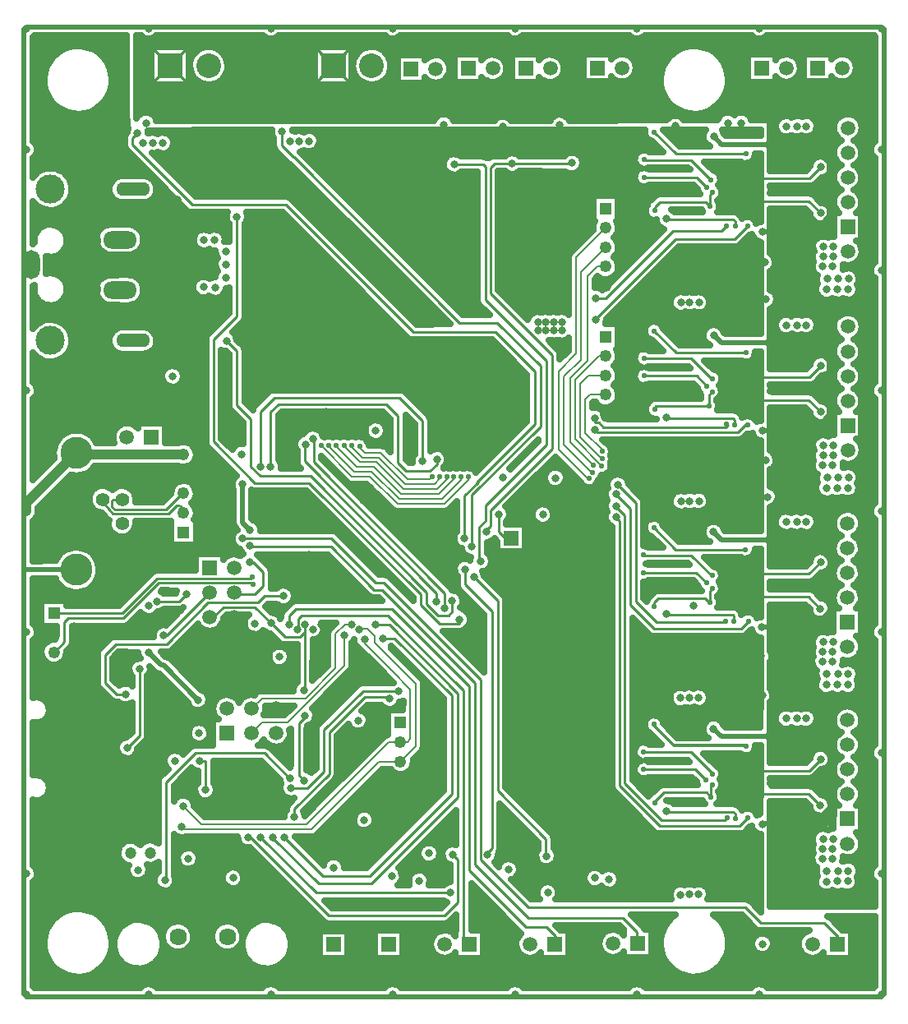
<source format=gbr>
G04 DipTrace 2.4.0.1*
%INBottom.gbr*%
%MOIN*%
%ADD14C,0.04*%
%ADD15C,0.01*%
%ADD16C,0.02*%
%ADD17C,0.006*%
%ADD19C,0.012*%
%ADD22C,0.025*%
%ADD23C,0.013*%
%ADD31O,0.0709X0.1181*%
%ADD33O,0.1378X0.0551*%
%ADD35O,0.1378X0.0709*%
%ADD36C,0.1181*%
%ADD38C,0.0827*%
%ADD40C,0.0559*%
%ADD42C,0.1299*%
%ADD44R,0.0591X0.0591*%
%ADD45C,0.0591*%
%ADD46C,0.0591*%
%ADD47R,0.1X0.1*%
%ADD49C,0.1*%
%ADD50C,0.0705*%
%ADD63R,0.0492X0.0492*%
%ADD64C,0.0492*%
%ADD65C,0.0492*%
%ADD76C,0.0472*%
%ADD99C,0.032*%
%ADD101C,0.022*%
%FSLAX44Y44*%
G04*
G70*
G90*
G75*
G01*
%LNBottom*%
%LPD*%
X4493Y10413D2*
D15*
X5000Y10920D1*
Y13610D1*
X7670Y8700D2*
Y9880D1*
X7420D1*
X30500Y34890D2*
D16*
X28610D1*
X28290Y35210D1*
X30500Y34890D2*
X32240D1*
X32980Y34150D1*
Y31970D1*
X32360Y31350D1*
X30270D1*
X30260Y31340D1*
X30500Y26830D2*
X28610D1*
X28290Y27150D1*
X30500Y26830D2*
X32240D1*
X32970Y26100D1*
Y23900D1*
X32360Y23290D1*
X30270D1*
X30260Y23280D1*
X30487Y18849D2*
X28597D1*
X28277Y19169D1*
X30487Y18849D2*
X32227D1*
X32990Y18087D1*
Y15952D1*
X32347Y15309D1*
X30257D1*
X30247Y15299D1*
X30490Y10870D2*
X28600D1*
X28280Y11190D1*
X30490Y10870D2*
X32230D1*
X32990Y10110D1*
Y7970D1*
X32350Y7330D1*
X30260D1*
X30250Y7320D1*
X19560Y19870D2*
D15*
Y19190D1*
X19825Y18925D1*
X20075D1*
X17040Y16340D2*
Y16690D1*
X11700Y22030D1*
Y22725D1*
X11725D1*
X35030Y410D2*
X35090D1*
X410Y39590D2*
D16*
Y39660D1*
X35090D1*
Y39590D1*
X410Y410D2*
X310D1*
Y17630D1*
Y39590D1*
X410D1*
X35090Y410D2*
Y300D1*
X410D1*
Y410D1*
X35090Y39590D2*
X35190D1*
Y410D1*
X35090D1*
X2431Y22370D2*
D14*
X410Y20349D1*
Y20000D1*
X6775Y22310D2*
X2492D1*
X2431Y22370D1*
Y17630D2*
D16*
X310D1*
X3498Y20492D2*
D15*
X3590Y20280D1*
X3900Y19920D1*
X6180D1*
X6490Y20230D1*
X6580D1*
X6660Y20220D1*
X6710Y20170D1*
X6775Y19947D1*
X4285Y20492D2*
X3942D1*
X3880Y20430D1*
Y20180D1*
X3990Y20070D1*
X6070D1*
X6735Y20735D1*
X6775D1*
X24325Y19775D2*
Y19750D1*
X24475Y19600D1*
Y8875D1*
X26100Y7250D1*
X29340D1*
X29670Y7580D1*
X25863Y11365D2*
D19*
Y11312D1*
X26675Y10500D1*
X29560D1*
X29590Y10470D1*
X28225Y9350D2*
D15*
Y9385D1*
X27370Y10240D1*
X25459D1*
X25443Y10255D1*
Y9535D2*
X27540D1*
X27950Y9125D1*
X29160Y7560D2*
Y7730D1*
X29065Y7825D1*
X26395D1*
X26370Y7850D1*
X28170Y8420D2*
Y8845D1*
X28225Y8900D1*
X25883Y8175D2*
Y8233D1*
X26250Y8600D1*
X27990D1*
X28170Y8420D1*
X24325Y20225D2*
X24300D1*
X24675Y19850D1*
Y8975D1*
X26175Y7475D1*
X28735D1*
X28840Y7580D1*
X18370Y2450D2*
Y2370D1*
X18140D1*
Y12730D1*
X15080Y15790D1*
X11570D1*
X11420Y15640D1*
Y15230D1*
X11390Y15200D1*
X17350Y16080D2*
X17370D1*
Y16690D1*
X12050Y22010D1*
Y22975D1*
X12025Y22950D1*
X14850Y14830D2*
Y14860D1*
X15330D1*
X17650Y12540D1*
Y8540D1*
X14330Y5220D1*
X12440D1*
X10880Y6780D1*
X30170Y33510D2*
X32160D1*
X32630Y33980D1*
X30150Y32580D2*
X32140D1*
X32620Y32100D1*
X30170Y25450D2*
X32160D1*
X32630Y25920D1*
X30150Y24520D2*
X32140D1*
X32620Y24040D1*
X30157Y17469D2*
X32147D1*
X32617Y17939D1*
X30137Y16539D2*
X32127D1*
X32607Y16059D1*
X30160Y9490D2*
X32150D1*
X32620Y9960D1*
X30140Y8560D2*
X32130D1*
X32610Y8080D1*
X18475Y18575D2*
Y20665D1*
X21250Y23440D1*
Y25900D1*
X19499Y27651D1*
X17974D1*
X11250Y34375D1*
X11225D1*
X10750Y34850D1*
Y35390D1*
X10770Y35410D1*
X18175Y18900D2*
Y20635D1*
X18726Y21186D1*
X18676D1*
X21020Y23530D1*
Y25690D1*
X19430Y27280D1*
X16095D1*
X10925Y32450D1*
X7125D1*
X4710Y34865D1*
Y35140D1*
X4910Y35340D1*
X18830Y17975D2*
X18770D1*
Y19370D1*
X19025Y19625D1*
Y20235D1*
X21490Y22700D1*
Y26110D1*
X19025Y28575D1*
Y33975D1*
X18920Y34080D1*
X17750D1*
X11100Y9180D2*
Y9160D1*
X10060Y10200D1*
X7250D1*
X6070Y9020D1*
Y5100D1*
X6020Y5050D1*
X5700Y16360D2*
X6610D1*
X6900Y16650D1*
X9460Y17950D2*
X9610D1*
X10010Y17550D1*
Y16970D1*
X9670Y16630D1*
X8920D1*
X8840Y16710D1*
X15510Y12700D2*
X15490Y12720D1*
X14060D1*
X12470Y11130D1*
Y9460D1*
X11790Y8780D1*
X11130D1*
X15140Y12410D2*
Y12360D1*
X15080D1*
Y12470D1*
X14120D1*
X12690Y11040D1*
Y9350D1*
X11275Y7935D1*
Y7600D1*
X1520Y15870D2*
X4290D1*
X5710Y17290D1*
X9490D1*
X9560Y17360D1*
X9600Y17030D2*
Y17110D1*
X5780D1*
X4340Y15670D1*
X2100D1*
X1940Y15510D1*
Y14712D1*
X1520Y14292D1*
X18320Y21400D2*
D17*
Y21280D1*
X17350Y20310D1*
X15450D1*
X14340Y21420D1*
X13600D1*
X12350Y22670D1*
X23220Y21340D2*
X23160D1*
X21990Y22510D1*
Y25690D1*
X22700Y26400D1*
Y30303D1*
X23900Y31503D1*
X18020Y21400D2*
Y21280D1*
X17250Y20510D1*
X15520D1*
X14410Y21620D1*
X13690D1*
X12670Y22640D1*
Y22680D1*
X23380Y21590D2*
X23340D1*
X22210Y22720D1*
Y25480D1*
X22890Y26160D1*
Y29705D1*
X23900Y30715D1*
X12980Y22670D2*
Y22630D1*
X13800Y21810D1*
X14490D1*
X15590Y20710D1*
X17140D1*
X17740Y21310D1*
Y21400D1*
X23390Y21880D2*
X22450Y22820D1*
Y25400D1*
X23160Y26110D1*
Y29530D1*
X23558Y29928D1*
X23900D1*
X13290Y22670D2*
Y22630D1*
X13920Y22000D1*
X14600D1*
X15700Y20900D1*
X17050D1*
X17460Y21310D1*
Y21400D1*
X23740Y21850D2*
Y21860D1*
X22650Y22950D1*
Y25330D1*
X23623Y26303D1*
X23900D1*
X13610Y22670D2*
Y22620D1*
X14040Y22190D1*
X14690D1*
X15770Y21110D1*
X16950D1*
X17170Y21330D1*
Y21400D1*
X23750Y22150D2*
X23720D1*
X22860Y23010D1*
Y25170D1*
X23205Y25515D1*
X23900D1*
X13920Y22660D2*
X13850D1*
X14120Y22390D1*
X14780D1*
X15870Y21300D1*
X16760D1*
X16850Y21390D1*
X16860D1*
X23750Y22450D2*
Y22500D1*
X23070Y23180D1*
Y24530D1*
X23268Y24728D1*
X23900D1*
X10390Y6790D2*
D15*
Y6760D1*
X12250Y4900D1*
X14390D1*
X17910Y8420D1*
Y12620D1*
X15120Y15410D1*
X14560D1*
X19050Y19175D2*
X19000D1*
X19225Y19400D1*
Y20035D1*
X21730Y22540D1*
Y26330D1*
X19225Y28835D1*
Y33950D1*
X19385Y34110D1*
X20110D1*
X22510D1*
X22530Y34130D1*
X11680Y9090D2*
X11450Y9320D1*
Y11400D1*
X11700Y11650D1*
Y11720D1*
X11660Y12750D2*
X11700D1*
Y15092D1*
Y15425D1*
X7840Y15710D2*
X7980D1*
X8390Y16120D1*
X9680D1*
X10325Y15475D1*
X11700Y15092D2*
X11682D1*
X11500Y14910D1*
X10890D1*
X10325Y15475D1*
X10540Y11010D2*
X10450Y11100D1*
X10570D1*
X5980Y14970D2*
X6100D1*
X7840Y16710D1*
X13300Y14970D2*
D17*
Y13740D1*
X11000Y11440D1*
X9970D1*
X9540Y11010D1*
X13600Y15425D2*
X13325D1*
X12930Y15030D1*
Y13630D1*
X11720Y12420D1*
X9950D1*
X9540Y12010D1*
X10830Y16570D2*
D15*
X10070D1*
X9800Y16300D1*
X7780D1*
X6090Y14610D1*
X4020D1*
X3600Y14190D1*
Y13060D1*
X4070Y12590D1*
X4430D1*
X9400Y6790D2*
X9490D1*
X12680Y3600D1*
X17350D1*
X17900Y4150D1*
Y5880D1*
X17700Y6080D1*
X18200Y17660D2*
Y17050D1*
X19290Y15960D1*
Y6330D1*
X19040Y6080D1*
X19100D1*
X17980Y15620D2*
Y15460D1*
X17150D1*
X16410Y16200D1*
Y16630D1*
X11882Y21158D1*
X9672D1*
X8000Y22830D1*
Y26970D1*
X8940Y27910D1*
Y31950D1*
X9890Y6790D2*
X9910D1*
X12160Y4540D1*
X17610D1*
X21500Y6025D2*
X21475D1*
Y6725D1*
X19530Y8670D1*
Y16370D1*
X18550Y17350D1*
X17680Y16380D2*
Y15930D1*
X17540Y15790D1*
X17110D1*
X16640Y16260D1*
Y16720D1*
X11930Y21430D1*
X9890D1*
X9510Y21810D1*
Y23730D1*
X8940Y24300D1*
Y26510D1*
X8525Y26925D1*
X13900Y15200D2*
D17*
X13930D1*
X13960Y15230D1*
X14240D1*
X14540Y14930D1*
Y14670D1*
X16210Y13000D1*
Y10485D1*
X15580Y9855D1*
X14715D1*
X11960Y7100D1*
X6600D1*
X6700Y7200D1*
X14120Y14820D2*
Y14660D1*
X15270Y13510D1*
X15260D1*
X15980Y12790D1*
Y10770D1*
X15870Y10660D1*
X15597D1*
X15580Y10643D1*
X15103D1*
X11780Y7320D1*
X7500D1*
X6760Y8060D1*
X5360Y14280D2*
D16*
X5870Y13770D1*
X5960D1*
X7371Y12359D1*
X9180Y21110D2*
Y19545D1*
X9475Y19250D1*
X23500Y27770D2*
D15*
X23530D1*
Y27850D1*
X26730Y31050D1*
X29120D1*
X29650Y31580D1*
X29590Y34500D2*
X26759D1*
X25873Y35385D1*
X9900Y21820D2*
Y24060D1*
X10450Y24610D1*
X15540D1*
X16475Y23675D1*
Y22045D1*
X28180Y33460D2*
X27380Y34260D1*
X25469D1*
X25453Y34275D1*
Y33555D2*
X27595D1*
X28000Y33150D1*
X29150Y31580D2*
Y31770D1*
X29075Y31845D1*
X26405D1*
X26380Y31870D1*
X28130Y32380D2*
X27950Y32560D1*
X26110D1*
X25893Y32343D1*
Y32195D1*
X28130Y32380D2*
Y32830D1*
X28240Y32940D1*
X23490Y28660D2*
X23910D1*
X26625Y31375D1*
X28595D1*
X28810Y31590D1*
X33290Y2450D2*
Y2280D1*
X33320D1*
Y2750D1*
X32760Y3310D1*
X30200D1*
X29560Y3950D1*
X20750D1*
X18820Y5880D1*
Y13190D1*
X14897Y17113D1*
X14577D1*
X12780Y18910D1*
X9190D1*
X9180Y18900D1*
X29670Y23500D2*
X29550D1*
X29270Y23220D1*
X23560D1*
X23470Y23310D1*
X29590Y26440D2*
X26759D1*
X25873Y27325D1*
X10310Y21820D2*
Y24035D1*
X10625Y24350D1*
X15000D1*
X15475Y23875D1*
Y21975D1*
X15800Y21650D1*
X16775D1*
X17050Y21925D1*
Y22120D1*
X28240Y25390D2*
X28190D1*
X27380Y26200D1*
X25469D1*
X25453Y26215D1*
X29140Y23510D2*
Y23720D1*
X29075Y23785D1*
X26405D1*
X26380Y23810D1*
X28090Y24270D2*
X25920D1*
X25893Y24243D1*
Y24135D1*
X28090Y24270D2*
Y24730D1*
X28220Y24860D1*
X23450Y23790D2*
Y23600D1*
X23620D1*
X23795Y23425D1*
X28775D1*
X28850Y23500D1*
X28840D1*
X28800Y23540D1*
X25200Y2480D2*
X25160D1*
Y2960D1*
X24600Y3520D1*
X20750D1*
X18590Y5680D1*
Y13060D1*
X14823Y16827D1*
X14503D1*
X12760Y18570D1*
X9505D1*
X9475Y18600D1*
X25453Y25495D2*
X27595D1*
X28000Y25090D1*
X24325Y20700D2*
X24300D1*
X24900Y20100D1*
Y16225D1*
X25875Y15250D1*
X29390D1*
X29690Y15550D1*
X29577Y18459D2*
X26746D1*
X25860Y19345D1*
X28220Y17400D2*
X28187D1*
X27367Y18219D1*
X25456D1*
X25440Y18235D1*
Y17515D2*
X27582D1*
X27987Y17109D1*
X29100Y15540D2*
Y15767D1*
X29062Y15805D1*
X26392D1*
X26367Y15829D1*
X28130Y16320D2*
Y16280D1*
X27940Y16470D1*
X26045D1*
X25880Y16305D1*
Y16155D1*
X28130Y16320D2*
Y16780D1*
X28220Y16870D1*
X24395Y21080D2*
X25125Y20350D1*
Y16350D1*
X25950Y15525D1*
X28725D1*
X28750Y15550D1*
X21830Y2450D2*
X21850D1*
Y2790D1*
X21510Y3130D1*
X20670D1*
X18350Y5450D1*
Y12920D1*
X15220Y16050D1*
X11340D1*
X11060Y15770D1*
Y15440D1*
X11075Y15425D1*
D99*
X4493Y10413D3*
X5000Y13610D3*
X7420Y9880D3*
X6330Y25480D3*
X19960Y5480D3*
X23460Y5130D3*
X19960Y5480D3*
X17040Y16340D3*
X24325Y19775D3*
Y20225D3*
X17350Y16080D3*
X18830Y17975D3*
X6020Y5050D3*
X6900Y16650D3*
X9460Y17950D3*
X11700Y11720D3*
X11660Y12750D3*
X4430Y12590D3*
X10830Y16570D3*
X17700Y6080D3*
X18200Y17660D3*
X17980Y15620D3*
X8940Y31950D3*
X17610Y4540D3*
X18550Y17350D3*
X17680Y16380D3*
X8525Y26925D3*
X6700Y7200D3*
X6760Y8060D3*
X5360Y14280D3*
X7371Y12359D3*
X23500Y27770D3*
X16475Y22045D3*
X23490Y28660D3*
X23470Y23310D3*
X17050Y22120D3*
X23450Y23790D3*
X24325Y20700D3*
X24395Y21080D3*
X2370Y25820D3*
Y25280D3*
X4930Y15390D3*
X30170Y33510D3*
Y33050D3*
X30150Y32580D3*
X29690Y33080D3*
Y33520D3*
X29680Y32610D3*
X29220D3*
X29230Y33050D3*
X29210Y33520D3*
D101*
X28810Y31590D3*
X29150Y31580D3*
X29650D3*
X28130Y32380D3*
X28240Y32940D3*
X28000Y33150D3*
X28180Y33460D3*
X29590Y34500D3*
D99*
X30500Y34890D3*
X28290Y35210D3*
X32630Y33980D3*
X32620Y32100D3*
X30260Y31340D3*
X28410Y28560D3*
Y28920D3*
X29180D3*
X28770Y28560D3*
Y28910D3*
X29180Y28560D3*
X29400Y35330D3*
X28850D3*
X29400Y35760D3*
X28850D3*
X32040Y35620D3*
X31670D3*
X31230D3*
X26730Y35630D3*
D101*
X25893Y32195D3*
X25453Y33555D3*
Y34275D3*
X25873Y35385D3*
D99*
X26380Y31870D3*
X9890Y6790D3*
X10940Y32880D3*
X11410Y32870D3*
X11900Y32850D3*
X13210Y31950D3*
X11930Y30190D3*
X12610Y30210D3*
X12600Y29150D3*
X9440Y29580D3*
X7610Y31010D3*
X8030D3*
X7590Y29100D3*
X8060Y29080D3*
X8500Y29480D3*
Y30010D3*
Y30530D3*
X10770Y35410D3*
X11100Y35020D3*
X11470Y35010D3*
X11860Y35020D3*
X5140Y34950D3*
X5540D3*
X5930D3*
X4910Y35340D3*
X12550Y25110D3*
Y24040D3*
X11720Y25160D3*
X9370Y24410D3*
X9400Y6790D3*
X10730Y27860D3*
X11130D3*
X11540Y27850D3*
X12870Y27000D3*
X18810Y34890D3*
X19720Y35600D3*
X17340Y35690D3*
X17010Y35250D3*
X22040Y35670D3*
X21700Y35230D3*
X17750Y34080D3*
X20110Y34110D3*
X33133Y30735D3*
X33123Y30345D3*
X33113Y29945D3*
X32733Y30735D3*
X32723Y30345D3*
X32713Y29945D3*
X32883Y29435D3*
X33753Y29445D3*
X33333D3*
X32863Y29005D3*
X33733Y29015D3*
X33313D3*
X31483Y28445D3*
X32213Y28455D3*
X31843D3*
X26953Y28475D3*
X27683Y28485D3*
X27313D3*
X33133Y22675D3*
X26193Y29955D3*
X33123Y22285D3*
X33113Y21885D3*
X32733Y22675D3*
X32723Y22285D3*
X32713Y21885D3*
X32883Y21375D3*
X33753Y21385D3*
X33333D3*
X30170Y25450D3*
Y24990D3*
X30150Y24520D3*
X29690Y25020D3*
Y25460D3*
X29680Y24550D3*
X29220D3*
X29230Y24990D3*
X29210Y25460D3*
D101*
X28800Y23540D3*
X29140Y23510D3*
X29670Y23500D3*
X28090Y24270D3*
X28220Y24860D3*
X28000Y25090D3*
X28240Y25390D3*
X29590Y26440D3*
D99*
X30500Y26830D3*
X28290Y27150D3*
X32630Y25920D3*
X32620Y24040D3*
X30260Y23280D3*
X28410Y20500D3*
Y20860D3*
X29180D3*
X28770Y20500D3*
Y20850D3*
X29180Y20500D3*
X29400Y27270D3*
X28850D3*
X29400Y27700D3*
X28850D3*
X32040Y27560D3*
X31670D3*
X31230D3*
X26730Y27570D3*
D101*
X25893Y24135D3*
X25453Y25495D3*
Y26215D3*
X25873Y27325D3*
D99*
X26380Y23810D3*
X32863Y20945D3*
X33733Y20955D3*
X33313D3*
X31483Y20385D3*
X32213Y20395D3*
X31843D3*
X26953Y20415D3*
X27683Y20425D3*
X27313D3*
X26193Y21895D3*
X33120Y14695D3*
X33110Y14305D3*
X33100Y13905D3*
X32720Y14695D3*
X32710Y14305D3*
X32700Y13905D3*
X32870Y13395D3*
X33740Y13405D3*
X33320D3*
X30157Y17469D3*
Y17009D3*
X30137Y16539D3*
X29677Y17039D3*
Y17479D3*
X29667Y16569D3*
X29207D3*
X29217Y17009D3*
X29197Y17479D3*
D101*
X28750Y15550D3*
X29100Y15540D3*
X29690Y15550D3*
X28130Y16320D3*
X28220Y16870D3*
X27987Y17109D3*
X28220Y17400D3*
X29577Y18459D3*
D99*
X30487Y18849D3*
X28277Y19169D3*
X32617Y17939D3*
X32607Y16059D3*
X30247Y15299D3*
X28397Y12519D3*
Y12879D3*
X29167D3*
X28757Y12519D3*
Y12869D3*
X29167Y12519D3*
X29387Y19289D3*
X28837D3*
X29387Y19719D3*
X28837D3*
X32027Y19579D3*
X31657D3*
X31217D3*
X26717Y19589D3*
D101*
X25880Y16155D3*
X25440Y17515D3*
Y18235D3*
X25860Y19345D3*
D99*
X26367Y15829D3*
X32850Y12965D3*
X33720Y12975D3*
X33300D3*
X31470Y12405D3*
X32200Y12415D3*
X31830D3*
X26940Y12435D3*
X27670Y12445D3*
X27300D3*
X26180Y13915D3*
X33123Y6715D3*
X33113Y6325D3*
X33103Y5925D3*
X32723Y6715D3*
X32713Y6325D3*
X32703Y5925D3*
X32873Y5415D3*
X33743Y5425D3*
X33323D3*
X30160Y9490D3*
Y9030D3*
X30140Y8560D3*
X29680Y9060D3*
Y9500D3*
X29670Y8590D3*
X29210D3*
X29220Y9030D3*
X29200Y9500D3*
D101*
X28840Y7580D3*
X29160Y7560D3*
X29670Y7580D3*
X28170Y8420D3*
X28225Y8900D3*
X27950Y9125D3*
X28225Y9350D3*
X29590Y10470D3*
D99*
X30490Y10870D3*
X28280Y11190D3*
X32620Y9960D3*
X32610Y8080D3*
X30250Y7320D3*
X28400Y4540D3*
Y4900D3*
X29170D3*
X28760Y4540D3*
Y4890D3*
X29170Y4540D3*
X29390Y11310D3*
X28840D3*
X29390Y11740D3*
X28840D3*
X32030Y11600D3*
X31660D3*
X31220D3*
X26720Y11610D3*
D101*
X25883Y8175D3*
X25443Y9535D3*
Y10255D3*
X25863Y11365D3*
D99*
X26370Y7850D3*
X32853Y4985D3*
X33723Y4995D3*
X33303D3*
X31473Y4425D3*
X32203Y4435D3*
X31833D3*
X26943Y4455D3*
X27673Y4465D3*
X27303D3*
X26183Y5935D3*
X22530Y34130D3*
X19625Y30250D3*
X20575D3*
Y29875D3*
X19625D3*
X20575Y30625D3*
X19625D3*
X21625Y33450D3*
X410Y39590D3*
X19100Y6080D3*
X21500Y6025D3*
X10390Y6790D3*
X10880Y6780D3*
X11275Y7600D3*
X11130Y8780D3*
X11680Y9090D3*
X11100Y9180D3*
X9825Y8375D3*
X4520Y11260D3*
X15510Y12700D3*
X15140Y12410D3*
X14850Y14830D3*
X14560Y15410D3*
X14120Y14820D3*
X13900Y15200D3*
X13600Y15425D3*
X13300Y14970D3*
X11700Y15425D3*
X12350D3*
X12025Y15225D3*
X11230Y13220D3*
X14330Y13260D3*
X8540Y13150D3*
X20600Y25475D3*
Y25075D3*
Y24600D3*
X19625Y25475D3*
Y25075D3*
Y24600D3*
X21500Y28300D3*
X21150Y27675D3*
X21475D3*
X21800D3*
X22125D3*
X21150Y27350D3*
X21475D3*
X21800D3*
X22125D3*
X10310Y21820D3*
X9900D3*
X14575Y23275D3*
X10250Y8375D3*
Y7900D3*
X19050Y19175D3*
X18175Y18900D3*
X18475Y18575D3*
X9850Y7875D3*
X10725Y22775D3*
X11725Y22725D3*
X12025Y22950D3*
X14220Y22830D3*
X16070Y23380D3*
X9025Y23250D3*
X9475Y18600D3*
X9180Y18900D3*
X11390Y15200D3*
X11075Y15425D3*
X5375Y16175D3*
X20775Y6070D3*
X16730Y6130D3*
X15225Y5210D3*
X30260Y2460D3*
X24040Y5080D3*
X21555Y4550D3*
X16340Y5020D3*
X13200Y10590D3*
X12850Y6260D3*
X10030Y3800D3*
X12925Y4060D3*
X19560Y19870D3*
X21350Y19875D3*
X19740Y21390D3*
X9675Y15450D3*
X10325Y15475D3*
X9125Y22325D3*
X21860Y21360D3*
X5700Y16360D3*
X5980Y14970D3*
X5640Y18710D3*
X2325Y15350D3*
X23100Y6050D3*
X6990Y3825D3*
X8255Y4075D3*
X9300Y4100D3*
X7410Y11010D3*
X10675Y14100D3*
X9575Y14750D3*
X9180Y21110D3*
X9475Y19250D3*
X7670Y8700D3*
X6675Y28550D3*
X6700Y27975D3*
Y27425D3*
X6100Y32650D3*
X6075Y31725D3*
X6525D3*
Y32650D3*
X5700D3*
X5675Y31725D3*
X410Y410D3*
X35090Y39590D3*
Y410D3*
X4930Y5460D3*
X6970Y5920D3*
X8790Y5140D3*
X13860Y11520D3*
X12870Y5560D3*
X14110Y7490D3*
X6430Y9880D3*
X12960Y19400D3*
X11910Y20430D3*
X14070Y20460D3*
Y18250D3*
X11870Y18230D3*
X410Y5300D3*
Y15100D3*
Y20000D3*
Y24900D3*
Y34690D3*
X35090D3*
Y29790D3*
Y24900D3*
X5360Y39590D3*
X35090Y20000D3*
Y15100D3*
Y10200D3*
Y5310D3*
X10320Y39590D3*
X15270D3*
X20230D3*
X25180D3*
X30130D3*
X5360Y410D3*
X10320D3*
X15270D3*
X20230D3*
X25180D3*
X30130D3*
X20570Y6890D3*
X7210Y11880D3*
X16040Y13680D3*
X17640Y14920D3*
D101*
X16870Y21400D3*
D99*
X19240Y18710D3*
X22080Y19890D3*
X25700Y9070D3*
X27560Y8180D3*
X27300Y11030D3*
X25710Y17060D3*
X27290Y18900D3*
X30250Y12540D3*
X30210Y14130D3*
X27480Y16180D3*
X30460Y20590D3*
X30390Y22080D3*
X25700Y25020D3*
X27340Y26860D3*
X30350Y30100D3*
X30400Y28600D3*
X25720Y33130D3*
X27360Y34970D3*
X27510Y32210D3*
X5260Y35760D3*
X7460Y19800D3*
X8410Y18730D3*
X2370Y24610D3*
Y24040D3*
D101*
X12350Y22670D3*
X12670Y22680D3*
X12980Y22670D3*
X13290D3*
X13610D3*
X13920Y22660D3*
X9560Y17360D3*
X9600Y17030D3*
X17170Y21400D3*
X17460D3*
X18020D3*
X17740D3*
X18320D3*
X23750Y22450D3*
Y22150D3*
X23740Y21850D3*
X23390Y21880D3*
X23380Y21590D3*
X23220Y21340D3*
X4877Y39198D2*
D22*
X5171D1*
X5549D2*
X10132D1*
X10510D2*
X15081D1*
X15459D2*
X20042D1*
X20416D2*
X24991D1*
X25369D2*
X29940D1*
X30318D2*
X34800D1*
X4881Y38949D2*
X34800D1*
X4881Y38700D2*
X5452D1*
X7029D2*
X7327D1*
X8271D2*
X12061D1*
X13639D2*
X13936D1*
X14881D2*
X26804D1*
X28197D2*
X34800D1*
X4881Y38452D2*
X5452D1*
X7029D2*
X7107D1*
X8494D2*
X12061D1*
X13639D2*
X13718D1*
X15104D2*
X15425D1*
X16596D2*
X16737D1*
X17283D2*
X17733D1*
X18904D2*
X19009D1*
X19631D2*
X20065D1*
X21236D2*
X21339D1*
X21963D2*
X22975D1*
X24904D2*
X26479D1*
X28518D2*
X29643D1*
X30814D2*
X30901D1*
X31557D2*
X31905D1*
X33834D2*
X34800D1*
X4885Y38203D2*
X5452D1*
X8580D2*
X12061D1*
X15189D2*
X15425D1*
X17533D2*
X17733D1*
X19854D2*
X20065D1*
X22186D2*
X22975D1*
X25104D2*
X26292D1*
X28709D2*
X29643D1*
X31768D2*
X31903D1*
X34033D2*
X34800D1*
X4885Y37954D2*
X5452D1*
X8580D2*
X12061D1*
X15189D2*
X15425D1*
X17596D2*
X17733D1*
X19904D2*
X20065D1*
X22236D2*
X22975D1*
X25143D2*
X26175D1*
X28822D2*
X29643D1*
X31814D2*
X31907D1*
X34072D2*
X34800D1*
X4889Y37705D2*
X5452D1*
X7029D2*
X7107D1*
X8490D2*
X12061D1*
X13639D2*
X13718D1*
X15104D2*
X15425D1*
X17537D2*
X17733D1*
X19838D2*
X20065D1*
X22170D2*
X22975D1*
X25068D2*
X26116D1*
X28885D2*
X29643D1*
X31744D2*
X31905D1*
X33998D2*
X34800D1*
X4889Y37457D2*
X5452D1*
X7029D2*
X7331D1*
X8268D2*
X12061D1*
X13639D2*
X13940D1*
X14877D2*
X15425D1*
X16596D2*
X16718D1*
X17299D2*
X17733D1*
X18904D2*
X19072D1*
X19568D2*
X20065D1*
X21236D2*
X21401D1*
X21900D2*
X22975D1*
X24146D2*
X24362D1*
X24756D2*
X26100D1*
X28900D2*
X29643D1*
X30814D2*
X31007D1*
X31455D2*
X31905D1*
X33076D2*
X33292D1*
X33686D2*
X34800D1*
X4889Y37208D2*
X26132D1*
X28869D2*
X34800D1*
X4893Y36959D2*
X26210D1*
X28791D2*
X34800D1*
X4893Y36711D2*
X26346D1*
X28654D2*
X34800D1*
X4896Y36462D2*
X26573D1*
X28428D2*
X34800D1*
X4896Y36213D2*
X26987D1*
X28014D2*
X34800D1*
X5658Y35965D2*
X16991D1*
X17689D2*
X19475D1*
X19963D2*
X21710D1*
X22369D2*
X26444D1*
X27018D2*
X28452D1*
X29799D2*
X30956D1*
X32314D2*
X33315D1*
X34131D2*
X34800D1*
X30600Y35716D2*
X30792D1*
X32479D2*
X33163D1*
X34283D2*
X34800D1*
X30600Y35467D2*
X30807D1*
X32463D2*
X33143D1*
X34303D2*
X34800D1*
X30600Y35219D2*
X31065D1*
X31393D2*
X31506D1*
X32205D2*
X33249D1*
X34197D2*
X34800D1*
X30600Y34970D2*
X33323D1*
X34115D2*
X34745D1*
X30600Y34721D2*
X33163D1*
X34279D2*
X34639D1*
X30600Y34473D2*
X33139D1*
X34299D2*
X34698D1*
X30600Y34224D2*
X32257D1*
X33002D2*
X33241D1*
X34201D2*
X34800D1*
X30600Y33975D2*
X32155D1*
X33080D2*
X33331D1*
X34111D2*
X34800D1*
X32994Y33726D2*
X33163D1*
X34275D2*
X34800D1*
X32600Y33478D2*
X33139D1*
X34299D2*
X34800D1*
X32326Y33229D2*
X33237D1*
X34205D2*
X34800D1*
X30615Y32980D2*
X33335D1*
X34104D2*
X34800D1*
X32459Y32732D2*
X33167D1*
X34275D2*
X34800D1*
X32830Y32483D2*
X33139D1*
X34303D2*
X34800D1*
X30600Y32234D2*
X32014D1*
X33049D2*
X33233D1*
X34209D2*
X34800D1*
X30600Y31986D2*
X32186D1*
X33053D2*
X33135D1*
X34307D2*
X34800D1*
X30600Y31737D2*
X32374D1*
X32865D2*
X33136D1*
X34307D2*
X34800D1*
X30600Y31488D2*
X33136D1*
X34307D2*
X34800D1*
X30600Y31240D2*
X33136D1*
X34307D2*
X34800D1*
X30600Y30991D2*
X32370D1*
X34307D2*
X34800D1*
X30600Y30742D2*
X32284D1*
X34271D2*
X34800D1*
X30600Y30494D2*
X32300D1*
X34307D2*
X34800D1*
X30775Y30245D2*
X32284D1*
X34221D2*
X34800D1*
X30787Y29996D2*
X32268D1*
X33857D2*
X34694D1*
X30611Y29747D2*
X32311D1*
X34076D2*
X34643D1*
X30600Y29499D2*
X32436D1*
X34201D2*
X34757D1*
X30600Y29250D2*
X32475D1*
X34154D2*
X34800D1*
X30600Y29001D2*
X32413D1*
X34182D2*
X34800D1*
X30822Y28753D2*
X32495D1*
X34092D2*
X34800D1*
X30838Y28504D2*
X34800D1*
X30674Y28255D2*
X34800D1*
X30600Y28007D2*
X33471D1*
X33979D2*
X34800D1*
X30600Y27758D2*
X30831D1*
X32439D2*
X33202D1*
X34244D2*
X34800D1*
X30600Y27509D2*
X30784D1*
X32486D2*
X33139D1*
X34307D2*
X34800D1*
X30600Y27261D2*
X30905D1*
X32365D2*
X33190D1*
X34256D2*
X34800D1*
X30600Y27012D2*
X33417D1*
X34033D2*
X34800D1*
X30600Y26763D2*
X33206D1*
X34232D2*
X34800D1*
X30600Y26515D2*
X33136D1*
X34303D2*
X34800D1*
X30600Y26266D2*
X32358D1*
X32900D2*
X33182D1*
X34260D2*
X34800D1*
X30600Y26017D2*
X32190D1*
X33068D2*
X33393D1*
X34045D2*
X34800D1*
X30600Y25768D2*
X32007D1*
X33053D2*
X33210D1*
X34232D2*
X34800D1*
X32799Y25520D2*
X33136D1*
X34303D2*
X34800D1*
X32451Y25271D2*
X33179D1*
X34260D2*
X34800D1*
X30619Y25022D2*
X33386D1*
X34053D2*
X34659D1*
X32350Y24774D2*
X33214D1*
X34229D2*
X34659D1*
X32604Y24525D2*
X33136D1*
X34303D2*
X34800D1*
X32998Y24276D2*
X33179D1*
X34264D2*
X34800D1*
X30600Y24028D2*
X32163D1*
X34307D2*
X34800D1*
X30600Y23779D2*
X32261D1*
X32979D2*
X33136D1*
X34307D2*
X34800D1*
X30600Y23530D2*
X33136D1*
X34307D2*
X34800D1*
X30600Y23282D2*
X33136D1*
X34307D2*
X34800D1*
X30600Y23033D2*
X32479D1*
X34307D2*
X34800D1*
X30600Y22784D2*
X32296D1*
X34221D2*
X34800D1*
X30600Y22536D2*
X32307D1*
X34307D2*
X34800D1*
X30787Y22287D2*
X32272D1*
X34271D2*
X34800D1*
X30838Y22038D2*
X32292D1*
X34084D2*
X34800D1*
X30725Y21789D2*
X32276D1*
X33908D2*
X34800D1*
X30600Y21541D2*
X32440D1*
X34174D2*
X34800D1*
X30600Y21292D2*
X32440D1*
X34193D2*
X34800D1*
X30600Y21043D2*
X32425D1*
X34174D2*
X34800D1*
X30857Y20795D2*
X32440D1*
X34150D2*
X34800D1*
X30908Y20546D2*
X32694D1*
X33033D2*
X33176D1*
X33451D2*
X33593D1*
X33871D2*
X34800D1*
X30795Y20297D2*
X34761D1*
X30600Y20049D2*
X33518D1*
X33904D2*
X34643D1*
X30600Y19800D2*
X30831D1*
X32416D2*
X33202D1*
X34217D2*
X34690D1*
X30600Y19551D2*
X30768D1*
X32475D2*
X33128D1*
X34295D2*
X34800D1*
X30600Y19303D2*
X30870D1*
X32373D2*
X33167D1*
X34256D2*
X34800D1*
X30600Y19054D2*
X33366D1*
X34053D2*
X34800D1*
X30600Y18805D2*
X33206D1*
X34209D2*
X34800D1*
X30600Y18557D2*
X33124D1*
X34291D2*
X34800D1*
X30600Y18308D2*
X32382D1*
X32854D2*
X33159D1*
X34256D2*
X34800D1*
X30600Y18059D2*
X32186D1*
X33049D2*
X33350D1*
X34064D2*
X34800D1*
X30600Y17810D2*
X32018D1*
X33049D2*
X33210D1*
X34205D2*
X34800D1*
X32838Y17562D2*
X33124D1*
X34291D2*
X34800D1*
X32463Y17313D2*
X33159D1*
X34256D2*
X34800D1*
X30604Y17064D2*
X33343D1*
X34072D2*
X34800D1*
X32303Y16816D2*
X33214D1*
X34201D2*
X34800D1*
X32568Y16567D2*
X33124D1*
X34291D2*
X34800D1*
X32971Y16318D2*
X33155D1*
X34260D2*
X34800D1*
X30600Y16070D2*
X32128D1*
X33057D2*
X33335D1*
X34080D2*
X34800D1*
X30600Y15821D2*
X32229D1*
X32982D2*
X33124D1*
X34291D2*
X34800D1*
X30600Y15572D2*
X33124D1*
X34291D2*
X34800D1*
X30600Y15324D2*
X33124D1*
X34291D2*
X34702D1*
X30600Y15075D2*
X32507D1*
X34291D2*
X34639D1*
X30600Y14826D2*
X32292D1*
X34193D2*
X34741D1*
X30600Y14578D2*
X32288D1*
X34291D2*
X34800D1*
X30611Y14329D2*
X32261D1*
X34268D2*
X34800D1*
X30658Y14080D2*
X32288D1*
X34100D2*
X34800D1*
X30600Y13831D2*
X32257D1*
X33545D2*
X34800D1*
X30600Y13583D2*
X32397D1*
X34150D2*
X34800D1*
X30600Y13334D2*
X32425D1*
X34186D2*
X34800D1*
X30600Y13085D2*
X32417D1*
X34154D2*
X34800D1*
X30600Y12837D2*
X32421D1*
X34146D2*
X34800D1*
X30697Y12588D2*
X32628D1*
X33920D2*
X34800D1*
X30650Y12339D2*
X34800D1*
X30600Y12091D2*
X33616D1*
X33813D2*
X34800D1*
X30600Y11842D2*
X30846D1*
X32404D2*
X33218D1*
X34205D2*
X34800D1*
X30600Y11593D2*
X30768D1*
X32479D2*
X33132D1*
X34295D2*
X34800D1*
X30600Y11345D2*
X30854D1*
X32396D2*
X33163D1*
X34264D2*
X34800D1*
X30600Y11096D2*
X33343D1*
X34084D2*
X34800D1*
X30600Y10847D2*
X33221D1*
X34197D2*
X34800D1*
X30600Y10599D2*
X33128D1*
X34291D2*
X34800D1*
X30600Y10350D2*
X32425D1*
X32814D2*
X33155D1*
X34264D2*
X34667D1*
X30600Y10101D2*
X32194D1*
X33045D2*
X33323D1*
X34096D2*
X34651D1*
X30600Y9852D2*
X32042D1*
X33057D2*
X33225D1*
X34193D2*
X34800D1*
X32877Y9604D2*
X33132D1*
X34291D2*
X34800D1*
X32486Y9355D2*
X33151D1*
X34268D2*
X34800D1*
X30604Y9106D2*
X33319D1*
X34100D2*
X34800D1*
X32256Y8858D2*
X33229D1*
X34189D2*
X34800D1*
X32553Y8609D2*
X33132D1*
X34291D2*
X34800D1*
X32955Y8360D2*
X33151D1*
X34268D2*
X34800D1*
X30600Y8112D2*
X32108D1*
X33061D2*
X33311D1*
X34107D2*
X34800D1*
X30600Y7863D2*
X32221D1*
X33002D2*
X33126D1*
X34295D2*
X34800D1*
X30600Y7614D2*
X33124D1*
X34295D2*
X34800D1*
X30600Y7366D2*
X33124D1*
X34295D2*
X34800D1*
X30600Y7117D2*
X32561D1*
X34295D2*
X34800D1*
X30600Y6868D2*
X32304D1*
X34182D2*
X34800D1*
X30600Y6620D2*
X32284D1*
X34291D2*
X34800D1*
X30600Y6371D2*
X32264D1*
X34275D2*
X34800D1*
X30600Y6122D2*
X32304D1*
X34127D2*
X34800D1*
X30600Y5873D2*
X32257D1*
X33549D2*
X34800D1*
X30600Y5625D2*
X32378D1*
X34143D2*
X34780D1*
X30600Y5376D2*
X32425D1*
X34189D2*
X34643D1*
X30600Y5127D2*
X32429D1*
X34150D2*
X34682D1*
X30600Y4879D2*
X32417D1*
X34158D2*
X34800D1*
X30600Y4630D2*
X32596D1*
X33967D2*
X34800D1*
X30600Y4381D2*
X34800D1*
X30600Y4133D2*
X34800D1*
X33285Y32110D2*
X33375D1*
X33287Y32194D1*
X33219Y32299D1*
X33176Y32416D1*
X33160Y32540D1*
X33171Y32664D1*
X33210Y32783D1*
X33274Y32890D1*
X33361Y32980D1*
X33468Y33050D1*
X33376Y33107D1*
X33287Y33194D1*
X33219Y33299D1*
X33176Y33416D1*
X33160Y33540D1*
X33171Y33664D1*
X33210Y33783D1*
X33274Y33890D1*
X33361Y33980D1*
X33468Y34050D1*
X33376Y34107D1*
X33287Y34194D1*
X33219Y34299D1*
X33176Y34416D1*
X33160Y34540D1*
X33171Y34664D1*
X33210Y34783D1*
X33274Y34890D1*
X33361Y34980D1*
X33475Y35053D1*
X33380Y35113D1*
X33290Y35200D1*
X33222Y35304D1*
X33179Y35421D1*
X33163Y35545D1*
X33175Y35669D1*
X33214Y35788D1*
X33278Y35895D1*
X33364Y35985D1*
X33468Y36054D1*
X33584Y36098D1*
X33708Y36115D1*
X33832Y36105D1*
X33951Y36067D1*
X34059Y36004D1*
X34150Y35919D1*
X34220Y35815D1*
X34265Y35699D1*
X34284Y35555D1*
X34270Y35431D1*
X34229Y35314D1*
X34163Y35208D1*
X34075Y35119D1*
X33966Y35051D1*
X34056Y34999D1*
X34147Y34913D1*
X34216Y34810D1*
X34262Y34694D1*
X34280Y34550D1*
X34266Y34426D1*
X34225Y34308D1*
X34159Y34202D1*
X34072Y34114D1*
X33970Y34049D1*
X34056Y33999D1*
X34147Y33913D1*
X34216Y33810D1*
X34262Y33694D1*
X34280Y33550D1*
X34266Y33426D1*
X34225Y33308D1*
X34159Y33202D1*
X34072Y33114D1*
X33970Y33049D1*
X34056Y32999D1*
X34147Y32913D1*
X34216Y32810D1*
X34262Y32694D1*
X34280Y32550D1*
X34266Y32426D1*
X34225Y32308D1*
X34159Y32202D1*
X34068Y32112D1*
X34280Y32110D1*
Y30990D1*
X34065D1*
X34150Y30909D1*
X34220Y30805D1*
X34265Y30689D1*
X34284Y30545D1*
X34270Y30421D1*
X34229Y30304D1*
X34163Y30198D1*
X34075Y30109D1*
X33970Y30042D1*
X33852Y30000D1*
X33728Y29985D1*
X33604Y29998D1*
X33534Y30021D1*
X33538Y29945D1*
X33521Y29826D1*
X33750Y29870D1*
X33874Y29853D1*
X33987Y29800D1*
X34080Y29717D1*
X34145Y29611D1*
X34176Y29491D1*
X34178Y29445D1*
X34160Y29322D1*
X34108Y29213D1*
X34156Y29061D1*
X34158Y29015D1*
X34140Y28892D1*
X34087Y28779D1*
X34003Y28687D1*
X33897Y28623D1*
X33776Y28592D1*
X33651Y28598D1*
X33525Y28647D1*
X33477Y28623D1*
X33356Y28592D1*
X33231Y28598D1*
X33098Y28651D1*
X33027Y28613D1*
X32906Y28582D1*
X32781Y28588D1*
X32664Y28630D1*
X32564Y28704D1*
X32489Y28804D1*
X32447Y28921D1*
X32440Y29045D1*
X32470Y29166D1*
X32511Y29236D1*
X32467Y29351D1*
X32460Y29475D1*
X32487Y29585D1*
X32414Y29644D1*
X32339Y29744D1*
X32297Y29861D1*
X32290Y29985D1*
X32320Y30106D1*
X32346Y30150D1*
X32307Y30261D1*
X32300Y30385D1*
X32330Y30506D1*
X32352Y30543D1*
X32317Y30651D1*
X32310Y30775D1*
X32340Y30896D1*
X32403Y31003D1*
X32495Y31087D1*
X32607Y31141D1*
X32730Y31160D1*
X32854Y31143D1*
X32928Y31108D1*
X33007Y31141D1*
X33130Y31160D1*
X33157Y31156D1*
X33160Y32110D1*
X33285D1*
Y24050D2*
X33375D1*
X33287Y24134D1*
X33219Y24239D1*
X33176Y24356D1*
X33160Y24480D1*
X33171Y24604D1*
X33210Y24723D1*
X33274Y24830D1*
X33361Y24920D1*
X33468Y24990D1*
X33376Y25047D1*
X33287Y25134D1*
X33219Y25239D1*
X33176Y25356D1*
X33160Y25480D1*
X33171Y25604D1*
X33210Y25723D1*
X33274Y25830D1*
X33361Y25920D1*
X33468Y25990D1*
X33376Y26047D1*
X33287Y26134D1*
X33219Y26239D1*
X33176Y26356D1*
X33160Y26480D1*
X33171Y26604D1*
X33210Y26723D1*
X33274Y26830D1*
X33361Y26920D1*
X33475Y26993D1*
X33380Y27053D1*
X33290Y27140D1*
X33222Y27244D1*
X33179Y27361D1*
X33163Y27485D1*
X33175Y27609D1*
X33214Y27728D1*
X33278Y27835D1*
X33364Y27925D1*
X33468Y27994D1*
X33584Y28038D1*
X33708Y28055D1*
X33832Y28045D1*
X33951Y28007D1*
X34059Y27944D1*
X34150Y27859D1*
X34220Y27755D1*
X34265Y27639D1*
X34284Y27495D1*
X34270Y27371D1*
X34229Y27253D1*
X34163Y27148D1*
X34075Y27059D1*
X33966Y26991D1*
X34056Y26939D1*
X34147Y26853D1*
X34216Y26750D1*
X34262Y26634D1*
X34280Y26490D1*
X34266Y26366D1*
X34225Y26248D1*
X34159Y26142D1*
X34072Y26054D1*
X33970Y25989D1*
X34056Y25939D1*
X34147Y25853D1*
X34216Y25750D1*
X34262Y25634D1*
X34280Y25490D1*
X34266Y25366D1*
X34225Y25248D1*
X34159Y25142D1*
X34072Y25054D1*
X33970Y24989D1*
X34056Y24939D1*
X34147Y24853D1*
X34216Y24750D1*
X34262Y24634D1*
X34280Y24490D1*
X34266Y24366D1*
X34225Y24248D1*
X34159Y24142D1*
X34068Y24052D1*
X34280Y24050D1*
Y22930D1*
X34065D1*
X34150Y22849D1*
X34220Y22745D1*
X34265Y22629D1*
X34284Y22485D1*
X34270Y22361D1*
X34229Y22243D1*
X34163Y22138D1*
X34075Y22049D1*
X33970Y21982D1*
X33852Y21940D1*
X33728Y21925D1*
X33604Y21938D1*
X33534Y21961D1*
X33538Y21885D1*
X33521Y21766D1*
X33750Y21810D1*
X33874Y21793D1*
X33987Y21740D1*
X34080Y21657D1*
X34145Y21551D1*
X34176Y21431D1*
X34178Y21385D1*
X34160Y21262D1*
X34108Y21153D1*
X34156Y21001D1*
X34158Y20955D1*
X34140Y20832D1*
X34087Y20719D1*
X34003Y20627D1*
X33897Y20563D1*
X33776Y20532D1*
X33651Y20538D1*
X33525Y20587D1*
X33477Y20563D1*
X33356Y20532D1*
X33231Y20538D1*
X33098Y20591D1*
X33027Y20553D1*
X32906Y20522D1*
X32781Y20528D1*
X32664Y20570D1*
X32564Y20644D1*
X32489Y20744D1*
X32447Y20861D1*
X32440Y20985D1*
X32470Y21106D1*
X32511Y21176D1*
X32467Y21291D1*
X32460Y21415D1*
X32487Y21525D1*
X32414Y21584D1*
X32339Y21684D1*
X32297Y21801D1*
X32290Y21925D1*
X32320Y22046D1*
X32346Y22090D1*
X32307Y22201D1*
X32300Y22325D1*
X32330Y22446D1*
X32352Y22483D1*
X32317Y22591D1*
X32310Y22715D1*
X32340Y22836D1*
X32403Y22943D1*
X32495Y23027D1*
X32607Y23081D1*
X32730Y23100D1*
X32854Y23083D1*
X32928Y23048D1*
X33007Y23081D1*
X33130Y23100D1*
X33157Y23096D1*
X33160Y24050D1*
X33285D1*
X33272Y16070D2*
X33362D1*
X33274Y16154D1*
X33206Y16258D1*
X33163Y16375D1*
X33147Y16499D1*
X33159Y16623D1*
X33198Y16742D1*
X33262Y16849D1*
X33348Y16939D1*
X33455Y17009D1*
X33364Y17067D1*
X33274Y17154D1*
X33206Y17258D1*
X33163Y17375D1*
X33147Y17499D1*
X33159Y17623D1*
X33198Y17742D1*
X33262Y17849D1*
X33348Y17939D1*
X33455Y18009D1*
X33364Y18067D1*
X33274Y18154D1*
X33206Y18258D1*
X33163Y18375D1*
X33147Y18499D1*
X33159Y18623D1*
X33198Y18742D1*
X33262Y18849D1*
X33348Y18939D1*
X33463Y19012D1*
X33367Y19072D1*
X33277Y19159D1*
X33210Y19264D1*
X33166Y19381D1*
X33150Y19504D1*
X33162Y19629D1*
X33201Y19747D1*
X33265Y19854D1*
X33351Y19944D1*
X33455Y20013D1*
X33572Y20057D1*
X33695Y20075D1*
X33820Y20064D1*
X33938Y20026D1*
X34046Y19963D1*
X34137Y19878D1*
X34207Y19775D1*
X34252Y19658D1*
X34271Y19515D1*
X34257Y19391D1*
X34216Y19273D1*
X34150Y19167D1*
X34062Y19078D1*
X33953Y19010D1*
X34043Y18958D1*
X34134Y18873D1*
X34204Y18769D1*
X34249Y18653D1*
X34268Y18509D1*
X34254Y18385D1*
X34213Y18268D1*
X34147Y18162D1*
X34059Y18073D1*
X33957Y18008D1*
X34043Y17958D1*
X34134Y17873D1*
X34204Y17769D1*
X34249Y17653D1*
X34268Y17509D1*
X34254Y17385D1*
X34213Y17268D1*
X34147Y17162D1*
X34059Y17073D1*
X33957Y17008D1*
X34043Y16958D1*
X34134Y16873D1*
X34204Y16769D1*
X34249Y16653D1*
X34268Y16509D1*
X34254Y16385D1*
X34213Y16268D1*
X34147Y16162D1*
X34056Y16071D1*
X34268Y16070D1*
Y14949D1*
X34053D1*
X34137Y14868D1*
X34207Y14765D1*
X34252Y14648D1*
X34271Y14505D1*
X34257Y14381D1*
X34216Y14263D1*
X34150Y14157D1*
X34062Y14068D1*
X33957Y14001D1*
X33839Y13959D1*
X33716Y13944D1*
X33591Y13957D1*
X33521Y13981D1*
X33525Y13905D1*
X33508Y13785D1*
X33738Y13830D1*
X33861Y13812D1*
X33974Y13760D1*
X34067Y13677D1*
X34132Y13570D1*
X34163Y13450D1*
X34165Y13405D1*
X34147Y13281D1*
X34096Y13172D1*
X34143Y13020D1*
X34145Y12975D1*
X34127Y12851D1*
X34074Y12739D1*
X33990Y12646D1*
X33884Y12582D1*
X33763Y12552D1*
X33639Y12558D1*
X33512Y12606D1*
X33464Y12582D1*
X33343Y12552D1*
X33219Y12558D1*
X33086Y12611D1*
X33014Y12572D1*
X32893Y12542D1*
X32769Y12548D1*
X32651Y12589D1*
X32551Y12663D1*
X32476Y12763D1*
X32434Y12880D1*
X32427Y13004D1*
X32457Y13125D1*
X32499Y13196D1*
X32454Y13310D1*
X32447Y13434D1*
X32474Y13544D1*
X32401Y13603D1*
X32326Y13703D1*
X32284Y13820D1*
X32277Y13944D1*
X32307Y14065D1*
X32333Y14109D1*
X32294Y14220D1*
X32287Y14344D1*
X32317Y14465D1*
X32339Y14502D1*
X32304Y14610D1*
X32297Y14734D1*
X32327Y14855D1*
X32391Y14962D1*
X32482Y15047D1*
X32595Y15101D1*
X32718Y15120D1*
X32841Y15102D1*
X32915Y15068D1*
X32995Y15101D1*
X33118Y15120D1*
X33145Y15116D1*
X33147Y16070D1*
X33272D1*
X33275Y8090D2*
X33365D1*
X33277Y8174D1*
X33209Y8279D1*
X33166Y8396D1*
X33150Y8520D1*
X33161Y8644D1*
X33200Y8763D1*
X33264Y8870D1*
X33351Y8960D1*
X33458Y9030D1*
X33366Y9087D1*
X33277Y9174D1*
X33209Y9279D1*
X33166Y9396D1*
X33150Y9520D1*
X33161Y9644D1*
X33200Y9763D1*
X33264Y9870D1*
X33351Y9960D1*
X33458Y10030D1*
X33366Y10087D1*
X33277Y10174D1*
X33209Y10279D1*
X33166Y10396D1*
X33150Y10520D1*
X33161Y10644D1*
X33200Y10763D1*
X33264Y10870D1*
X33351Y10960D1*
X33465Y11033D1*
X33370Y11093D1*
X33280Y11180D1*
X33212Y11284D1*
X33169Y11401D1*
X33153Y11525D1*
X33165Y11649D1*
X33204Y11768D1*
X33268Y11875D1*
X33354Y11965D1*
X33458Y12034D1*
X33574Y12078D1*
X33698Y12095D1*
X33822Y12085D1*
X33941Y12047D1*
X34049Y11984D1*
X34140Y11899D1*
X34210Y11795D1*
X34255Y11679D1*
X34274Y11535D1*
X34260Y11411D1*
X34219Y11293D1*
X34153Y11188D1*
X34065Y11099D1*
X33956Y11031D1*
X34046Y10979D1*
X34137Y10893D1*
X34206Y10790D1*
X34252Y10674D1*
X34270Y10530D1*
X34256Y10406D1*
X34215Y10288D1*
X34149Y10182D1*
X34062Y10094D1*
X33960Y10029D1*
X34046Y9979D1*
X34137Y9893D1*
X34206Y9790D1*
X34252Y9674D1*
X34270Y9530D1*
X34256Y9406D1*
X34215Y9288D1*
X34149Y9182D1*
X34062Y9094D1*
X33960Y9029D1*
X34046Y8979D1*
X34137Y8893D1*
X34206Y8790D1*
X34252Y8674D1*
X34270Y8530D1*
X34256Y8406D1*
X34215Y8288D1*
X34149Y8182D1*
X34058Y8092D1*
X34270Y8090D1*
Y6970D1*
X34055D1*
X34140Y6889D1*
X34210Y6785D1*
X34255Y6669D1*
X34274Y6525D1*
X34260Y6401D1*
X34219Y6283D1*
X34153Y6178D1*
X34065Y6089D1*
X33960Y6022D1*
X33842Y5980D1*
X33718Y5965D1*
X33594Y5978D1*
X33524Y6001D1*
X33528Y5925D1*
X33511Y5806D1*
X33740Y5850D1*
X33864Y5833D1*
X33977Y5780D1*
X34070Y5697D1*
X34135Y5591D1*
X34166Y5471D1*
X34168Y5425D1*
X34150Y5302D1*
X34098Y5193D1*
X34146Y5041D1*
X34148Y4995D1*
X34130Y4872D1*
X34077Y4759D1*
X33993Y4667D1*
X33887Y4603D1*
X33766Y4572D1*
X33641Y4578D1*
X33515Y4627D1*
X33467Y4603D1*
X33346Y4572D1*
X33221Y4578D1*
X33088Y4631D1*
X33017Y4593D1*
X32896Y4562D1*
X32771Y4568D1*
X32654Y4610D1*
X32554Y4684D1*
X32479Y4784D1*
X32437Y4901D1*
X32430Y5025D1*
X32460Y5146D1*
X32501Y5216D1*
X32457Y5331D1*
X32450Y5455D1*
X32477Y5565D1*
X32404Y5624D1*
X32329Y5724D1*
X32287Y5841D1*
X32280Y5965D1*
X32310Y6086D1*
X32336Y6130D1*
X32297Y6241D1*
X32290Y6365D1*
X32320Y6486D1*
X32342Y6523D1*
X32307Y6631D1*
X32300Y6755D1*
X32330Y6876D1*
X32393Y6983D1*
X32485Y7067D1*
X32597Y7121D1*
X32720Y7140D1*
X32844Y7123D1*
X32918Y7088D1*
X32997Y7121D1*
X33120Y7140D1*
X33147Y7136D1*
X33150Y8090D1*
X33275D1*
X5500Y38845D2*
X7005D1*
Y37315D1*
X5475D1*
Y38845D1*
X5500D1*
X8555Y37956D2*
X8525Y37834D1*
X8475Y37720D1*
X8407Y37615D1*
X8324Y37522D1*
X8226Y37445D1*
X8117Y37384D1*
X7999Y37341D1*
X7877Y37319D1*
X7752Y37317D1*
X7628Y37335D1*
X7509Y37372D1*
X7398Y37429D1*
X7297Y37503D1*
X7210Y37593D1*
X7139Y37695D1*
X7085Y37808D1*
X7050Y37928D1*
X7036Y38052D1*
X7041Y38176D1*
X7067Y38299D1*
X7112Y38415D1*
X7176Y38522D1*
X7256Y38618D1*
X7351Y38699D1*
X7458Y38764D1*
X7573Y38811D1*
X7695Y38838D1*
X7820Y38845D1*
X7944Y38831D1*
X8064Y38798D1*
X8178Y38745D1*
X8281Y38675D1*
X8371Y38589D1*
X8446Y38489D1*
X8504Y38378D1*
X8544Y38260D1*
X8565Y38080D1*
X8555Y37956D1*
X12110Y38845D2*
X13615D1*
Y37315D1*
X12085D1*
Y38845D1*
X12110D1*
X15165Y37956D2*
X15135Y37834D1*
X15085Y37720D1*
X15017Y37615D1*
X14934Y37522D1*
X14836Y37445D1*
X14727Y37384D1*
X14609Y37341D1*
X14487Y37319D1*
X14362Y37317D1*
X14238Y37335D1*
X14119Y37372D1*
X14008Y37429D1*
X13907Y37503D1*
X13820Y37593D1*
X13749Y37695D1*
X13695Y37808D1*
X13660Y37928D1*
X13646Y38052D1*
X13651Y38176D1*
X13677Y38299D1*
X13722Y38415D1*
X13786Y38522D1*
X13866Y38618D1*
X13961Y38699D1*
X14068Y38764D1*
X14183Y38811D1*
X14305Y38838D1*
X14430Y38845D1*
X14554Y38831D1*
X14674Y38798D1*
X14788Y38745D1*
X14891Y38675D1*
X14981Y38589D1*
X15056Y38489D1*
X15114Y38378D1*
X15154Y38260D1*
X15175Y38080D1*
X15165Y37956D1*
X15575Y38510D2*
X16570D1*
Y38295D1*
X16651Y38380D1*
X16755Y38449D1*
X16871Y38493D1*
X16995Y38510D1*
X17119Y38500D1*
X17238Y38462D1*
X17346Y38399D1*
X17437Y38313D1*
X17506Y38210D1*
X17552Y38094D1*
X17570Y37950D1*
X17556Y37826D1*
X17515Y37708D1*
X17449Y37602D1*
X17362Y37514D1*
X17256Y37447D1*
X17139Y37405D1*
X17015Y37390D1*
X16891Y37403D1*
X16773Y37442D1*
X16666Y37507D1*
X16571Y37604D1*
X16570Y37390D1*
X15450D1*
Y38510D1*
X15575D1*
X20215Y38530D2*
X21210D1*
Y38315D1*
X21291Y38400D1*
X21395Y38469D1*
X21511Y38513D1*
X21635Y38530D1*
X21759Y38520D1*
X21878Y38482D1*
X21986Y38419D1*
X22077Y38333D1*
X22146Y38230D1*
X22192Y38114D1*
X22210Y37970D1*
X22196Y37846D1*
X22155Y37728D1*
X22089Y37622D1*
X22002Y37534D1*
X21896Y37467D1*
X21779Y37425D1*
X21655Y37410D1*
X21531Y37423D1*
X21413Y37462D1*
X21306Y37527D1*
X21211Y37624D1*
X21210Y37410D1*
X20090D1*
Y38530D1*
X20215D1*
X17885D2*
X18880D1*
Y38315D1*
X18961Y38400D1*
X19065Y38469D1*
X19181Y38513D1*
X19305Y38530D1*
X19429Y38520D1*
X19548Y38482D1*
X19656Y38419D1*
X19747Y38333D1*
X19816Y38230D1*
X19862Y38114D1*
X19880Y37970D1*
X19866Y37846D1*
X19825Y37728D1*
X19759Y37622D1*
X19672Y37534D1*
X19566Y37467D1*
X19449Y37425D1*
X19325Y37410D1*
X19201Y37423D1*
X19083Y37462D1*
X18976Y37527D1*
X18881Y37624D1*
X18880Y37410D1*
X17760D1*
Y38530D1*
X17885D1*
X32055Y38550D2*
X33050D1*
Y38335D1*
X33131Y38420D1*
X33235Y38489D1*
X33351Y38533D1*
X33475Y38550D1*
X33599Y38540D1*
X33718Y38502D1*
X33826Y38439D1*
X33917Y38353D1*
X33986Y38250D1*
X34032Y38134D1*
X34050Y37990D1*
X34036Y37866D1*
X33995Y37748D1*
X33929Y37642D1*
X33842Y37554D1*
X33736Y37487D1*
X33619Y37445D1*
X33495Y37430D1*
X33371Y37443D1*
X33253Y37482D1*
X33146Y37547D1*
X33051Y37644D1*
X33050Y37430D1*
X31930D1*
Y38550D1*
X32055D1*
X29795Y38540D2*
X30790D1*
Y38325D1*
X30871Y38410D1*
X30975Y38479D1*
X31091Y38523D1*
X31215Y38540D1*
X31339Y38530D1*
X31458Y38492D1*
X31566Y38429D1*
X31657Y38343D1*
X31726Y38240D1*
X31772Y38124D1*
X31790Y37980D1*
X31776Y37856D1*
X31735Y37738D1*
X31669Y37632D1*
X31582Y37544D1*
X31476Y37477D1*
X31359Y37435D1*
X31235Y37420D1*
X31111Y37433D1*
X30993Y37472D1*
X30886Y37537D1*
X30791Y37634D1*
X30790Y37420D1*
X29670D1*
Y38540D1*
X29795D1*
X23125Y38550D2*
X24120D1*
Y38335D1*
X24201Y38420D1*
X24305Y38489D1*
X24421Y38533D1*
X24545Y38550D1*
X24669Y38540D1*
X24788Y38502D1*
X24896Y38439D1*
X24987Y38353D1*
X25056Y38250D1*
X25102Y38134D1*
X25120Y37990D1*
X25106Y37866D1*
X25065Y37748D1*
X24999Y37642D1*
X24912Y37554D1*
X24806Y37487D1*
X24689Y37445D1*
X24565Y37430D1*
X24441Y37443D1*
X24323Y37482D1*
X24216Y37547D1*
X24121Y37644D1*
X24120Y37430D1*
X23000D1*
Y38550D1*
X23125D1*
X28871Y37375D2*
X28826Y37130D1*
X28737Y36896D1*
X28607Y36683D1*
X28442Y36496D1*
X28245Y36343D1*
X28023Y36227D1*
X27785Y36153D1*
X27537Y36124D1*
X27288Y36140D1*
X27046Y36201D1*
X26818Y36304D1*
X26614Y36447D1*
X26438Y36625D1*
X26297Y36831D1*
X26196Y37059D1*
X26138Y37302D1*
X26125Y37551D1*
X26157Y37799D1*
X26233Y38037D1*
X26350Y38257D1*
X26506Y38452D1*
X26694Y38616D1*
X26909Y38743D1*
X27143Y38829D1*
X27389Y38872D1*
X27639Y38869D1*
X27884Y38822D1*
X28117Y38730D1*
X28329Y38599D1*
X28514Y38431D1*
X28665Y38233D1*
X28778Y38010D1*
X28849Y37771D1*
X28876Y37523D1*
X28871Y37375D1*
X30577Y32927D2*
X30650Y32895D1*
X32140D1*
X32262Y32871D1*
X32363Y32803D1*
X32642Y32524D1*
X32741Y32508D1*
X32854Y32455D1*
X32946Y32372D1*
X33011Y32266D1*
X33043Y32145D1*
X33045Y32100D1*
X33027Y31977D1*
X32974Y31864D1*
X32890Y31772D1*
X32783Y31708D1*
X32663Y31677D1*
X32538Y31683D1*
X32421Y31725D1*
X32320Y31799D1*
X32246Y31898D1*
X32204Y32015D1*
X32200Y32074D1*
X32008Y32267D1*
X30574Y32265D1*
X30575Y30463D1*
X30676Y30372D1*
X30741Y30266D1*
X30773Y30145D1*
X30775Y30100D1*
X30757Y29977D1*
X30704Y29864D1*
X30620Y29772D1*
X30577Y29746D1*
X30575Y28986D1*
X30634Y28955D1*
X30726Y28872D1*
X30791Y28766D1*
X30823Y28645D1*
X30825Y28600D1*
X30807Y28477D1*
X30754Y28364D1*
X30670Y28272D1*
X30573Y28214D1*
X30575Y25767D1*
X32033Y25765D1*
X32205Y25941D1*
X32237Y26081D1*
X32300Y26188D1*
X32392Y26272D1*
X32504Y26326D1*
X32627Y26345D1*
X32751Y26328D1*
X32864Y26275D1*
X32956Y26192D1*
X33021Y26086D1*
X33053Y25965D1*
X33055Y25920D1*
X33037Y25797D1*
X32984Y25684D1*
X32900Y25592D1*
X32793Y25528D1*
X32653Y25498D1*
X32383Y25227D1*
X32279Y25158D1*
X32160Y25135D1*
X30578D1*
X30595Y24990D1*
X30575Y24863D1*
X30650Y24835D1*
X32140D1*
X32262Y24811D1*
X32363Y24743D1*
X32642Y24464D1*
X32741Y24448D1*
X32854Y24395D1*
X32946Y24312D1*
X33011Y24206D1*
X33043Y24085D1*
X33045Y24040D1*
X33027Y23917D1*
X32974Y23804D1*
X32890Y23712D1*
X32783Y23648D1*
X32663Y23617D1*
X32538Y23623D1*
X32421Y23665D1*
X32320Y23739D1*
X32246Y23838D1*
X32204Y23955D1*
X32200Y24014D1*
X32008Y24207D1*
X30574Y24205D1*
X30575Y22463D1*
X30624Y22435D1*
X30716Y22352D1*
X30781Y22246D1*
X30813Y22125D1*
X30815Y22080D1*
X30797Y21957D1*
X30744Y21844D1*
X30660Y21752D1*
X30577Y21702D1*
X30575Y21002D1*
X30694Y20945D1*
X30786Y20862D1*
X30851Y20756D1*
X30883Y20635D1*
X30885Y20590D1*
X30867Y20467D1*
X30814Y20354D1*
X30730Y20262D1*
X30623Y20198D1*
X30574Y20185D1*
X30575Y17783D1*
X32021Y17784D1*
X32192Y17960D1*
X32224Y18100D1*
X32287Y18207D1*
X32379Y18291D1*
X32491Y18345D1*
X32614Y18364D1*
X32738Y18347D1*
X32851Y18294D1*
X32944Y18211D1*
X33009Y18105D1*
X33040Y17985D1*
X33042Y17939D1*
X33024Y17816D1*
X32971Y17703D1*
X32887Y17611D1*
X32781Y17547D1*
X32640Y17517D1*
X32370Y17247D1*
X32267Y17178D1*
X32147Y17154D1*
X30573D1*
X30582Y17009D1*
X30575Y16853D1*
X32127Y16854D1*
X32249Y16830D1*
X32350Y16762D1*
X32629Y16483D1*
X32728Y16467D1*
X32841Y16414D1*
X32934Y16331D1*
X32999Y16225D1*
X33030Y16105D1*
X33032Y16059D1*
X33014Y15936D1*
X32961Y15823D1*
X32877Y15731D1*
X32771Y15667D1*
X32650Y15636D1*
X32525Y15642D1*
X32408Y15684D1*
X32308Y15758D1*
X32233Y15858D1*
X32191Y15975D1*
X32188Y16033D1*
X31995Y16226D1*
X30576Y16224D1*
X30575Y14345D1*
X30601Y14296D1*
X30633Y14175D1*
X30635Y14130D1*
X30617Y14007D1*
X30575Y13919D1*
X30576Y12812D1*
X30641Y12706D1*
X30673Y12585D1*
X30675Y12540D1*
X30657Y12417D1*
X30604Y12304D1*
X30575Y12272D1*
Y9806D1*
X32023Y9805D1*
X32195Y9981D1*
X32227Y10121D1*
X32290Y10228D1*
X32382Y10312D1*
X32494Y10366D1*
X32617Y10385D1*
X32741Y10368D1*
X32854Y10315D1*
X32946Y10232D1*
X33011Y10126D1*
X33043Y10005D1*
X33045Y9960D1*
X33027Y9837D1*
X32974Y9724D1*
X32890Y9632D1*
X32783Y9568D1*
X32643Y9538D1*
X32373Y9267D1*
X32269Y9198D1*
X32150Y9175D1*
X30576D1*
X30585Y9030D1*
X30575Y8965D1*
X30640Y8875D1*
X32130D1*
X32252Y8851D1*
X32353Y8783D1*
X32632Y8504D1*
X32731Y8488D1*
X32844Y8435D1*
X32936Y8352D1*
X33001Y8246D1*
X33033Y8125D1*
X33035Y8080D1*
X33017Y7957D1*
X32964Y7844D1*
X32880Y7752D1*
X32773Y7688D1*
X32653Y7657D1*
X32528Y7663D1*
X32411Y7705D1*
X32310Y7779D1*
X32236Y7878D1*
X32194Y7995D1*
X32190Y8054D1*
X31998Y8247D1*
X30571Y8245D1*
X30575Y7990D1*
Y3975D1*
X34829D1*
X34825Y4535D1*
Y4976D1*
X34716Y5108D1*
X34674Y5225D1*
X34667Y5350D1*
X34697Y5471D1*
X34760Y5578D1*
X34826Y5638D1*
X34825Y9867D1*
X34790Y9899D1*
X34716Y9998D1*
X34674Y10115D1*
X34667Y10240D1*
X34697Y10361D1*
X34760Y10468D1*
X34825Y10535D1*
Y14765D1*
X34716Y14898D1*
X34674Y15015D1*
X34667Y15140D1*
X34697Y15261D1*
X34760Y15368D1*
X34826Y15428D1*
X34825Y19672D1*
X34790Y19699D1*
X34716Y19798D1*
X34674Y19915D1*
X34667Y20040D1*
X34697Y20161D1*
X34760Y20268D1*
X34826Y20328D1*
X34825Y24570D1*
X34790Y24599D1*
X34716Y24698D1*
X34674Y24815D1*
X34667Y24940D1*
X34697Y25061D1*
X34760Y25168D1*
X34826Y25228D1*
X34825Y29461D1*
X34790Y29489D1*
X34716Y29588D1*
X34674Y29705D1*
X34667Y29830D1*
X34697Y29951D1*
X34760Y30058D1*
X34826Y30118D1*
X34825Y34359D1*
X34790Y34389D1*
X34716Y34488D1*
X34674Y34605D1*
X34667Y34730D1*
X34697Y34851D1*
X34760Y34958D1*
X34826Y35018D1*
X34825Y39258D1*
X34783Y39298D1*
X33715Y39295D1*
X30438D1*
X30400Y39262D1*
X30293Y39198D1*
X30173Y39167D1*
X30048Y39173D1*
X29931Y39215D1*
X29823Y39298D1*
X28340Y39295D1*
X25485D1*
X25450Y39262D1*
X25343Y39198D1*
X25223Y39167D1*
X25098Y39173D1*
X24981Y39215D1*
X24873Y39298D1*
X24090Y39295D1*
X20539D1*
X20393Y39198D1*
X20273Y39167D1*
X20148Y39173D1*
X20031Y39215D1*
X19923Y39298D1*
X18715Y39295D1*
X15578D1*
X15433Y39198D1*
X15313Y39167D1*
X15188Y39173D1*
X15071Y39215D1*
X14963Y39298D1*
X13465Y39295D1*
X10625D1*
X10590Y39262D1*
X10483Y39198D1*
X10363Y39167D1*
X10238Y39173D1*
X10121Y39215D1*
X10013Y39298D1*
X9090Y39295D1*
X5664D1*
X5630Y39262D1*
X5523Y39198D1*
X5403Y39167D1*
X5278Y39173D1*
X5161Y39215D1*
X5053Y39298D1*
X4852Y39295D1*
X4874Y35938D1*
X4930Y36028D1*
X5022Y36112D1*
X5134Y36166D1*
X5257Y36185D1*
X5381Y36168D1*
X5494Y36115D1*
X5586Y36032D1*
X5651Y35926D1*
X5672Y35847D1*
X6250Y35851D1*
X16949Y35857D1*
X17010Y35958D1*
X17102Y36042D1*
X17214Y36096D1*
X17337Y36115D1*
X17461Y36098D1*
X17574Y36045D1*
X17666Y35962D1*
X17729Y35859D1*
X19387D1*
X19482Y35952D1*
X19594Y36006D1*
X19717Y36025D1*
X19841Y36008D1*
X19954Y35955D1*
X20057Y35856D1*
X20750Y35859D1*
X21660Y35860D1*
X21710Y35938D1*
X21802Y36022D1*
X21914Y36076D1*
X22037Y36095D1*
X22161Y36078D1*
X22274Y36025D1*
X22366Y35942D1*
X22417Y35859D1*
X26371Y35863D1*
X26492Y35982D1*
X26604Y36036D1*
X26727Y36055D1*
X26851Y36038D1*
X26964Y35985D1*
X27056Y35902D1*
X27079Y35866D1*
X28250Y35864D1*
X28441D1*
X28457Y35921D1*
X28520Y36028D1*
X28612Y36112D1*
X28724Y36166D1*
X28847Y36185D1*
X28971Y36168D1*
X29084Y36115D1*
X29121Y36081D1*
X29162Y36112D1*
X29274Y36166D1*
X29397Y36185D1*
X29521Y36168D1*
X29634Y36115D1*
X29726Y36032D1*
X29791Y35926D1*
X29808Y35862D1*
X30450Y35865D1*
X30555Y35804D1*
X30575Y35740D1*
Y33822D1*
X31795Y33825D1*
X32033D1*
X32205Y34001D1*
X32237Y34141D1*
X32300Y34248D1*
X32392Y34332D1*
X32504Y34386D1*
X32627Y34405D1*
X32751Y34388D1*
X32864Y34335D1*
X32956Y34252D1*
X33021Y34146D1*
X33053Y34025D1*
X33055Y33980D1*
X33037Y33857D1*
X32984Y33744D1*
X32900Y33652D1*
X32793Y33588D1*
X32653Y33558D1*
X32383Y33287D1*
X32279Y33218D1*
X32160Y33195D1*
X30578D1*
X30595Y33050D1*
X30577Y32927D1*
X32447Y35497D2*
X32394Y35384D1*
X32310Y35292D1*
X32203Y35228D1*
X32083Y35197D1*
X31958Y35203D1*
X31859Y35238D1*
X31713Y35197D1*
X31588Y35203D1*
X31455Y35256D1*
X31393Y35228D1*
X31273Y35197D1*
X31148Y35203D1*
X31031Y35245D1*
X30930Y35319D1*
X30856Y35418D1*
X30814Y35535D1*
X30807Y35660D1*
X30837Y35781D1*
X30900Y35888D1*
X30992Y35972D1*
X31104Y36026D1*
X31227Y36045D1*
X31351Y36028D1*
X31446Y35983D1*
X31544Y36026D1*
X31667Y36045D1*
X31791Y36028D1*
X31851Y36000D1*
X31914Y36026D1*
X32037Y36045D1*
X32161Y36028D1*
X32274Y35975D1*
X32366Y35892D1*
X32431Y35786D1*
X32463Y35665D1*
X32465Y35620D1*
X32447Y35497D1*
Y27437D2*
X32394Y27324D1*
X32310Y27232D1*
X32203Y27168D1*
X32083Y27137D1*
X31958Y27143D1*
X31859Y27178D1*
X31713Y27137D1*
X31588Y27143D1*
X31455Y27196D1*
X31393Y27168D1*
X31273Y27137D1*
X31148Y27143D1*
X31031Y27185D1*
X30930Y27259D1*
X30856Y27358D1*
X30814Y27475D1*
X30807Y27600D1*
X30837Y27721D1*
X30900Y27828D1*
X30992Y27912D1*
X31104Y27966D1*
X31227Y27985D1*
X31351Y27968D1*
X31446Y27923D1*
X31544Y27966D1*
X31667Y27985D1*
X31791Y27968D1*
X31851Y27940D1*
X31914Y27966D1*
X32037Y27985D1*
X32161Y27968D1*
X32274Y27915D1*
X32366Y27832D1*
X32431Y27726D1*
X32463Y27605D1*
X32465Y27560D1*
X32447Y27437D1*
X32434Y19456D2*
X32381Y19343D1*
X32297Y19251D1*
X32191Y19187D1*
X32070Y19156D1*
X31945Y19162D1*
X31846Y19197D1*
X31700Y19156D1*
X31575Y19162D1*
X31442Y19215D1*
X31381Y19187D1*
X31260Y19156D1*
X31135Y19162D1*
X31018Y19204D1*
X30918Y19278D1*
X30843Y19378D1*
X30801Y19495D1*
X30794Y19619D1*
X30824Y19740D1*
X30887Y19847D1*
X30979Y19931D1*
X31091Y19985D1*
X31214Y20004D1*
X31338Y19987D1*
X31433Y19943D1*
X31531Y19985D1*
X31654Y20004D1*
X31778Y19987D1*
X31838Y19959D1*
X31901Y19985D1*
X32024Y20004D1*
X32148Y19987D1*
X32261Y19934D1*
X32354Y19851D1*
X32419Y19745D1*
X32450Y19625D1*
X32452Y19579D1*
X32434Y19456D1*
X32437Y11477D2*
X32384Y11364D1*
X32300Y11272D1*
X32193Y11208D1*
X32073Y11177D1*
X31948Y11183D1*
X31849Y11218D1*
X31703Y11177D1*
X31578Y11183D1*
X31445Y11236D1*
X31383Y11208D1*
X31263Y11177D1*
X31138Y11183D1*
X31021Y11225D1*
X30920Y11299D1*
X30846Y11398D1*
X30804Y11515D1*
X30797Y11640D1*
X30827Y11761D1*
X30890Y11868D1*
X30982Y11952D1*
X31094Y12006D1*
X31217Y12025D1*
X31341Y12008D1*
X31436Y11963D1*
X31534Y12006D1*
X31657Y12025D1*
X31781Y12008D1*
X31841Y11980D1*
X31904Y12006D1*
X32027Y12025D1*
X32151Y12008D1*
X32264Y11955D1*
X32356Y11872D1*
X32421Y11766D1*
X32453Y11645D1*
X32455Y11600D1*
X32437Y11477D1*
X5475Y38845D2*
D23*
X7005Y37315D1*
Y38845D2*
X5475Y37315D1*
X12085Y38845D2*
X13615Y37315D1*
Y38845D2*
X12085Y37315D1*
X701Y39118D2*
D22*
X4440D1*
X701Y38869D2*
X2335D1*
X2666D2*
X4440D1*
X701Y38620D2*
X1674D1*
X3326D2*
X4440D1*
X701Y38372D2*
X1409D1*
X3592D2*
X4444D1*
X701Y38123D2*
X1249D1*
X3752D2*
X4444D1*
X701Y37874D2*
X1151D1*
X3849D2*
X4448D1*
X701Y37625D2*
X1104D1*
X3896D2*
X4448D1*
X701Y37377D2*
X1104D1*
X3896D2*
X4448D1*
X701Y37128D2*
X1151D1*
X3849D2*
X4452D1*
X701Y36879D2*
X1245D1*
X3752D2*
X4452D1*
X701Y36631D2*
X1409D1*
X3592D2*
X4456D1*
X701Y36382D2*
X1671D1*
X3326D2*
X4456D1*
X701Y36133D2*
X2311D1*
X2685D2*
X4456D1*
X701Y35885D2*
X4460D1*
X701Y35636D2*
X4475D1*
X701Y35387D2*
X4464D1*
X5357D2*
X10319D1*
X12099D2*
X25475D1*
X26342D2*
X27878D1*
X28701D2*
X30159D1*
X701Y35139D2*
X4370D1*
X6334D2*
X10409D1*
X12295D2*
X25565D1*
X26592D2*
X27846D1*
X810Y34890D2*
X4370D1*
X6377D2*
X10409D1*
X12291D2*
X25897D1*
X26838D2*
X27987D1*
X857Y34641D2*
X4464D1*
X6248D2*
X10491D1*
X12076D2*
X25346D1*
X25560D2*
X26147D1*
X740Y34393D2*
X4714D1*
X5654D2*
X10737D1*
X11701D2*
X17436D1*
X18982D2*
X19221D1*
X22889D2*
X25073D1*
X29974D2*
X30159D1*
X701Y34144D2*
X4960D1*
X5900D2*
X10987D1*
X11951D2*
X17303D1*
X22978D2*
X25077D1*
X27967D2*
X29448D1*
X29732D2*
X30159D1*
X701Y33895D2*
X1124D1*
X1631D2*
X5210D1*
X6150D2*
X11260D1*
X12201D2*
X17342D1*
X22908D2*
X25268D1*
X25635D2*
X27276D1*
X28217D2*
X30159D1*
X2037Y33646D2*
X5460D1*
X6400D2*
X11506D1*
X12447D2*
X18686D1*
X19564D2*
X25065D1*
X28529D2*
X30159D1*
X2193Y33398D2*
X3854D1*
X5592D2*
X5708D1*
X6646D2*
X11756D1*
X12697D2*
X18686D1*
X19564D2*
X25089D1*
X28576D2*
X30159D1*
X2256Y33149D2*
X3753D1*
X5697D2*
X5956D1*
X6896D2*
X12006D1*
X12947D2*
X18686D1*
X19564D2*
X27530D1*
X28576D2*
X30159D1*
X2240Y32900D2*
X3772D1*
X5674D2*
X6206D1*
X7146D2*
X12253D1*
X13193D2*
X18686D1*
X19564D2*
X27694D1*
X28639D2*
X30159D1*
X2150Y32652D2*
X3944D1*
X5506D2*
X6452D1*
X11193D2*
X12503D1*
X13443D2*
X18686D1*
X19564D2*
X23366D1*
X24435D2*
X25733D1*
X28506D2*
X30159D1*
X701Y32403D2*
X818D1*
X1935D2*
X6702D1*
X11443D2*
X12753D1*
X13693D2*
X18686D1*
X19564D2*
X23366D1*
X24435D2*
X25557D1*
X28529D2*
X30159D1*
X701Y32154D2*
X6991D1*
X11689D2*
X12999D1*
X13939D2*
X18686D1*
X19564D2*
X23366D1*
X24435D2*
X25495D1*
X29158D2*
X30159D1*
X701Y31906D2*
X8491D1*
X9389D2*
X10999D1*
X11939D2*
X13249D1*
X14189D2*
X18686D1*
X19564D2*
X23366D1*
X24435D2*
X25631D1*
X29861D2*
X30159D1*
X701Y31657D2*
X8600D1*
X9279D2*
X11249D1*
X12189D2*
X13499D1*
X14439D2*
X18686D1*
X19564D2*
X23389D1*
X24412D2*
X25987D1*
X701Y31408D2*
X850D1*
X1904D2*
X3346D1*
X5037D2*
X7436D1*
X8201D2*
X8600D1*
X9279D2*
X11495D1*
X12435D2*
X13745D1*
X14685D2*
X18686D1*
X19564D2*
X23362D1*
X24428D2*
X26186D1*
X2037Y31160D2*
X3229D1*
X5158D2*
X7186D1*
X8451D2*
X8600D1*
X9279D2*
X11745D1*
X12685D2*
X13995D1*
X14935D2*
X18686D1*
X19564D2*
X23116D1*
X24303D2*
X25940D1*
X29701D2*
X29850D1*
X2056Y30911D2*
X3225D1*
X5162D2*
X7171D1*
X9279D2*
X11995D1*
X12935D2*
X14245D1*
X15185D2*
X18686D1*
X19564D2*
X22866D1*
X24396D2*
X25690D1*
X29451D2*
X30159D1*
X1974Y30662D2*
X3331D1*
X5056D2*
X7342D1*
X9279D2*
X12241D1*
X13181D2*
X14491D1*
X15431D2*
X18686D1*
X19564D2*
X22616D1*
X24431D2*
X25440D1*
X26814D2*
X30159D1*
X1728Y30414D2*
X3725D1*
X4658D2*
X8065D1*
X9279D2*
X12491D1*
X13431D2*
X14741D1*
X15681D2*
X18686D1*
X19564D2*
X22401D1*
X24338D2*
X25194D1*
X26564D2*
X30159D1*
X1236Y30165D2*
X8081D1*
X9279D2*
X12741D1*
X13681D2*
X14991D1*
X15931D2*
X18686D1*
X19564D2*
X22381D1*
X24377D2*
X24944D1*
X26314D2*
X30159D1*
X1236Y29916D2*
X8061D1*
X9279D2*
X12987D1*
X13928D2*
X15237D1*
X16178D2*
X18686D1*
X19564D2*
X22381D1*
X24435D2*
X24694D1*
X26068D2*
X30159D1*
X1491Y29667D2*
X8092D1*
X9279D2*
X13237D1*
X14178D2*
X15487D1*
X16428D2*
X18686D1*
X19564D2*
X22381D1*
X24365D2*
X24445D1*
X25818D2*
X30159D1*
X1924Y29419D2*
X3401D1*
X4986D2*
X7284D1*
X9279D2*
X13487D1*
X14428D2*
X15737D1*
X16678D2*
X18686D1*
X19564D2*
X22381D1*
X23490D2*
X23831D1*
X23970D2*
X24198D1*
X25568D2*
X30159D1*
X2041Y29170D2*
X3245D1*
X5142D2*
X7147D1*
X9279D2*
X13733D1*
X14674D2*
X15983D1*
X16924D2*
X18686D1*
X19564D2*
X22381D1*
X23478D2*
X23948D1*
X25322D2*
X30159D1*
X2053Y28921D2*
X3217D1*
X5170D2*
X7178D1*
X8478D2*
X8601D1*
X9279D2*
X13983D1*
X14924D2*
X16233D1*
X17174D2*
X18686D1*
X19607D2*
X22381D1*
X25072D2*
X30159D1*
X701Y28673D2*
X791D1*
X1963D2*
X3292D1*
X5092D2*
X7913D1*
X8205D2*
X8600D1*
X9279D2*
X14233D1*
X15174D2*
X16483D1*
X17424D2*
X18686D1*
X19857D2*
X22381D1*
X24822D2*
X26553D1*
X28088D2*
X30159D1*
X701Y28424D2*
X1065D1*
X1689D2*
X3553D1*
X4834D2*
X8600D1*
X9279D2*
X14479D1*
X15420D2*
X16729D1*
X17670D2*
X18725D1*
X20107D2*
X22381D1*
X24576D2*
X26506D1*
X28127D2*
X30159D1*
X701Y28175D2*
X8600D1*
X9279D2*
X14729D1*
X15670D2*
X16979D1*
X17920D2*
X18956D1*
X20353D2*
X22381D1*
X24326D2*
X26628D1*
X27998D2*
X30159D1*
X701Y27927D2*
X8487D1*
X9279D2*
X14979D1*
X15920D2*
X17229D1*
X20603D2*
X20784D1*
X24076D2*
X30159D1*
X701Y27678D2*
X940D1*
X1814D2*
X8237D1*
X9178D2*
X15225D1*
X16166D2*
X17475D1*
X23939D2*
X25721D1*
X26025D2*
X30159D1*
X2096Y27429D2*
X4081D1*
X5369D2*
X7991D1*
X8931D2*
X15475D1*
X24435D2*
X25487D1*
X26260D2*
X27944D1*
X28635D2*
X30159D1*
X2221Y27181D2*
X3807D1*
X5642D2*
X7741D1*
X8889D2*
X15725D1*
X24435D2*
X25503D1*
X26490D2*
X27842D1*
X2260Y26932D2*
X3745D1*
X5705D2*
X7659D1*
X8990D2*
X19307D1*
X21599D2*
X21697D1*
X21902D2*
X22026D1*
X22223D2*
X22381D1*
X24435D2*
X25796D1*
X26736D2*
X27901D1*
X2221Y26683D2*
X3803D1*
X5642D2*
X7659D1*
X9228D2*
X19557D1*
X21846D2*
X22381D1*
X24435D2*
X26046D1*
X2099Y26435D2*
X4069D1*
X5381D2*
X7659D1*
X8342D2*
X8546D1*
X9279D2*
X19803D1*
X22053D2*
X22292D1*
X24420D2*
X25124D1*
X29990D2*
X30159D1*
X701Y26186D2*
X928D1*
X1826D2*
X7659D1*
X8342D2*
X8600D1*
X9279D2*
X20053D1*
X24424D2*
X25053D1*
X29892D2*
X30159D1*
X701Y25937D2*
X7659D1*
X8342D2*
X8600D1*
X9279D2*
X20303D1*
X24283D2*
X25178D1*
X28111D2*
X30159D1*
X701Y25688D2*
X5936D1*
X6724D2*
X7659D1*
X8342D2*
X8600D1*
X9279D2*
X20549D1*
X24404D2*
X25108D1*
X28490D2*
X30159D1*
X701Y25440D2*
X5881D1*
X6779D2*
X7659D1*
X8342D2*
X8600D1*
X9279D2*
X20678D1*
X24431D2*
X25057D1*
X28635D2*
X30159D1*
X744Y25191D2*
X5995D1*
X6666D2*
X7659D1*
X8342D2*
X8600D1*
X9279D2*
X20678D1*
X24318D2*
X25210D1*
X28584D2*
X30159D1*
X857Y24942D2*
X7659D1*
X8342D2*
X8600D1*
X9279D2*
X20678D1*
X24389D2*
X27631D1*
X28611D2*
X30159D1*
X806Y24694D2*
X7659D1*
X8342D2*
X8600D1*
X9279D2*
X10065D1*
X15928D2*
X20678D1*
X24435D2*
X27749D1*
X28580D2*
X30159D1*
X701Y24445D2*
X7659D1*
X8342D2*
X8600D1*
X9279D2*
X9815D1*
X16174D2*
X20678D1*
X24349D2*
X25628D1*
X28447D2*
X30159D1*
X701Y24196D2*
X7659D1*
X8342D2*
X8616D1*
X9514D2*
X9589D1*
X16424D2*
X20678D1*
X23599D2*
X25499D1*
X28482D2*
X30159D1*
X701Y23948D2*
X7659D1*
X8342D2*
X8823D1*
X10693D2*
X14932D1*
X16674D2*
X20678D1*
X23869D2*
X25546D1*
X29381D2*
X30159D1*
X701Y23699D2*
X7659D1*
X8342D2*
X9069D1*
X10650D2*
X15135D1*
X15814D2*
X15982D1*
X16814D2*
X20678D1*
X30014D2*
X30159D1*
X701Y23450D2*
X4096D1*
X6064D2*
X7659D1*
X8342D2*
X9171D1*
X10650D2*
X14163D1*
X14986D2*
X15135D1*
X15814D2*
X16135D1*
X16814D2*
X20471D1*
X701Y23202D2*
X2026D1*
X2838D2*
X3924D1*
X6064D2*
X7659D1*
X8342D2*
X9171D1*
X10650D2*
X11659D1*
X12392D2*
X14131D1*
X15017D2*
X15135D1*
X15814D2*
X16135D1*
X16814D2*
X20221D1*
X701Y22953D2*
X1702D1*
X3162D2*
X3897D1*
X6064D2*
X7659D1*
X8346D2*
X9171D1*
X10650D2*
X11342D1*
X14178D2*
X14276D1*
X14877D2*
X15135D1*
X15814D2*
X16135D1*
X16814D2*
X19971D1*
X29463D2*
X29964D1*
X701Y22704D2*
X1553D1*
X7123D2*
X7686D1*
X8596D2*
X8909D1*
X10650D2*
X11276D1*
X14318D2*
X15135D1*
X15814D2*
X16135D1*
X16814D2*
X19725D1*
X24049D2*
X30159D1*
X701Y22456D2*
X1495D1*
X7291D2*
X7905D1*
X10650D2*
X11362D1*
X15814D2*
X16135D1*
X17334D2*
X19475D1*
X24150D2*
X30159D1*
X701Y22207D2*
X1506D1*
X7299D2*
X8151D1*
X10650D2*
X11362D1*
X15814D2*
X16057D1*
X17490D2*
X19225D1*
X24146D2*
X30159D1*
X701Y21958D2*
X1339D1*
X7170D2*
X8401D1*
X10736D2*
X11370D1*
X17467D2*
X18979D1*
X21619D2*
X22100D1*
X24123D2*
X30159D1*
X701Y21709D2*
X1089D1*
X3088D2*
X8651D1*
X18556D2*
X18731D1*
X21369D2*
X21592D1*
X22127D2*
X22350D1*
X24111D2*
X30159D1*
X701Y21461D2*
X837D1*
X2205D2*
X2312D1*
X2553D2*
X8897D1*
X21123D2*
X21421D1*
X22299D2*
X22596D1*
X23756D2*
X24182D1*
X24607D2*
X30159D1*
X1955Y21212D2*
X6569D1*
X6982D2*
X8741D1*
X20873D2*
X21436D1*
X22283D2*
X22842D1*
X23596D2*
X23967D1*
X24822D2*
X30159D1*
X1705Y20963D2*
X3202D1*
X3795D2*
X3987D1*
X4584D2*
X6292D1*
X7256D2*
X8756D1*
X13568D2*
X14354D1*
X20623D2*
X21682D1*
X22037D2*
X23960D1*
X24982D2*
X30159D1*
X1459Y20715D2*
X2975D1*
X4806D2*
X6241D1*
X7310D2*
X8792D1*
X9568D2*
X11854D1*
X13814D2*
X14604D1*
X20377D2*
X23874D1*
X25232D2*
X26628D1*
X28017D2*
X30159D1*
X1209Y20466D2*
X2928D1*
X4853D2*
X5995D1*
X7236D2*
X8792D1*
X9568D2*
X12104D1*
X14064D2*
X14850D1*
X20127D2*
X23944D1*
X25443D2*
X26506D1*
X28131D2*
X30159D1*
X963Y20217D2*
X3003D1*
X7232D2*
X8792D1*
X9568D2*
X12354D1*
X14314D2*
X15100D1*
X17701D2*
X17837D1*
X19877D2*
X21073D1*
X21627D2*
X23874D1*
X25467D2*
X26553D1*
X28080D2*
X30159D1*
X900Y19969D2*
X3323D1*
X7310D2*
X8792D1*
X9568D2*
X12600D1*
X14560D2*
X17835D1*
X19998D2*
X20909D1*
X21791D2*
X23921D1*
X25467D2*
X30159D1*
X806Y19720D2*
X3631D1*
X7256D2*
X8792D1*
X9568D2*
X12850D1*
X14810D2*
X17835D1*
X19982D2*
X20928D1*
X21771D2*
X23878D1*
X25467D2*
X30159D1*
X701Y19471D2*
X3717D1*
X4853D2*
X6241D1*
X7310D2*
X8799D1*
X9861D2*
X13100D1*
X15060D2*
X17835D1*
X20662D2*
X21194D1*
X21506D2*
X24003D1*
X26240D2*
X27952D1*
X28599D2*
X30159D1*
X701Y19223D2*
X3796D1*
X4775D2*
X6241D1*
X7310D2*
X8878D1*
X12842D2*
X13346D1*
X15306D2*
X17835D1*
X20662D2*
X24135D1*
X26451D2*
X27831D1*
X28764D2*
X30159D1*
X701Y18974D2*
X4155D1*
X4416D2*
X6241D1*
X7310D2*
X8737D1*
X13185D2*
X13596D1*
X15556D2*
X17733D1*
X20662D2*
X24135D1*
X25467D2*
X25760D1*
X26701D2*
X27874D1*
X701Y18725D2*
X6241D1*
X7310D2*
X8768D1*
X13435D2*
X13846D1*
X15806D2*
X17764D1*
X19111D2*
X19491D1*
X20662D2*
X24135D1*
X25467D2*
X26010D1*
X701Y18477D2*
X2061D1*
X2803D2*
X9042D1*
X13685D2*
X14092D1*
X16053D2*
X18038D1*
X19111D2*
X19491D1*
X20662D2*
X24135D1*
X29978D2*
X30159D1*
X701Y18228D2*
X1714D1*
X3146D2*
X7256D1*
X8424D2*
X8599D1*
X9806D2*
X12631D1*
X13931D2*
X14342D1*
X16303D2*
X18206D1*
X19197D2*
X24135D1*
X29896D2*
X30159D1*
X3303Y17979D2*
X7256D1*
X10053D2*
X12881D1*
X14181D2*
X14592D1*
X16553D2*
X17893D1*
X19279D2*
X24135D1*
X28076D2*
X30159D1*
X3365Y17730D2*
X7256D1*
X10295D2*
X13128D1*
X14431D2*
X14839D1*
X16799D2*
X17756D1*
X19201D2*
X24135D1*
X28424D2*
X30159D1*
X3357Y17482D2*
X5432D1*
X10349D2*
X13378D1*
X14678D2*
X15089D1*
X17049D2*
X17788D1*
X18978D2*
X24135D1*
X28611D2*
X30159D1*
X701Y17233D2*
X1581D1*
X3279D2*
X5182D1*
X10349D2*
X13628D1*
X15248D2*
X15337D1*
X17299D2*
X17862D1*
X19139D2*
X24135D1*
X28580D2*
X30159D1*
X701Y16984D2*
X1756D1*
X3103D2*
X4932D1*
X10349D2*
X10710D1*
X10947D2*
X13874D1*
X15494D2*
X15587D1*
X17545D2*
X17866D1*
X19385D2*
X24135D1*
X25467D2*
X27608D1*
X28603D2*
X30159D1*
X701Y16736D2*
X2214D1*
X2646D2*
X4686D1*
X5924D2*
X6460D1*
X11248D2*
X14124D1*
X15744D2*
X15831D1*
X17935D2*
X18043D1*
X19635D2*
X24135D1*
X25467D2*
X25850D1*
X28596D2*
X30159D1*
X701Y16487D2*
X4436D1*
X11271D2*
X14694D1*
X15994D2*
X16071D1*
X18115D2*
X18292D1*
X19846D2*
X24135D1*
X25467D2*
X25601D1*
X28490D2*
X30159D1*
X701Y16238D2*
X983D1*
X2056D2*
X4186D1*
X10209D2*
X10538D1*
X18107D2*
X18542D1*
X19869D2*
X24135D1*
X28521D2*
X30159D1*
X701Y15990D2*
X983D1*
X5931D2*
X6651D1*
X10279D2*
X10811D1*
X18213D2*
X18792D1*
X19869D2*
X24135D1*
X29346D2*
X30159D1*
X701Y15741D2*
X983D1*
X4881D2*
X6401D1*
X8482D2*
X9339D1*
X18412D2*
X18952D1*
X19869D2*
X24135D1*
X30037D2*
X30161D1*
X701Y15492D2*
X983D1*
X4631D2*
X6151D1*
X8381D2*
X9229D1*
X18412D2*
X18952D1*
X19869D2*
X24135D1*
X25014D2*
X25163D1*
X834Y15244D2*
X1600D1*
X2279D2*
X5631D1*
X7193D2*
X7506D1*
X8174D2*
X9280D1*
X12474D2*
X12702D1*
X18232D2*
X18952D1*
X19869D2*
X24135D1*
X25014D2*
X25413D1*
X846Y14995D2*
X1600D1*
X2279D2*
X5530D1*
X6947D2*
X10335D1*
X12408D2*
X12612D1*
X17486D2*
X18952D1*
X19869D2*
X24135D1*
X25014D2*
X25667D1*
X29599D2*
X29924D1*
X701Y14746D2*
X1260D1*
X2279D2*
X3686D1*
X6697D2*
X10585D1*
X12041D2*
X12612D1*
X17732D2*
X18952D1*
X19869D2*
X24135D1*
X25014D2*
X30159D1*
X701Y14498D2*
X1026D1*
X2197D2*
X3436D1*
X6447D2*
X10499D1*
X10849D2*
X11362D1*
X12041D2*
X12612D1*
X13619D2*
X13819D1*
X17982D2*
X18952D1*
X19869D2*
X24135D1*
X25014D2*
X30159D1*
X701Y14249D2*
X987D1*
X2053D2*
X3264D1*
X4131D2*
X4913D1*
X5931D2*
X10253D1*
X11099D2*
X11362D1*
X12041D2*
X12612D1*
X13619D2*
X14089D1*
X18232D2*
X18952D1*
X19869D2*
X24135D1*
X25014D2*
X30159D1*
X701Y14000D2*
X1077D1*
X1963D2*
X3260D1*
X3939D2*
X4807D1*
X6271D2*
X10237D1*
X11111D2*
X11362D1*
X12041D2*
X12612D1*
X13619D2*
X14339D1*
X18478D2*
X18952D1*
X19869D2*
X24135D1*
X25014D2*
X30159D1*
X701Y13751D2*
X3260D1*
X3939D2*
X4573D1*
X6521D2*
X10409D1*
X10943D2*
X11362D1*
X12041D2*
X12608D1*
X13619D2*
X14585D1*
X18728D2*
X18952D1*
X19869D2*
X24135D1*
X25014D2*
X30159D1*
X701Y13503D2*
X3260D1*
X3939D2*
X4565D1*
X5435D2*
X5599D1*
X6767D2*
X11362D1*
X12041D2*
X12362D1*
X13506D2*
X14835D1*
X19869D2*
X24135D1*
X25014D2*
X30159D1*
X701Y13254D2*
X3260D1*
X3939D2*
X4659D1*
X5342D2*
X5936D1*
X7017D2*
X11362D1*
X13256D2*
X15073D1*
X19869D2*
X24135D1*
X25014D2*
X30159D1*
X701Y13005D2*
X3264D1*
X4127D2*
X4315D1*
X4545D2*
X4664D1*
X5342D2*
X6182D1*
X7267D2*
X11296D1*
X13006D2*
X13901D1*
X16529D2*
X16714D1*
X19869D2*
X24135D1*
X25014D2*
X30159D1*
X701Y12757D2*
X3432D1*
X5342D2*
X6432D1*
X7545D2*
X11210D1*
X12760D2*
X13628D1*
X16529D2*
X16964D1*
X19869D2*
X24135D1*
X25014D2*
X26639D1*
X27982D2*
X30159D1*
X701Y12508D2*
X3682D1*
X5342D2*
X6682D1*
X7795D2*
X8260D1*
X8822D2*
X9260D1*
X12510D2*
X13378D1*
X16529D2*
X17214D1*
X19869D2*
X24135D1*
X25014D2*
X26499D1*
X28115D2*
X30159D1*
X1240Y12259D2*
X4139D1*
X5342D2*
X6928D1*
X7810D2*
X8014D1*
X12260D2*
X13128D1*
X15560D2*
X15661D1*
X16529D2*
X17311D1*
X19869D2*
X24135D1*
X25014D2*
X26530D1*
X28076D2*
X30159D1*
X1342Y12011D2*
X4659D1*
X5342D2*
X7104D1*
X7639D2*
X7956D1*
X10127D2*
X11128D1*
X12033D2*
X12881D1*
X14131D2*
X14971D1*
X15310D2*
X15659D1*
X16529D2*
X17311D1*
X19869D2*
X24135D1*
X25014D2*
X30159D1*
X1310Y11762D2*
X4659D1*
X5342D2*
X8014D1*
X10068D2*
X10881D1*
X12146D2*
X12631D1*
X14236D2*
X15046D1*
X16529D2*
X17311D1*
X19869D2*
X24135D1*
X25014D2*
X30159D1*
X1107Y11513D2*
X4659D1*
X5342D2*
X7956D1*
X12096D2*
X12381D1*
X14310D2*
X15046D1*
X16529D2*
X17311D1*
X19869D2*
X24135D1*
X25014D2*
X25495D1*
X26232D2*
X27979D1*
X28580D2*
X30159D1*
X701Y11265D2*
X4659D1*
X5342D2*
X7046D1*
X7775D2*
X7956D1*
X11791D2*
X12159D1*
X13385D2*
X13495D1*
X14224D2*
X15046D1*
X16529D2*
X17311D1*
X19869D2*
X24135D1*
X25014D2*
X25475D1*
X26396D2*
X27839D1*
X28748D2*
X30159D1*
X701Y11016D2*
X4628D1*
X5342D2*
X6960D1*
X7861D2*
X7955D1*
X11791D2*
X12131D1*
X13135D2*
X15046D1*
X16529D2*
X17311D1*
X19869D2*
X24135D1*
X25014D2*
X25674D1*
X26642D2*
X27866D1*
X701Y10767D2*
X4233D1*
X5299D2*
X7038D1*
X7783D2*
X7956D1*
X11791D2*
X12131D1*
X13029D2*
X14784D1*
X16529D2*
X17311D1*
X19869D2*
X24135D1*
X25014D2*
X25924D1*
X701Y10519D2*
X4057D1*
X5068D2*
X7956D1*
X9834D2*
X10245D1*
X10834D2*
X11112D1*
X11791D2*
X12131D1*
X13029D2*
X14538D1*
X16529D2*
X17311D1*
X19869D2*
X24135D1*
X25014D2*
X25151D1*
X701Y10270D2*
X4069D1*
X4920D2*
X6237D1*
X6623D2*
X6850D1*
X10459D2*
X11112D1*
X11791D2*
X12131D1*
X13029D2*
X14288D1*
X16435D2*
X17311D1*
X19869D2*
X24135D1*
X29931D2*
X30159D1*
X701Y10021D2*
X4303D1*
X4681D2*
X6003D1*
X10709D2*
X11112D1*
X11791D2*
X12131D1*
X13029D2*
X14038D1*
X16189D2*
X17311D1*
X19869D2*
X24135D1*
X25014D2*
X25124D1*
X28060D2*
X30159D1*
X701Y9772D2*
X5995D1*
X8010D2*
X10018D1*
X10959D2*
X11112D1*
X11791D2*
X12131D1*
X13029D2*
X13792D1*
X16107D2*
X17311D1*
X19869D2*
X24135D1*
X25014D2*
X25128D1*
X28306D2*
X30159D1*
X701Y9524D2*
X6104D1*
X7045D2*
X7164D1*
X8010D2*
X10264D1*
X11791D2*
X12065D1*
X13029D2*
X13542D1*
X14826D2*
X15167D1*
X15994D2*
X17311D1*
X19869D2*
X24135D1*
X28584D2*
X30159D1*
X1033Y9275D2*
X5854D1*
X6795D2*
X7331D1*
X8010D2*
X10514D1*
X13021D2*
X13292D1*
X14576D2*
X17311D1*
X19869D2*
X24135D1*
X25014D2*
X25147D1*
X28619D2*
X30159D1*
X1291Y9026D2*
X5729D1*
X6545D2*
X7331D1*
X8010D2*
X10678D1*
X12838D2*
X13046D1*
X14330D2*
X17311D1*
X19869D2*
X24135D1*
X25096D2*
X27565D1*
X28603D2*
X30159D1*
X1346Y8778D2*
X5729D1*
X6408D2*
X7229D1*
X8111D2*
X10678D1*
X12588D2*
X12796D1*
X14080D2*
X17311D1*
X19892D2*
X24151D1*
X25342D2*
X25956D1*
X28603D2*
X30159D1*
X1267Y8529D2*
X5729D1*
X6408D2*
X7256D1*
X8084D2*
X10760D1*
X12338D2*
X12546D1*
X13830D2*
X17171D1*
X20142D2*
X24350D1*
X25592D2*
X25708D1*
X28553D2*
X30159D1*
X701Y8280D2*
X5729D1*
X7146D2*
X7577D1*
X7763D2*
X11151D1*
X12092D2*
X12299D1*
X13584D2*
X16921D1*
X20389D2*
X24600D1*
X26400D2*
X27796D1*
X28545D2*
X30159D1*
X701Y8032D2*
X5729D1*
X7232D2*
X10952D1*
X11842D2*
X12049D1*
X13334D2*
X16671D1*
X20639D2*
X24846D1*
X29330D2*
X30159D1*
X701Y7783D2*
X5729D1*
X7478D2*
X10866D1*
X11685D2*
X11800D1*
X13084D2*
X13776D1*
X14443D2*
X16424D1*
X19631D2*
X19948D1*
X20889D2*
X25096D1*
X30010D2*
X30159D1*
X701Y7534D2*
X5729D1*
X12838D2*
X13663D1*
X14556D2*
X16174D1*
X17494D2*
X17799D1*
X19631D2*
X20194D1*
X21135D2*
X25346D1*
X701Y7286D2*
X5729D1*
X12588D2*
X13714D1*
X14506D2*
X15924D1*
X17244D2*
X17799D1*
X19631D2*
X20444D1*
X21385D2*
X25592D1*
X701Y7037D2*
X5729D1*
X12338D2*
X15678D1*
X16998D2*
X17799D1*
X19631D2*
X20694D1*
X21635D2*
X25842D1*
X29596D2*
X29909D1*
X701Y6788D2*
X5729D1*
X6408D2*
X6569D1*
X6830D2*
X8952D1*
X11342D2*
X15428D1*
X16748D2*
X17799D1*
X19631D2*
X20940D1*
X21810D2*
X30159D1*
X701Y6540D2*
X4292D1*
X4971D2*
X5066D1*
X6408D2*
X9030D1*
X11592D2*
X15178D1*
X16498D2*
X16592D1*
X16869D2*
X17799D1*
X19631D2*
X21135D1*
X21814D2*
X30159D1*
X701Y6291D2*
X4124D1*
X6408D2*
X6737D1*
X7201D2*
X9518D1*
X11838D2*
X14932D1*
X17146D2*
X17307D1*
X19627D2*
X21135D1*
X21857D2*
X30159D1*
X701Y6042D2*
X4116D1*
X6408D2*
X6538D1*
X7400D2*
X9768D1*
X12088D2*
X14682D1*
X16002D2*
X16288D1*
X17170D2*
X17251D1*
X19549D2*
X21049D1*
X21951D2*
X30159D1*
X701Y5793D2*
X4253D1*
X6408D2*
X6538D1*
X7400D2*
X10014D1*
X12338D2*
X12491D1*
X13252D2*
X14432D1*
X15756D2*
X16444D1*
X17014D2*
X17362D1*
X19439D2*
X19647D1*
X20271D2*
X21120D1*
X21881D2*
X30159D1*
X783Y5545D2*
X4487D1*
X5373D2*
X5729D1*
X6408D2*
X6745D1*
X7193D2*
X8635D1*
X8943D2*
X10264D1*
X13318D2*
X14186D1*
X15514D2*
X17561D1*
X20404D2*
X23342D1*
X23576D2*
X30159D1*
X861Y5296D2*
X4514D1*
X5346D2*
X5647D1*
X6408D2*
X8370D1*
X9209D2*
X10514D1*
X15666D2*
X15991D1*
X16689D2*
X17561D1*
X20369D2*
X23046D1*
X24431D2*
X30159D1*
X775Y5047D2*
X4803D1*
X5056D2*
X5569D1*
X6471D2*
X8350D1*
X9228D2*
X10760D1*
X15642D2*
X15889D1*
X16791D2*
X17561D1*
X20123D2*
X23018D1*
X24490D2*
X30159D1*
X701Y4799D2*
X5651D1*
X6389D2*
X8510D1*
X9068D2*
X11010D1*
X20373D2*
X21186D1*
X21924D2*
X23171D1*
X24385D2*
X26667D1*
X27963D2*
X30159D1*
X701Y4550D2*
X11260D1*
X18478D2*
X18780D1*
X20619D2*
X21104D1*
X22006D2*
X26503D1*
X28115D2*
X30159D1*
X701Y4301D2*
X11506D1*
X18478D2*
X19030D1*
X20869D2*
X21186D1*
X21924D2*
X26522D1*
X28092D2*
X30159D1*
X701Y4053D2*
X11756D1*
X12697D2*
X17331D1*
X18478D2*
X19276D1*
X29928D2*
X30159D1*
X701Y3804D2*
X2034D1*
X2967D2*
X12006D1*
X18478D2*
X19526D1*
X701Y3555D2*
X1592D1*
X3408D2*
X12253D1*
X18478D2*
X19776D1*
X25037D2*
X26592D1*
X28408D2*
X29483D1*
X32982D2*
X34799D1*
X701Y3307D2*
X1358D1*
X3639D2*
X4424D1*
X5478D2*
X6256D1*
X6842D2*
X8256D1*
X8842D2*
X9620D1*
X10678D2*
X12542D1*
X17490D2*
X17799D1*
X18478D2*
X20022D1*
X25283D2*
X26358D1*
X28639D2*
X29733D1*
X33232D2*
X34799D1*
X701Y3058D2*
X1217D1*
X3783D2*
X4143D1*
X5760D2*
X5991D1*
X7111D2*
X7991D1*
X9111D2*
X9339D1*
X10959D2*
X17799D1*
X18478D2*
X20272D1*
X22053D2*
X24592D1*
X25486D2*
X26217D1*
X28783D2*
X29987D1*
X33482D2*
X34799D1*
X701Y2809D2*
X1135D1*
X3865D2*
X4003D1*
X7189D2*
X7909D1*
X11099D2*
X12276D1*
X13443D2*
X14506D1*
X15674D2*
X16917D1*
X18955D2*
X20374D1*
X22416D2*
X23721D1*
X25787D2*
X26135D1*
X28865D2*
X29995D1*
X30525D2*
X31835D1*
X33877D2*
X34799D1*
X701Y2561D2*
X1100D1*
X7162D2*
X7936D1*
X11158D2*
X12276D1*
X13443D2*
X14506D1*
X15674D2*
X16796D1*
X18955D2*
X20256D1*
X22416D2*
X23620D1*
X25787D2*
X26100D1*
X28900D2*
X29823D1*
X30697D2*
X31717D1*
X33877D2*
X34799D1*
X701Y2312D2*
X1112D1*
X5959D2*
X6088D1*
X7010D2*
X8089D1*
X9010D2*
X9139D1*
X11154D2*
X12276D1*
X13443D2*
X14506D1*
X15674D2*
X16803D1*
X18955D2*
X20260D1*
X22416D2*
X23639D1*
X25787D2*
X26112D1*
X28889D2*
X29839D1*
X30681D2*
X31721D1*
X33877D2*
X34799D1*
X701Y2063D2*
X1171D1*
X3830D2*
X4014D1*
X5889D2*
X9210D1*
X11088D2*
X12276D1*
X13443D2*
X14506D1*
X15674D2*
X16940D1*
X18955D2*
X20401D1*
X22416D2*
X23799D1*
X25787D2*
X26171D1*
X28830D2*
X30085D1*
X30435D2*
X31858D1*
X33877D2*
X34799D1*
X701Y1814D2*
X1280D1*
X3717D2*
X4167D1*
X5736D2*
X9362D1*
X10935D2*
X26280D1*
X28717D2*
X34799D1*
X701Y1566D2*
X1464D1*
X3537D2*
X4479D1*
X5424D2*
X9674D1*
X10623D2*
X26464D1*
X28537D2*
X34799D1*
X701Y1317D2*
X1772D1*
X3228D2*
X26772D1*
X28228D2*
X34799D1*
X701Y1068D2*
X34799D1*
X701Y820D2*
X5221D1*
X5498D2*
X10182D1*
X10459D2*
X15131D1*
X15406D2*
X20092D1*
X20369D2*
X25042D1*
X25318D2*
X29991D1*
X30266D2*
X34799D1*
X1197Y30349D2*
X1210Y30236D1*
X1206Y29764D1*
X1198Y29651D1*
X1403Y29673D1*
X1527Y29656D1*
X1645Y29617D1*
X1754Y29556D1*
X1849Y29475D1*
X1927Y29378D1*
X1986Y29267D1*
X2022Y29148D1*
X2036Y29016D1*
X2024Y28891D1*
X1989Y28772D1*
X1932Y28661D1*
X1855Y28563D1*
X1760Y28481D1*
X1652Y28418D1*
X1535Y28377D1*
X1411Y28359D1*
X1286Y28364D1*
X1165Y28393D1*
X1051Y28445D1*
X949Y28517D1*
X863Y28607D1*
X795Y28711D1*
X748Y28827D1*
X723Y28949D1*
Y29074D1*
X739Y29162D1*
X676Y29151D1*
X675Y27414D1*
X784Y27545D1*
X880Y27625D1*
X986Y27690D1*
X1101Y27739D1*
X1222Y27770D1*
X1346Y27784D1*
X1471Y27780D1*
X1594Y27757D1*
X1712Y27717D1*
X1823Y27660D1*
X1925Y27587D1*
X2015Y27500D1*
X2091Y27402D1*
X2152Y27293D1*
X2197Y27176D1*
X2224Y27054D1*
X2233Y26929D1*
X2224Y26805D1*
X2197Y26683D1*
X2152Y26566D1*
X2091Y26457D1*
X2015Y26358D1*
X1925Y26272D1*
X1824Y26199D1*
X1712Y26142D1*
X1594Y26101D1*
X1471Y26079D1*
X1347Y26074D1*
X1223Y26088D1*
X1102Y26119D1*
X987Y26168D1*
X880Y26233D1*
X784Y26313D1*
X673Y26448D1*
X675Y25235D1*
X736Y25172D1*
X801Y25066D1*
X833Y24945D1*
X835Y24900D1*
X817Y24777D1*
X764Y24664D1*
X677Y24570D1*
X675Y21274D1*
X1548Y22144D1*
X1525Y22247D1*
X1516Y22372D1*
X1525Y22496D1*
X1551Y22619D1*
X1593Y22736D1*
X1651Y22847D1*
X1723Y22949D1*
X1808Y23040D1*
X1905Y23119D1*
X2012Y23183D1*
X2127Y23233D1*
X2247Y23266D1*
X2371Y23283D1*
X2496Y23282D1*
X2620Y23265D1*
X2740Y23231D1*
X2854Y23181D1*
X2961Y23116D1*
X3058Y23037D1*
X3142Y22945D1*
X3214Y22843D1*
X3248Y22777D1*
X3980Y22775D1*
X3936Y22886D1*
X3920Y23010D1*
X3931Y23134D1*
X3970Y23253D1*
X4034Y23360D1*
X4121Y23450D1*
X4225Y23519D1*
X4341Y23563D1*
X4465Y23580D1*
X4589Y23570D1*
X4708Y23532D1*
X4816Y23469D1*
X4922Y23361D1*
X4920Y23580D1*
X6040D1*
Y22772D1*
X6566Y22775D1*
X6619Y22796D1*
X6742Y22820D1*
X6866Y22812D1*
X6985Y22775D1*
X7092Y22711D1*
X7179Y22622D1*
X7243Y22515D1*
X7279Y22395D1*
X7286Y22310D1*
X7271Y22186D1*
X7226Y22069D1*
X7155Y21967D1*
X7060Y21886D1*
X6949Y21829D1*
X6828Y21801D1*
X6703Y21804D1*
X6566Y21846D1*
X3177Y21845D1*
X3055Y21701D1*
X2958Y21623D1*
X2851Y21558D1*
X2737Y21508D1*
X2616Y21474D1*
X2493Y21458D1*
X2368D1*
X2203Y21486D1*
X873Y20155D1*
X875Y20000D1*
X858Y19876D1*
X809Y19762D1*
X732Y19664D1*
X672Y19621D1*
X675Y18965D1*
Y17992D1*
X1435Y17995D1*
X1593Y17996D1*
X1651Y18107D1*
X1723Y18209D1*
X1808Y18300D1*
X1905Y18378D1*
X2012Y18443D1*
X2127Y18492D1*
X2247Y18526D1*
X2371Y18543D1*
X2496Y18542D1*
X2620Y18525D1*
X2740Y18491D1*
X2854Y18441D1*
X2961Y18375D1*
X3058Y18296D1*
X3142Y18205D1*
X3214Y18103D1*
X3271Y17991D1*
X3313Y17874D1*
X3338Y17751D1*
X3346Y17630D1*
X3337Y17505D1*
X3312Y17383D1*
X3270Y17265D1*
X3212Y17154D1*
X3140Y17052D1*
X3055Y16961D1*
X2958Y16882D1*
X2851Y16818D1*
X2737Y16768D1*
X2616Y16734D1*
X2493Y16717D1*
X2368Y16718D1*
X2244Y16735D1*
X2124Y16768D1*
X2009Y16818D1*
X1903Y16883D1*
X1806Y16962D1*
X1721Y17054D1*
X1649Y17156D1*
X1593Y17263D1*
X677Y17265D1*
X675Y16005D1*
Y15431D1*
X736Y15372D1*
X801Y15266D1*
X833Y15145D1*
X835Y15100D1*
X817Y14977D1*
X764Y14864D1*
X677Y14770D1*
X675Y12454D1*
X849Y12466D1*
X971Y12440D1*
X1083Y12385D1*
X1178Y12305D1*
X1252Y12205D1*
X1300Y12089D1*
X1319Y11949D1*
X1304Y11825D1*
X1260Y11708D1*
X1190Y11605D1*
X1097Y11522D1*
X987Y11464D1*
X866Y11433D1*
X741Y11432D1*
X677Y11447D1*
X675Y9306D1*
X849Y9317D1*
X971Y9290D1*
X1083Y9235D1*
X1178Y9155D1*
X1252Y9055D1*
X1300Y8940D1*
X1319Y8799D1*
X1304Y8675D1*
X1260Y8559D1*
X1190Y8456D1*
X1097Y8373D1*
X987Y8314D1*
X866Y8283D1*
X741Y8282D1*
X677Y8298D1*
X675Y5634D1*
X736Y5572D1*
X801Y5466D1*
X833Y5345D1*
X835Y5300D1*
X817Y5177D1*
X764Y5064D1*
X677Y4970D1*
X675Y743D1*
X747Y666D1*
X5023Y665D1*
X5122Y762D1*
X5234Y816D1*
X5357Y835D1*
X5481Y818D1*
X5594Y765D1*
X5697Y666D1*
X9976Y665D1*
X10082Y762D1*
X10194Y816D1*
X10317Y835D1*
X10441Y818D1*
X10554Y765D1*
X10657Y666D1*
X14930Y665D1*
X15032Y762D1*
X15144Y816D1*
X15267Y835D1*
X15391Y818D1*
X15504Y765D1*
X15607Y666D1*
X19890Y665D1*
X19992Y762D1*
X20104Y816D1*
X20227Y835D1*
X20351Y818D1*
X20464Y765D1*
X20567Y666D1*
X24844Y665D1*
X24942Y762D1*
X25054Y816D1*
X25177Y835D1*
X25301Y818D1*
X25414Y765D1*
X25517Y666D1*
X29789Y665D1*
X29892Y762D1*
X30004Y816D1*
X30127Y835D1*
X30251Y818D1*
X30364Y765D1*
X30467Y666D1*
X34750Y665D1*
X34826Y738D1*
X34825Y3585D1*
X32915D1*
X32983Y3533D1*
X33505Y3011D1*
X33850Y3010D1*
Y1890D1*
X32730D1*
X32729Y2102D1*
X32642Y2014D1*
X32536Y1947D1*
X32419Y1905D1*
X32295Y1890D1*
X32171Y1903D1*
X32053Y1942D1*
X31946Y2007D1*
X31857Y2094D1*
X31789Y2199D1*
X31746Y2316D1*
X31730Y2440D1*
X31741Y2564D1*
X31780Y2683D1*
X31844Y2790D1*
X31931Y2880D1*
X32035Y2949D1*
X32171Y2996D1*
X30200Y2995D1*
X30078Y3019D1*
X29977Y3087D1*
X29428Y3637D1*
X28275Y3635D1*
X28425Y3519D1*
X28594Y3335D1*
X28727Y3124D1*
X28819Y2892D1*
X28868Y2647D1*
X28876Y2500D1*
X28854Y2251D1*
X28786Y2011D1*
X28677Y1787D1*
X28529Y1586D1*
X28347Y1415D1*
X28137Y1280D1*
X27906Y1185D1*
X27662Y1133D1*
X27412Y1127D1*
X27165Y1165D1*
X26930Y1247D1*
X26713Y1371D1*
X26522Y1532D1*
X26363Y1725D1*
X26242Y1943D1*
X26162Y2179D1*
X26126Y2426D1*
X26135Y2676D1*
X26189Y2919D1*
X26286Y3149D1*
X26424Y3358D1*
X26596Y3538D1*
X26724Y3635D1*
X24931D1*
X25383Y3183D1*
X25455Y3069D1*
X25515Y3040D1*
X25760D1*
Y1920D1*
X24640D1*
X24639Y2132D1*
X24552Y2044D1*
X24446Y1977D1*
X24329Y1935D1*
X24205Y1920D1*
X24081Y1933D1*
X23963Y1972D1*
X23856Y2037D1*
X23767Y2124D1*
X23699Y2229D1*
X23656Y2346D1*
X23640Y2470D1*
X23651Y2594D1*
X23690Y2713D1*
X23754Y2820D1*
X23841Y2910D1*
X23945Y2979D1*
X24061Y3023D1*
X24185Y3040D1*
X24309Y3030D1*
X24428Y2992D1*
X24536Y2929D1*
X24642Y2821D1*
X24640Y3037D1*
X24470Y3204D1*
X21877Y3205D1*
X22075Y3010D1*
X22390D1*
Y1890D1*
X21270D1*
X21269Y2102D1*
X21182Y2014D1*
X21076Y1947D1*
X20959Y1905D1*
X20835Y1890D1*
X20711Y1903D1*
X20593Y1942D1*
X20486Y2007D1*
X20397Y2094D1*
X20329Y2199D1*
X20286Y2316D1*
X20270Y2440D1*
X20281Y2564D1*
X20320Y2683D1*
X20384Y2790D1*
X20474Y2882D1*
X18456Y4899D1*
X18455Y3007D1*
X18930Y3010D1*
Y1890D1*
X17810D1*
X17809Y2102D1*
X17722Y2014D1*
X17616Y1947D1*
X17499Y1905D1*
X17375Y1890D1*
X17251Y1903D1*
X17133Y1942D1*
X17026Y2007D1*
X16937Y2094D1*
X16869Y2199D1*
X16826Y2316D1*
X16810Y2440D1*
X16821Y2564D1*
X16860Y2683D1*
X16924Y2790D1*
X17011Y2880D1*
X17115Y2949D1*
X17231Y2993D1*
X17355Y3010D1*
X17479Y3000D1*
X17598Y2962D1*
X17706Y2899D1*
X17812Y2791D1*
X17810Y3010D1*
X17821D1*
X17825Y3632D1*
X17573Y3377D1*
X17469Y3308D1*
X17350Y3285D1*
X12680D1*
X12558Y3309D1*
X12457Y3377D1*
X9466Y6369D1*
X9318Y6373D1*
X9201Y6415D1*
X9100Y6489D1*
X9026Y6588D1*
X8984Y6705D1*
X8978Y6803D1*
X7960Y6805D1*
X6855D1*
X6743Y6777D1*
X6618Y6783D1*
X6460Y6840D1*
X6385Y6895D1*
Y5266D1*
X6411Y5216D1*
X6443Y5095D1*
X6445Y5050D1*
X6427Y4927D1*
X6374Y4814D1*
X6290Y4722D1*
X6183Y4658D1*
X6063Y4627D1*
X5938Y4633D1*
X5821Y4675D1*
X5720Y4749D1*
X5646Y4848D1*
X5604Y4965D1*
X5597Y5090D1*
X5627Y5211D1*
X5690Y5318D1*
X5756Y5378D1*
X5755Y5784D1*
X5692Y5739D1*
X5579Y5685D1*
X5457Y5660D1*
X5333Y5666D1*
X5292Y5679D1*
X5321Y5626D1*
X5353Y5505D1*
X5355Y5460D1*
X5337Y5337D1*
X5284Y5224D1*
X5200Y5132D1*
X5093Y5068D1*
X4973Y5037D1*
X4848Y5043D1*
X4731Y5085D1*
X4630Y5159D1*
X4556Y5258D1*
X4514Y5375D1*
X4507Y5500D1*
X4537Y5621D1*
X4558Y5658D1*
X4424Y5693D1*
X4317Y5758D1*
X4230Y5848D1*
X4168Y5956D1*
X4134Y6076D1*
X4131Y6200D1*
X4159Y6322D1*
X4216Y6433D1*
X4299Y6526D1*
X4402Y6596D1*
X4519Y6639D1*
X4643Y6651D1*
X4766Y6632D1*
X4881Y6584D1*
X4980Y6508D1*
X5017Y6463D1*
X5089Y6536D1*
X5192Y6606D1*
X5309Y6649D1*
X5433Y6661D1*
X5556Y6642D1*
X5671Y6594D1*
X5755Y6530D1*
Y9020D1*
X5779Y9142D1*
X5847Y9243D1*
X6159Y9555D1*
X6130Y9579D1*
X6056Y9678D1*
X6014Y9795D1*
X6007Y9920D1*
X6037Y10041D1*
X6100Y10148D1*
X6192Y10232D1*
X6304Y10286D1*
X6427Y10305D1*
X6551Y10288D1*
X6664Y10235D1*
X6758Y10149D1*
X7027Y10423D1*
X7131Y10492D1*
X7250Y10515D1*
X7980D1*
Y11570D1*
X8195D1*
X8107Y11654D1*
X8039Y11759D1*
X7996Y11876D1*
X7980Y12000D1*
X7991Y12124D1*
X8030Y12243D1*
X8094Y12350D1*
X8181Y12440D1*
X8285Y12509D1*
X8401Y12553D1*
X8525Y12570D1*
X8649Y12560D1*
X8768Y12522D1*
X8876Y12459D1*
X8967Y12373D1*
X9041Y12259D1*
X9094Y12350D1*
X9181Y12440D1*
X9285Y12509D1*
X9401Y12553D1*
X9525Y12570D1*
X9668Y12554D1*
X9741Y12629D1*
X9849Y12696D1*
X9950Y12715D1*
X11235D1*
X11237Y12790D1*
X11267Y12911D1*
X11330Y13018D1*
X11385Y13068D1*
Y14598D1*
X10890Y14595D1*
X10768Y14619D1*
X10667Y14687D1*
X10305Y15049D1*
X10243Y15058D1*
X10126Y15100D1*
X10014Y15189D1*
X9945Y15122D1*
X9838Y15058D1*
X9718Y15027D1*
X9593Y15033D1*
X9476Y15075D1*
X9375Y15149D1*
X9301Y15248D1*
X9259Y15365D1*
X9252Y15490D1*
X9282Y15611D1*
X9345Y15718D1*
X9440Y15804D1*
X8520Y15805D1*
X8400Y15685D1*
X8386Y15586D1*
X8345Y15468D1*
X8279Y15362D1*
X8192Y15274D1*
X8086Y15207D1*
X7969Y15165D1*
X7845Y15150D1*
X7721Y15163D1*
X7603Y15202D1*
X7496Y15267D1*
X7407Y15354D1*
X7358Y15430D1*
X6313Y14387D1*
X6209Y14318D1*
X6090Y14295D1*
X5860D1*
X6030Y14127D1*
X6133Y14092D1*
X6218Y14028D1*
X7475Y12771D1*
X7604Y12714D1*
X7697Y12631D1*
X7762Y12525D1*
X7793Y12405D1*
X7796Y12359D1*
X7777Y12236D1*
X7724Y12123D1*
X7641Y12031D1*
X7534Y11967D1*
X7413Y11936D1*
X7289Y11942D1*
X7171Y11984D1*
X7071Y12058D1*
X6997Y12158D1*
X6963Y12249D1*
X5801Y13413D1*
X5697Y13448D1*
X5612Y13512D1*
X5410Y13714D1*
X5425Y13610D1*
X5407Y13487D1*
X5354Y13374D1*
X5314Y13331D1*
X5315Y10920D1*
X5291Y10798D1*
X5223Y10697D1*
X4916Y10391D1*
X4900Y10290D1*
X4847Y10178D1*
X4763Y10085D1*
X4657Y10021D1*
X4536Y9991D1*
X4411Y9996D1*
X4294Y10038D1*
X4194Y10112D1*
X4119Y10212D1*
X4077Y10329D1*
X4070Y10453D1*
X4100Y10574D1*
X4163Y10681D1*
X4255Y10765D1*
X4368Y10819D1*
X4471Y10835D1*
X4688Y11053D1*
X4685Y12252D1*
X4593Y12198D1*
X4473Y12167D1*
X4348Y12173D1*
X4231Y12215D1*
X4146Y12277D1*
X4070Y12275D1*
X3948Y12299D1*
X3847Y12367D1*
X3377Y12837D1*
X3308Y12941D1*
X3285Y13060D1*
Y14190D1*
X3309Y14312D1*
X3377Y14413D1*
X3797Y14833D1*
X3901Y14902D1*
X4020Y14925D1*
X5555D1*
X5557Y15010D1*
X5587Y15131D1*
X5650Y15238D1*
X5742Y15322D1*
X5854Y15376D1*
X5977Y15395D1*
X6066Y15382D1*
X6780Y16096D1*
X6729Y16068D1*
X6610Y16045D1*
X5989D1*
X5863Y15968D1*
X5731Y15938D1*
X5645Y15847D1*
X5538Y15783D1*
X5418Y15752D1*
X5293Y15758D1*
X5176Y15800D1*
X5075Y15874D1*
X5041Y15920D1*
X4765Y15650D1*
X4563Y15447D1*
X4459Y15378D1*
X4340Y15355D1*
X2258D1*
X2255Y14712D1*
X2231Y14590D1*
X2163Y14489D1*
X2027Y14354D1*
X2031Y14292D1*
X2016Y14168D1*
X1971Y14052D1*
X1900Y13950D1*
X1805Y13868D1*
X1694Y13812D1*
X1573Y13784D1*
X1448Y13786D1*
X1328Y13819D1*
X1219Y13879D1*
X1128Y13964D1*
X1060Y14069D1*
X1020Y14187D1*
X1009Y14311D1*
X1029Y14435D1*
X1078Y14549D1*
X1154Y14648D1*
X1251Y14727D1*
X1364Y14779D1*
X1487Y14802D1*
X1576Y14797D1*
X1625Y14962D1*
Y15357D1*
X1009Y15359D1*
Y16381D1*
X2031D1*
Y16182D1*
X3270Y16185D1*
X4157D1*
X5487Y17513D1*
X5591Y17582D1*
X5710Y17605D1*
X7276D1*
X7280Y18270D1*
X8400D1*
Y18055D1*
X8481Y18140D1*
X8585Y18209D1*
X8701Y18253D1*
X8825Y18270D1*
X8949Y18260D1*
X9068Y18222D1*
X9112Y18196D1*
X9196Y18278D1*
X9101Y18398D1*
X9068Y18490D1*
X8981Y18525D1*
X8880Y18599D1*
X8806Y18698D1*
X8764Y18815D1*
X8757Y18940D1*
X8787Y19061D1*
X8850Y19168D1*
X8952Y19257D1*
X8850Y19389D1*
X8816Y19523D1*
X8815Y20893D1*
X8764Y21025D1*
X8757Y21150D1*
X8787Y21271D1*
X8850Y21378D1*
X8933Y21454D1*
X7777Y22607D1*
X7708Y22711D1*
X7685Y22830D1*
Y26970D1*
X7709Y27092D1*
X7777Y27193D1*
X8625Y28041D1*
Y29070D1*
X8543Y29057D1*
X8484Y29060D1*
X8467Y28957D1*
X8414Y28844D1*
X8330Y28752D1*
X8223Y28688D1*
X8103Y28657D1*
X7978Y28663D1*
X7861Y28705D1*
X7814Y28739D1*
X7753Y28708D1*
X7633Y28677D1*
X7508Y28683D1*
X7391Y28725D1*
X7290Y28799D1*
X7216Y28898D1*
X7174Y29015D1*
X7167Y29140D1*
X7197Y29261D1*
X7260Y29368D1*
X7352Y29452D1*
X7464Y29506D1*
X7587Y29525D1*
X7711Y29508D1*
X7838Y29442D1*
X7934Y29486D1*
X8077Y29502D1*
X8107Y29641D1*
X8168Y29745D1*
X8126Y29808D1*
X8084Y29925D1*
X8077Y30050D1*
X8107Y30171D1*
X8164Y30268D1*
X8126Y30328D1*
X8084Y30445D1*
X8082Y30589D1*
X7948Y30593D1*
X7821Y30642D1*
X7773Y30618D1*
X7653Y30587D1*
X7528Y30593D1*
X7411Y30635D1*
X7310Y30709D1*
X7236Y30808D1*
X7194Y30925D1*
X7187Y31050D1*
X7217Y31171D1*
X7280Y31278D1*
X7372Y31362D1*
X7484Y31416D1*
X7607Y31435D1*
X7731Y31418D1*
X7819Y31377D1*
X7904Y31416D1*
X8027Y31435D1*
X8151Y31418D1*
X8264Y31365D1*
X8356Y31282D1*
X8421Y31176D1*
X8453Y31055D1*
X8446Y30952D1*
X8497Y30955D1*
X8624Y30936D1*
X8625Y31664D1*
X8566Y31748D1*
X8524Y31865D1*
X8517Y31990D1*
X8547Y32111D1*
X8560Y32134D1*
X7125Y32135D1*
X7003Y32159D1*
X6902Y32227D1*
X4487Y34642D1*
X4418Y34746D1*
X4395Y34865D1*
Y35140D1*
X4425Y35272D1*
X4487Y35380D1*
X4517Y35501D1*
X4546Y35551D1*
X4489Y35688D1*
X4482Y36223D1*
X4462Y39297D1*
X2215Y39295D1*
X719D1*
X677Y39260D1*
X675Y35024D1*
X736Y34962D1*
X801Y34856D1*
X833Y34735D1*
X835Y34690D1*
X817Y34567D1*
X764Y34454D1*
X677Y34360D1*
X675Y33555D1*
X784Y33687D1*
X880Y33766D1*
X986Y33832D1*
X1101Y33880D1*
X1222Y33912D1*
X1346Y33926D1*
X1471Y33921D1*
X1594Y33899D1*
X1712Y33858D1*
X1823Y33801D1*
X1925Y33729D1*
X2015Y33642D1*
X2091Y33543D1*
X2152Y33435D1*
X2197Y33318D1*
X2224Y33196D1*
X2233Y33071D1*
X2224Y32946D1*
X2197Y32824D1*
X2152Y32708D1*
X2091Y32599D1*
X2015Y32500D1*
X1925Y32413D1*
X1824Y32341D1*
X1712Y32284D1*
X1594Y32243D1*
X1471Y32220D1*
X1347Y32216D1*
X1223Y32230D1*
X1102Y32261D1*
X987Y32310D1*
X880Y32375D1*
X784Y32455D1*
X673Y32590D1*
X675Y30852D1*
X723Y30918D1*
Y31043D1*
X745Y31165D1*
X791Y31282D1*
X858Y31387D1*
X943Y31478D1*
X1044Y31551D1*
X1157Y31604D1*
X1278Y31635D1*
X1403Y31642D1*
X1527Y31625D1*
X1645Y31585D1*
X1754Y31524D1*
X1849Y31443D1*
X1927Y31346D1*
X1986Y31236D1*
X2022Y31116D1*
X2036Y30984D1*
X2024Y30860D1*
X1989Y30740D1*
X1932Y30629D1*
X1855Y30531D1*
X1760Y30449D1*
X1652Y30387D1*
X1535Y30345D1*
X1411Y30327D1*
X1286Y30333D1*
X1199Y30354D1*
X3858Y28359D2*
X3707Y28376D1*
X3590Y28418D1*
X3484Y28483D1*
X3392Y28568D1*
X3320Y28670D1*
X3269Y28784D1*
X3243Y28906D1*
X3241Y29031D1*
X3265Y29153D1*
X3312Y29269D1*
X3382Y29372D1*
X3471Y29460D1*
X3575Y29527D1*
X3692Y29573D1*
X3815Y29594D1*
X4527Y29596D1*
X4609Y29590D1*
X4730Y29562D1*
X4843Y29509D1*
X4944Y29435D1*
X5027Y29342D1*
X5090Y29235D1*
X5131Y29117D1*
X5147Y28976D1*
X5134Y28852D1*
X5097Y28733D1*
X5037Y28624D1*
X4956Y28529D1*
X4857Y28452D1*
X4745Y28397D1*
X4625Y28365D1*
X4527Y28357D1*
X3858Y28361D1*
Y30406D2*
X3707Y30423D1*
X3590Y30465D1*
X3484Y30530D1*
X3392Y30615D1*
X3320Y30717D1*
X3269Y30831D1*
X3243Y30953D1*
X3241Y31078D1*
X3265Y31200D1*
X3312Y31316D1*
X3382Y31419D1*
X3471Y31507D1*
X3575Y31575D1*
X3692Y31620D1*
X3815Y31641D1*
X4527Y31643D1*
X4609Y31638D1*
X4730Y31609D1*
X4843Y31556D1*
X4944Y31482D1*
X5027Y31389D1*
X5090Y31282D1*
X5131Y31164D1*
X5147Y31024D1*
X5134Y30899D1*
X5097Y30780D1*
X5037Y30671D1*
X4956Y30576D1*
X4857Y30499D1*
X4745Y30444D1*
X4625Y30412D1*
X4527Y30404D1*
X3858Y30408D1*
X4312Y26391D2*
X4162Y26409D1*
X4047Y26457D1*
X3946Y26530D1*
X3864Y26625D1*
X3806Y26735D1*
X3775Y26856D1*
X3773Y26981D1*
X3799Y27103D1*
X3852Y27215D1*
X3930Y27313D1*
X4028Y27390D1*
X4141Y27442D1*
X4263Y27468D1*
X4561Y27470D1*
X5215Y27464D1*
X5335Y27432D1*
X5445Y27374D1*
X5539Y27291D1*
X5611Y27189D1*
X5658Y27074D1*
X5678Y26929D1*
X5664Y26805D1*
X5621Y26688D1*
X5553Y26583D1*
X5463Y26497D1*
X5355Y26434D1*
X5236Y26398D1*
X5138Y26389D1*
X4311Y26392D1*
X4312Y32533D2*
X4162Y32551D1*
X4047Y32599D1*
X3946Y32672D1*
X3864Y32766D1*
X3806Y32877D1*
X3775Y32998D1*
X3773Y33122D1*
X3799Y33244D1*
X3852Y33357D1*
X3930Y33455D1*
X4028Y33532D1*
X4141Y33584D1*
X4263Y33609D1*
X4561Y33611D1*
X5215Y33606D1*
X5335Y33574D1*
X5445Y33515D1*
X5539Y33433D1*
X5611Y33331D1*
X5658Y33216D1*
X5678Y33071D1*
X5664Y32947D1*
X5621Y32830D1*
X5553Y32725D1*
X5463Y32639D1*
X5355Y32576D1*
X5236Y32539D1*
X5138Y32530D1*
X4311Y32534D1*
X4816Y19384D2*
X4774Y19267D1*
X4706Y19162D1*
X4616Y19075D1*
X4509Y19011D1*
X4390Y18974D1*
X4266Y18964D1*
X4142Y18982D1*
X4027Y19029D1*
X3924Y19100D1*
X3841Y19193D1*
X3781Y19302D1*
X3748Y19423D1*
X3742Y19547D1*
X3759Y19635D1*
X3661Y19714D1*
X3460Y19948D1*
X3355Y19967D1*
X3239Y20013D1*
X3137Y20084D1*
X3054Y20177D1*
X2994Y20287D1*
X2960Y20407D1*
X2955Y20531D1*
X2978Y20654D1*
X3029Y20768D1*
X3104Y20868D1*
X3199Y20947D1*
X3311Y21003D1*
X3432Y21033D1*
X3557D1*
X3679Y21006D1*
X3791Y20951D1*
X3890Y20870D1*
X3987Y20947D1*
X4098Y21003D1*
X4220Y21033D1*
X4344D1*
X4466Y21006D1*
X4578Y20951D1*
X4675Y20873D1*
X4751Y20774D1*
X4803Y20661D1*
X4830Y20492D1*
X4818Y20388D1*
X5939Y20385D1*
X6264Y20710D1*
X6284Y20877D1*
X6333Y20992D1*
X6409Y21091D1*
X6506Y21169D1*
X6619Y21222D1*
X6742Y21245D1*
X6866Y21238D1*
X6985Y21201D1*
X7092Y21136D1*
X7179Y21047D1*
X7243Y20940D1*
X7279Y20820D1*
X7286Y20735D1*
X7271Y20611D1*
X7226Y20495D1*
X7155Y20393D1*
X7099Y20344D1*
X7179Y20260D1*
X7243Y20153D1*
X7279Y20033D1*
X7286Y19947D1*
X7271Y19824D1*
X7226Y19707D1*
X7202Y19672D1*
X7286Y19671D1*
Y18649D1*
X6264D1*
Y19614D1*
X6055Y19605D1*
X4825D1*
X4830Y19508D1*
X4816Y19384D1*
X14655Y3000D2*
X15650D1*
Y1880D1*
X14530D1*
Y3000D1*
X14655D1*
X12425Y2990D2*
X13420D1*
Y1870D1*
X12300D1*
Y2990D1*
X12425D1*
X9155Y2626D2*
X9117Y2507D1*
X9057Y2398D1*
X8976Y2303D1*
X8877Y2226D1*
X8765Y2171D1*
X8644Y2140D1*
X8520Y2133D1*
X8396Y2152D1*
X8279Y2195D1*
X8173Y2261D1*
X8083Y2347D1*
X8011Y2449D1*
X7961Y2563D1*
X7936Y2686D1*
Y2810D1*
X7960Y2933D1*
X8009Y3048D1*
X8080Y3150D1*
X8170Y3237D1*
X8276Y3303D1*
X8393Y3347D1*
X8516Y3366D1*
X8640Y3361D1*
X8761Y3330D1*
X8874Y3276D1*
X8973Y3200D1*
X9055Y3106D1*
X9116Y2997D1*
X9154Y2878D1*
X9167Y2750D1*
X9155Y2626D1*
X7155D2*
X7117Y2507D1*
X7057Y2398D1*
X6976Y2303D1*
X6877Y2226D1*
X6765Y2171D1*
X6644Y2140D1*
X6520Y2133D1*
X6396Y2152D1*
X6279Y2195D1*
X6173Y2261D1*
X6083Y2347D1*
X6011Y2449D1*
X5961Y2563D1*
X5936Y2686D1*
Y2810D1*
X5960Y2933D1*
X6009Y3048D1*
X6080Y3150D1*
X6170Y3237D1*
X6276Y3303D1*
X6393Y3347D1*
X6516Y3366D1*
X6640Y3361D1*
X6761Y3330D1*
X6874Y3276D1*
X6973Y3200D1*
X7055Y3106D1*
X7116Y2997D1*
X7154Y2878D1*
X7167Y2750D1*
X7155Y2626D1*
X11133Y2326D2*
X11110Y2203D1*
X11071Y2085D1*
X11018Y1972D1*
X10950Y1866D1*
X10871Y1770D1*
X10780Y1685D1*
X10678Y1612D1*
X10569Y1552D1*
X10452Y1506D1*
X10331Y1475D1*
X10207Y1460D1*
X10082Y1461D1*
X9959Y1477D1*
X9838Y1508D1*
X9722Y1555D1*
X9613Y1615D1*
X9512Y1689D1*
X9421Y1775D1*
X9342Y1872D1*
X9276Y1978D1*
X9223Y2091D1*
X9186Y2210D1*
X9163Y2333D1*
X9156Y2458D1*
X9165Y2583D1*
X9189Y2705D1*
X9229Y2824D1*
X9283Y2936D1*
X9351Y3041D1*
X9431Y3137D1*
X9523Y3221D1*
X9625Y3294D1*
X9735Y3353D1*
X9851Y3398D1*
X9973Y3428D1*
X10097Y3442D1*
X10222Y3441D1*
X10345Y3424D1*
X10466Y3391D1*
X10582Y3344D1*
X10690Y3282D1*
X10790Y3208D1*
X10880Y3121D1*
X10959Y3024D1*
X11024Y2917D1*
X11076Y2804D1*
X11113Y2684D1*
X11135Y2561D1*
X11141Y2451D1*
X11133Y2326D1*
X5936D2*
X5913Y2203D1*
X5874Y2085D1*
X5821Y1972D1*
X5754Y1866D1*
X5674Y1770D1*
X5583Y1685D1*
X5481Y1612D1*
X5372Y1552D1*
X5256Y1506D1*
X5134Y1475D1*
X5010Y1460D1*
X4886Y1461D1*
X4762Y1477D1*
X4641Y1508D1*
X4525Y1555D1*
X4416Y1615D1*
X4315Y1689D1*
X4224Y1775D1*
X4145Y1872D1*
X4079Y1978D1*
X4027Y2091D1*
X3989Y2210D1*
X3966Y2333D1*
X3959Y2458D1*
X3968Y2583D1*
X3992Y2705D1*
X4032Y2824D1*
X4086Y2936D1*
X4154Y3041D1*
X4234Y3137D1*
X4326Y3221D1*
X4428Y3294D1*
X4538Y3353D1*
X4654Y3398D1*
X4776Y3428D1*
X4900Y3442D1*
X5025Y3441D1*
X5148Y3424D1*
X5269Y3391D1*
X5385Y3344D1*
X5493Y3282D1*
X5594Y3208D1*
X5684Y3121D1*
X5762Y3024D1*
X5827Y2917D1*
X5879Y2804D1*
X5916Y2684D1*
X5938Y2561D1*
X5944Y2451D1*
X5936Y2326D1*
X23893Y27601D2*
X24411D1*
Y26579D1*
X24329D1*
X24368Y26508D1*
X24404Y26388D1*
X24411Y26303D1*
X24396Y26179D1*
X24351Y26062D1*
X24280Y25960D1*
X24224Y25912D1*
X24304Y25828D1*
X24368Y25720D1*
X24404Y25601D1*
X24411Y25515D1*
X24396Y25391D1*
X24351Y25275D1*
X24280Y25173D1*
X24224Y25124D1*
X24304Y25040D1*
X24368Y24933D1*
X24404Y24813D1*
X24411Y24728D1*
X24396Y24604D1*
X24351Y24488D1*
X24280Y24386D1*
X24185Y24304D1*
X24074Y24247D1*
X23953Y24219D1*
X23828Y24222D1*
X23708Y24254D1*
X23599Y24315D1*
X23508Y24400D1*
X23489Y24430D1*
X23388Y24431D1*
X23365Y24405D1*
Y24206D1*
X23447Y24215D1*
X23571Y24198D1*
X23684Y24145D1*
X23776Y24062D1*
X23841Y23956D1*
X23873Y23835D1*
X23875Y23791D1*
X24045Y23740D1*
X25963D1*
X25737Y23794D1*
X25634Y23864D1*
X25560Y23964D1*
X25522Y24082D1*
X25525Y24207D1*
X25569Y24323D1*
X25650Y24443D1*
X25736Y24525D1*
X25826Y24570D1*
X25925Y24585D1*
X27775D1*
X27776Y24727D1*
X27741Y24819D1*
X27666Y24919D1*
X27639Y25004D1*
X27465Y25179D1*
X25656Y25180D1*
X25541Y25131D1*
X25417Y25122D1*
X25297Y25154D1*
X25194Y25224D1*
X25120Y25324D1*
X25082Y25442D1*
X25085Y25567D1*
X25129Y25683D1*
X25208Y25779D1*
X25314Y25844D1*
X25356Y25853D1*
X25297Y25874D1*
X25194Y25944D1*
X25120Y26044D1*
X25082Y26162D1*
X25085Y26287D1*
X25129Y26403D1*
X25208Y26499D1*
X25314Y26564D1*
X25436Y26590D1*
X25560Y26575D1*
X25674Y26518D1*
X26238Y26515D1*
X25793Y26960D1*
X25717Y26984D1*
X25614Y27054D1*
X25540Y27154D1*
X25502Y27272D1*
X25505Y27397D1*
X25549Y27513D1*
X25628Y27609D1*
X25734Y27674D1*
X25856Y27700D1*
X25980Y27685D1*
X26091Y27630D1*
X26179Y27542D1*
X26237Y27407D1*
X26889Y26755D1*
X28137D1*
X28091Y26775D1*
X27990Y26849D1*
X27916Y26948D1*
X27874Y27065D1*
X27867Y27190D1*
X27897Y27311D1*
X27960Y27418D1*
X28052Y27502D1*
X28164Y27556D1*
X28287Y27575D1*
X28411Y27558D1*
X28524Y27505D1*
X28616Y27422D1*
X28681Y27316D1*
X28696Y27259D1*
X28761Y27195D1*
X30184D1*
X30185Y30924D1*
X30061Y30965D1*
X29960Y31039D1*
X29886Y31138D1*
X29843Y31259D1*
X29727Y31215D1*
X29343Y30827D1*
X29239Y30758D1*
X29120Y30735D1*
X26858D1*
X23923Y27797D1*
X23907Y27647D1*
X23885Y27601D1*
X23514Y32801D2*
X24411D1*
Y31779D1*
X24329D1*
X24368Y31708D1*
X24404Y31588D1*
X24411Y31503D1*
X24396Y31379D1*
X24351Y31262D1*
X24280Y31160D1*
X24224Y31112D1*
X24304Y31028D1*
X24368Y30920D1*
X24404Y30801D1*
X24411Y30715D1*
X24396Y30591D1*
X24351Y30475D1*
X24280Y30373D1*
X24224Y30324D1*
X24304Y30240D1*
X24368Y30133D1*
X24404Y30013D1*
X24411Y29928D1*
X24396Y29804D1*
X24351Y29688D1*
X24280Y29586D1*
X24185Y29504D1*
X24074Y29447D1*
X23953Y29419D1*
X23828Y29422D1*
X23708Y29454D1*
X23579Y29534D1*
X23455Y29405D1*
Y29081D1*
X23487Y29085D1*
X23611Y29068D1*
X23724Y29015D1*
X23767Y28976D1*
X23952Y29148D1*
X26264Y31460D1*
X26181Y31495D1*
X26080Y31569D1*
X26006Y31668D1*
X25964Y31785D1*
X25961Y31828D1*
X25857Y31822D1*
X25737Y31854D1*
X25634Y31924D1*
X25560Y32024D1*
X25522Y32142D1*
X25525Y32267D1*
X25569Y32383D1*
X25586Y32404D1*
X25594Y32440D1*
X25640Y32530D1*
X25887Y32783D1*
X25991Y32852D1*
X26110Y32875D1*
X27741Y32879D1*
X27666Y32979D1*
X27639Y33064D1*
X27465Y33239D1*
X25656Y33240D1*
X25541Y33191D1*
X25417Y33182D1*
X25297Y33214D1*
X25194Y33284D1*
X25120Y33384D1*
X25082Y33502D1*
X25085Y33627D1*
X25129Y33743D1*
X25208Y33839D1*
X25314Y33904D1*
X25356Y33913D1*
X25297Y33934D1*
X25194Y34004D1*
X25120Y34104D1*
X25082Y34222D1*
X25085Y34347D1*
X25129Y34463D1*
X25208Y34559D1*
X25314Y34624D1*
X25436Y34650D1*
X25560Y34635D1*
X25674Y34578D1*
X26238Y34575D1*
X25793Y35020D1*
X25717Y35044D1*
X25614Y35114D1*
X25540Y35214D1*
X25502Y35332D1*
X25512Y35475D1*
X24450Y35471D1*
X11188Y35464D1*
X11194Y35434D1*
X11288Y35396D1*
X11344Y35416D1*
X11467Y35435D1*
X11591Y35418D1*
X11651Y35390D1*
X11734Y35426D1*
X11857Y35445D1*
X11981Y35428D1*
X12094Y35375D1*
X12186Y35292D1*
X12251Y35186D1*
X12283Y35065D1*
X12285Y35020D1*
X12267Y34897D1*
X12214Y34784D1*
X12130Y34692D1*
X12023Y34628D1*
X11903Y34597D1*
X11778Y34603D1*
X11679Y34638D1*
X11513Y34587D1*
X11485Y34588D1*
X13329Y32742D1*
X18105Y27966D1*
X19189D1*
X18802Y28352D1*
X18733Y28456D1*
X18710Y28575D1*
Y33766D1*
X18033Y33765D1*
X17913Y33688D1*
X17793Y33657D1*
X17668Y33663D1*
X17551Y33705D1*
X17450Y33779D1*
X17376Y33878D1*
X17334Y33995D1*
X17327Y34120D1*
X17357Y34241D1*
X17420Y34348D1*
X17512Y34432D1*
X17624Y34486D1*
X17747Y34505D1*
X17871Y34488D1*
X17984Y34435D1*
X18027Y34396D1*
X18920Y34395D1*
X19066Y34359D1*
X19162Y34333D1*
X19266Y34402D1*
X19385Y34425D1*
X19826D1*
X19872Y34462D1*
X19984Y34516D1*
X20107Y34535D1*
X20231Y34518D1*
X20344Y34465D1*
X20387Y34426D1*
X22223Y34425D1*
X22292Y34482D1*
X22404Y34536D1*
X22527Y34555D1*
X22651Y34538D1*
X22764Y34485D1*
X22856Y34402D1*
X22921Y34296D1*
X22953Y34175D1*
X22955Y34130D1*
X22937Y34007D1*
X22884Y33894D1*
X22800Y33802D1*
X22693Y33738D1*
X22573Y33707D1*
X22448Y33713D1*
X22331Y33755D1*
X22277Y33794D1*
X20397Y33795D1*
X20273Y33718D1*
X20153Y33687D1*
X20028Y33693D1*
X19911Y33735D1*
X19826Y33797D1*
X19544Y33795D1*
X19540Y32950D1*
Y28962D1*
X20738Y27768D1*
X20757Y27836D1*
X20820Y27943D1*
X20912Y28027D1*
X21024Y28081D1*
X21147Y28100D1*
X21271Y28083D1*
X21309Y28065D1*
X21349Y28081D1*
X21472Y28100D1*
X21596Y28083D1*
X21634Y28065D1*
X21674Y28081D1*
X21797Y28100D1*
X21921Y28083D1*
X21959Y28065D1*
X21999Y28081D1*
X22122Y28100D1*
X22246Y28083D1*
X22359Y28030D1*
X22408Y27986D1*
X22405Y28775D1*
Y30303D1*
X22433Y30427D1*
X22491Y30511D1*
X23395Y31414D1*
X23389Y31522D1*
X23409Y31645D1*
X23475Y31781D1*
X23389Y31779D1*
Y32801D1*
X23514D1*
X19878Y19486D2*
X20635D1*
Y18365D1*
X19515D1*
X19514Y18791D1*
X19389Y18915D1*
X19320Y18847D1*
X19213Y18783D1*
X19089Y18752D1*
X19085Y18495D1*
Y18311D1*
X19156Y18247D1*
X19221Y18141D1*
X19253Y18020D1*
X19255Y17975D1*
X19237Y17852D1*
X19184Y17739D1*
X19100Y17647D1*
X18993Y17583D1*
X18914Y17563D1*
X18941Y17516D1*
X18974Y17371D1*
X19753Y16593D1*
X19822Y16489D1*
X19845Y16370D1*
Y8804D1*
X21698Y6948D1*
X21767Y6844D1*
X21790Y6725D1*
Y6338D1*
X21826Y6297D1*
X21891Y6191D1*
X21923Y6070D1*
X21925Y6025D1*
X21907Y5902D1*
X21854Y5789D1*
X21770Y5697D1*
X21663Y5633D1*
X21543Y5602D1*
X21418Y5608D1*
X21301Y5650D1*
X21200Y5724D1*
X21126Y5823D1*
X21084Y5940D1*
X21077Y6065D1*
X21107Y6186D1*
X21160Y6276D1*
Y6591D1*
X19603Y8151D1*
X19605Y6330D1*
X19575Y6198D1*
X19525Y6080D1*
X19507Y5957D1*
X19454Y5844D1*
X19383Y5766D1*
X19548Y5597D1*
X19630Y5748D1*
X19722Y5832D1*
X19834Y5886D1*
X19957Y5905D1*
X20081Y5888D1*
X20194Y5835D1*
X20286Y5752D1*
X20351Y5646D1*
X20383Y5525D1*
X20385Y5480D1*
X20367Y5357D1*
X20314Y5244D1*
X20230Y5152D1*
X20123Y5088D1*
X20074Y5075D1*
X20722Y4423D1*
X20880Y4266D1*
X21238Y4265D1*
X21181Y4348D1*
X21139Y4465D1*
X21132Y4590D1*
X21162Y4711D1*
X21225Y4818D1*
X21317Y4902D1*
X21429Y4956D1*
X21552Y4975D1*
X21676Y4958D1*
X21789Y4905D1*
X21881Y4822D1*
X21946Y4716D1*
X21978Y4595D1*
X21980Y4550D1*
X21962Y4427D1*
X21909Y4314D1*
X21864Y4265D1*
X26566D1*
X26527Y4371D1*
X26520Y4495D1*
X26550Y4616D1*
X26613Y4723D1*
X26705Y4807D1*
X26817Y4861D1*
X26940Y4880D1*
X27064Y4863D1*
X27110Y4842D1*
X27177Y4871D1*
X27300Y4890D1*
X27424Y4873D1*
X27484Y4845D1*
X27547Y4871D1*
X27670Y4890D1*
X27794Y4873D1*
X27907Y4820D1*
X28000Y4737D1*
X28065Y4631D1*
X28096Y4511D1*
X28098Y4465D1*
X28080Y4342D1*
X28045Y4268D1*
X29000Y4265D1*
X29560D1*
X29682Y4241D1*
X29783Y4173D1*
X30205Y3750D1*
X30185Y3850D1*
Y6901D1*
X30051Y6945D1*
X29950Y7019D1*
X29876Y7118D1*
X29833Y7239D1*
X29747Y7215D1*
X29563Y7027D1*
X29459Y6958D1*
X29340Y6935D1*
X26100D1*
X25978Y6959D1*
X25877Y7027D1*
X24252Y8652D1*
X24183Y8756D1*
X24160Y8875D1*
Y19387D1*
X24126Y19400D1*
X24025Y19474D1*
X23951Y19573D1*
X23909Y19690D1*
X23902Y19815D1*
X23932Y19936D1*
X23965Y19993D1*
X23909Y20140D1*
X23902Y20265D1*
X23932Y20386D1*
X23973Y20456D1*
X23909Y20615D1*
X23902Y20740D1*
X23932Y20861D1*
X23989Y20958D1*
X23979Y20995D1*
X23972Y21120D1*
X24002Y21241D1*
X24065Y21348D1*
X24157Y21432D1*
X24269Y21486D1*
X24392Y21505D1*
X24516Y21488D1*
X24629Y21435D1*
X24721Y21352D1*
X24786Y21246D1*
X24819Y21101D1*
X25348Y20573D1*
X25417Y20469D1*
X25440Y20350D1*
Y18612D1*
X25547Y18594D1*
X25661Y18537D1*
X26225Y18534D1*
X25780Y18980D1*
X25704Y19004D1*
X25601Y19073D1*
X25527Y19173D1*
X25489Y19292D1*
X25492Y19416D1*
X25536Y19533D1*
X25615Y19628D1*
X25722Y19693D1*
X25843Y19719D1*
X25967Y19704D1*
X26079Y19650D1*
X26166Y19561D1*
X26224Y19426D1*
X26876Y18775D1*
X28125Y18774D1*
X28078Y18794D1*
X27978Y18868D1*
X27903Y18968D1*
X27861Y19085D1*
X27854Y19209D1*
X27884Y19330D1*
X27947Y19437D1*
X28039Y19521D1*
X28151Y19575D1*
X28274Y19594D1*
X28398Y19577D1*
X28511Y19524D1*
X28604Y19441D1*
X28669Y19335D1*
X28683Y19279D1*
X28748Y19215D1*
X30187Y19214D1*
X30185Y20725D1*
Y22862D1*
X30061Y22905D1*
X29960Y22979D1*
X29886Y23078D1*
X29853Y23170D1*
X29758Y23136D1*
X29623Y23130D1*
X29493Y22997D1*
X29389Y22928D1*
X29270Y22905D1*
X23758D1*
X23856Y22811D1*
X23968Y22755D1*
X24056Y22667D1*
X24110Y22555D1*
X24125Y22450D1*
X24104Y22327D1*
X24091Y22303D1*
X24110Y22255D1*
X24125Y22150D1*
X24104Y22027D1*
X24088Y21997D1*
X24115Y21850D1*
X24094Y21727D1*
X24035Y21618D1*
X23943Y21534D1*
X23828Y21486D1*
X23739Y21479D1*
X23675Y21358D1*
X23591Y21282D1*
X23574Y21217D1*
X23515Y21108D1*
X23423Y21024D1*
X23308Y20976D1*
X23184Y20967D1*
X23064Y20999D1*
X22961Y21069D1*
X22886Y21169D1*
X22863Y21220D1*
X21860Y22222D1*
X19834Y20199D1*
X19886Y20142D1*
X19951Y20036D1*
X19983Y19915D1*
X19985Y19870D1*
X19967Y19747D1*
X19914Y19634D1*
X19874Y19591D1*
X19875Y19483D1*
X10039Y10758D2*
X9979Y10662D1*
X9892Y10574D1*
X9796Y10513D1*
X10060Y10515D1*
X10182Y10491D1*
X10283Y10423D1*
X11103Y9602D1*
X11135Y9695D1*
Y11175D1*
X11082Y11154D1*
X11100Y11010D1*
X11086Y10886D1*
X11045Y10768D1*
X10979Y10662D1*
X10892Y10574D1*
X10786Y10507D1*
X10669Y10465D1*
X10545Y10450D1*
X10421Y10463D1*
X10303Y10502D1*
X10196Y10567D1*
X10107Y10654D1*
X10041Y10756D1*
X10086Y11886D2*
X10045Y11768D1*
X10023Y11732D1*
X10880Y11735D1*
X11269Y12126D1*
X10091Y12125D1*
X10100Y12010D1*
X10086Y11886D1*
X15194Y11941D2*
X15682D1*
X15685Y12313D1*
X15541Y12278D1*
X15494Y12174D1*
X15410Y12082D1*
X15303Y12018D1*
X15183Y11987D1*
X15058Y11993D1*
X14941Y12035D1*
X14840Y12109D1*
X14806Y12155D1*
X14248D1*
X14014Y11919D1*
X14094Y11875D1*
X14186Y11792D1*
X14251Y11686D1*
X14283Y11565D1*
X14285Y11520D1*
X14267Y11397D1*
X14214Y11284D1*
X14130Y11192D1*
X14023Y11128D1*
X13903Y11097D1*
X13778Y11103D1*
X13661Y11145D1*
X13560Y11219D1*
X13486Y11318D1*
X13466Y11373D1*
X13003Y10908D1*
X13005Y9350D1*
X12981Y9228D1*
X12913Y9127D1*
X11623Y7837D1*
X11666Y7766D1*
X11697Y7649D1*
X12279Y8236D1*
X14894Y10851D1*
X15002Y10919D1*
X15053Y10933D1*
X15069Y11044D1*
Y11941D1*
X15194D1*
X16076Y9731D2*
X16031Y9615D1*
X15960Y9513D1*
X15865Y9431D1*
X15754Y9375D1*
X15633Y9347D1*
X15508Y9349D1*
X15388Y9382D1*
X15279Y9442D1*
X15188Y9528D1*
X15169Y9557D1*
X14835Y9558D1*
X12169Y6891D1*
X12061Y6824D1*
X11960Y6805D1*
X11308D1*
X11633Y6472D1*
X12453Y5652D1*
X12477Y5721D1*
X12540Y5828D1*
X12632Y5912D1*
X12744Y5966D1*
X12867Y5985D1*
X12991Y5968D1*
X13104Y5915D1*
X13196Y5832D1*
X13261Y5726D1*
X13293Y5605D1*
X13291Y5533D1*
X14202Y5535D1*
X17336Y8672D1*
X17335Y12411D1*
X15198Y14546D1*
X15191Y14437D1*
X16419Y13209D1*
X16486Y13101D1*
X16505Y13000D1*
Y10485D1*
X16477Y10361D1*
X16419Y10277D1*
X16084Y9941D1*
X16091Y9855D1*
X16076Y9731D1*
X3871Y2375D2*
X3826Y2130D1*
X3737Y1896D1*
X3607Y1683D1*
X3442Y1496D1*
X3245Y1343D1*
X3023Y1227D1*
X2785Y1153D1*
X2537Y1124D1*
X2288Y1140D1*
X2046Y1201D1*
X1818Y1304D1*
X1614Y1447D1*
X1438Y1625D1*
X1297Y1831D1*
X1196Y2059D1*
X1138Y2302D1*
X1125Y2551D1*
X1157Y2799D1*
X1233Y3037D1*
X1350Y3257D1*
X1506Y3452D1*
X1694Y3616D1*
X1909Y3743D1*
X2143Y3829D1*
X2389Y3872D1*
X2639Y3869D1*
X2884Y3822D1*
X3117Y3730D1*
X3329Y3599D1*
X3514Y3431D1*
X3665Y3233D1*
X3778Y3010D1*
X3849Y2771D1*
X3876Y2523D1*
X3871Y2375D1*
Y37375D2*
X3826Y37130D1*
X3737Y36896D1*
X3607Y36683D1*
X3442Y36496D1*
X3245Y36343D1*
X3023Y36227D1*
X2785Y36153D1*
X2537Y36124D1*
X2288Y36140D1*
X2046Y36201D1*
X1818Y36304D1*
X1614Y36447D1*
X1438Y36625D1*
X1297Y36831D1*
X1196Y37059D1*
X1138Y37302D1*
X1125Y37551D1*
X1157Y37799D1*
X1233Y38037D1*
X1350Y38257D1*
X1506Y38452D1*
X1694Y38616D1*
X1909Y38743D1*
X2143Y38829D1*
X2389Y38872D1*
X2639Y38869D1*
X2884Y38822D1*
X3117Y38730D1*
X3329Y38599D1*
X3514Y38431D1*
X3665Y38233D1*
X3778Y38010D1*
X3849Y37771D1*
X3876Y37523D1*
X3871Y37375D1*
X29441Y31886D2*
X29511Y31928D1*
X29633Y31955D1*
X29756Y31940D1*
X29868Y31885D1*
X29956Y31797D1*
X30011Y31682D1*
X30134Y31746D1*
X30184Y31754D1*
X30185Y34526D1*
X29965Y34525D1*
X29944Y34377D1*
X29885Y34268D1*
X29793Y34184D1*
X29678Y34136D1*
X29554Y34127D1*
X29434Y34159D1*
X29399Y34183D1*
X27899Y34185D1*
X28257Y33828D1*
X28398Y33765D1*
X28486Y33677D1*
X28540Y33565D1*
X28555Y33460D1*
X28534Y33337D1*
X28477Y33232D1*
X28546Y33157D1*
X28600Y33045D1*
X28615Y32940D1*
X28594Y32817D1*
X28535Y32708D1*
X28445Y32627D1*
X28490Y32485D1*
X28505Y32380D1*
X28484Y32257D1*
X28430Y32158D1*
X29075Y32160D1*
X29196Y32136D1*
X29297Y32068D1*
X29418Y31935D1*
X29380Y31984D1*
X29245Y32110D1*
X29297Y32068D1*
X27831Y32162D2*
X27796Y32209D1*
X27786Y32242D1*
X27780Y32160D1*
X27823D1*
X27700Y32245D1*
X26579D1*
X26686Y32160D1*
X27780D1*
X28146Y34815D2*
X28091Y34835D1*
X27990Y34909D1*
X27916Y35008D1*
X27874Y35125D1*
X27867Y35250D1*
X27897Y35371D1*
X27958Y35475D1*
X26235Y35473D1*
X26889Y34815D1*
X28137D1*
X28623Y35472D2*
X28681Y35376D1*
X28696Y35319D1*
X28761Y35255D1*
X30184D1*
X30185Y35471D1*
X29325Y35474D1*
X28626D1*
X25556Y33915D2*
X25654Y33869D1*
X27324Y33870D1*
X27247Y33947D1*
X25634Y33945D1*
X10436Y35155D2*
X10396Y35208D1*
X10354Y35325D1*
X10350Y35461D1*
X8825Y35462D1*
X5321Y35460D1*
X5333Y35328D1*
X5414Y35356D1*
X5537Y35375D1*
X5661Y35358D1*
X5728Y35326D1*
X5804Y35356D1*
X5927Y35375D1*
X6051Y35358D1*
X6164Y35305D1*
X6256Y35222D1*
X6321Y35116D1*
X6353Y34995D1*
X6355Y34950D1*
X6337Y34827D1*
X6284Y34714D1*
X6200Y34622D1*
X6093Y34558D1*
X5973Y34527D1*
X5848Y34533D1*
X5734Y34573D1*
X5583Y34527D1*
X5485Y34532D1*
X6789Y33232D1*
X7256Y32765D1*
X10925D1*
X11047Y32741D1*
X11148Y32673D1*
X16227Y27593D1*
X17583Y27595D1*
X11086Y34093D1*
X11002Y34152D1*
X10527Y34627D1*
X10458Y34731D1*
X10435Y34850D1*
Y35151D1*
X27140Y28097D2*
X27117Y28083D1*
X26996Y28052D1*
X26871Y28058D1*
X26754Y28100D1*
X26654Y28174D1*
X26579Y28274D1*
X26537Y28391D1*
X26530Y28515D1*
X26560Y28636D1*
X26623Y28743D1*
X26715Y28827D1*
X26827Y28881D1*
X26950Y28900D1*
X27074Y28883D1*
X27120Y28862D1*
X27187Y28891D1*
X27310Y28910D1*
X27434Y28893D1*
X27494Y28865D1*
X27557Y28891D1*
X27680Y28910D1*
X27804Y28893D1*
X27917Y28840D1*
X28010Y28757D1*
X28075Y28651D1*
X28106Y28531D1*
X28108Y28485D1*
X28090Y28362D1*
X28037Y28249D1*
X27953Y28157D1*
X27847Y28093D1*
X27726Y28062D1*
X27601Y28068D1*
X27502Y28103D1*
X27356Y28062D1*
X27231Y28068D1*
X27147Y28098D1*
X29448Y23798D2*
X29531Y23848D1*
X29653Y23875D1*
X29776Y23860D1*
X29888Y23805D1*
X29976Y23717D1*
X30022Y23632D1*
X30134Y23686D1*
X30184Y23694D1*
X30185Y26463D1*
X29965Y26465D1*
X29944Y26317D1*
X29885Y26208D1*
X29793Y26124D1*
X29678Y26076D1*
X29554Y26067D1*
X29434Y26099D1*
X29399Y26123D1*
X27899Y26125D1*
X28263Y25763D1*
X28346Y25750D1*
X28458Y25695D1*
X28546Y25607D1*
X28600Y25495D1*
X28615Y25390D1*
X28594Y25267D1*
X28535Y25158D1*
X28492Y25119D1*
X28526Y25077D1*
X28580Y24965D1*
X28595Y24860D1*
X28574Y24737D1*
X28515Y24628D1*
X28405Y24537D1*
Y24476D1*
X28450Y24375D1*
X28465Y24270D1*
X28444Y24147D1*
X28420Y24103D1*
X29075Y24100D1*
X29196Y24076D1*
X29297Y24008D1*
X29402Y23895D1*
X29435Y23829D1*
X25556Y25855D2*
X25654Y25809D1*
X27324Y25810D1*
X27252Y25883D1*
X25634Y25885D1*
X27140Y20037D2*
X27117Y20023D1*
X26996Y19992D1*
X26871Y19998D1*
X26754Y20040D1*
X26654Y20114D1*
X26579Y20214D1*
X26537Y20331D1*
X26530Y20455D1*
X26560Y20576D1*
X26623Y20683D1*
X26715Y20767D1*
X26827Y20821D1*
X26950Y20840D1*
X27074Y20823D1*
X27120Y20802D1*
X27187Y20831D1*
X27310Y20850D1*
X27434Y20833D1*
X27494Y20805D1*
X27557Y20831D1*
X27680Y20850D1*
X27804Y20833D1*
X27917Y20780D1*
X28010Y20697D1*
X28075Y20591D1*
X28106Y20471D1*
X28108Y20425D1*
X28090Y20302D1*
X28037Y20189D1*
X27953Y20097D1*
X27847Y20033D1*
X27726Y20002D1*
X27601Y20008D1*
X27502Y20043D1*
X27356Y20002D1*
X27231Y20008D1*
X27147Y20038D1*
X29832Y15208D2*
X29767Y15185D1*
X29613Y15027D1*
X29509Y14958D1*
X29390Y14935D1*
X25875D1*
X25753Y14959D1*
X25652Y15027D1*
X24992Y15687D1*
X24990Y12850D1*
Y9104D1*
X25638Y8459D1*
X25701Y8497D1*
X26027Y8823D1*
X26131Y8892D1*
X26250Y8915D1*
X27637D1*
X27589Y9039D1*
X27410Y9220D1*
X25646D1*
X25531Y9171D1*
X25407Y9162D1*
X25287Y9194D1*
X25184Y9264D1*
X25110Y9364D1*
X25072Y9482D1*
X25075Y9607D1*
X25119Y9723D1*
X25198Y9819D1*
X25304Y9884D1*
X25346Y9893D1*
X25287Y9914D1*
X25184Y9984D1*
X25110Y10084D1*
X25072Y10202D1*
X25075Y10327D1*
X25119Y10443D1*
X25198Y10539D1*
X25304Y10604D1*
X25426Y10630D1*
X25550Y10615D1*
X25664Y10558D1*
X26158Y10555D1*
X25675Y11041D1*
X25604Y11094D1*
X25530Y11194D1*
X25492Y11312D1*
X25495Y11437D1*
X25539Y11553D1*
X25618Y11649D1*
X25724Y11714D1*
X25846Y11740D1*
X25970Y11725D1*
X26081Y11670D1*
X26169Y11582D1*
X26223Y11470D1*
X26233Y11401D1*
X26808Y10826D1*
X28062Y10825D1*
X27980Y10889D1*
X27906Y10988D1*
X27864Y11105D1*
X27857Y11230D1*
X27887Y11351D1*
X27950Y11458D1*
X28042Y11542D1*
X28154Y11596D1*
X28277Y11615D1*
X28401Y11598D1*
X28514Y11545D1*
X28606Y11462D1*
X28671Y11356D1*
X28686Y11299D1*
X28751Y11235D1*
X30182D1*
X30185Y12600D1*
Y14877D1*
X30048Y14924D1*
X29948Y14998D1*
X29873Y15098D1*
X29835Y15204D1*
X29413Y15795D2*
X29445Y15834D1*
X29551Y15898D1*
X29673Y15925D1*
X29796Y15910D1*
X29908Y15855D1*
X29996Y15767D1*
X30042Y15672D1*
X30121Y15705D1*
X30187Y15715D1*
X30185Y18225D1*
Y18487D1*
X29952Y18484D1*
X29932Y18337D1*
X29872Y18227D1*
X29780Y18144D1*
X29665Y18095D1*
X29541Y18086D1*
X29421Y18118D1*
X29386Y18142D1*
X27886Y18144D1*
X28261Y17771D1*
X28326Y17760D1*
X28438Y17705D1*
X28526Y17617D1*
X28580Y17505D1*
X28595Y17400D1*
X28574Y17277D1*
X28515Y17168D1*
X28483Y17139D1*
X28526Y17087D1*
X28580Y16975D1*
X28595Y16870D1*
X28574Y16747D1*
X28515Y16638D1*
X28443Y16573D1*
X28445Y16526D1*
X28490Y16425D1*
X28505Y16320D1*
X28484Y16197D1*
X28441Y16119D1*
X29062Y16120D1*
X29184Y16095D1*
X29285Y16027D1*
X29367Y15933D1*
X29408Y15834D1*
X29395Y15875D1*
X27809Y16784D2*
X27728Y16838D1*
X27654Y16938D1*
X27627Y17023D1*
X27452Y17199D1*
X25643D1*
X25529Y17150D1*
X25439Y17144D1*
X25440Y16479D1*
X25566Y16355D1*
X25628Y16493D1*
X25822Y16693D1*
X25926Y16762D1*
X26045Y16785D1*
X27799D1*
X25543Y17875D2*
X25641Y17828D1*
X27312Y17830D1*
X27237Y17904D1*
X25621D1*
X27127Y12056D2*
X27104Y12042D1*
X26983Y12012D1*
X26859Y12018D1*
X26741Y12059D1*
X26641Y12133D1*
X26566Y12233D1*
X26524Y12350D1*
X26517Y12474D1*
X26547Y12595D1*
X26611Y12702D1*
X26702Y12787D1*
X26815Y12841D1*
X26938Y12860D1*
X27061Y12842D1*
X27107Y12821D1*
X27175Y12851D1*
X27298Y12870D1*
X27421Y12852D1*
X27481Y12824D1*
X27545Y12851D1*
X27668Y12870D1*
X27791Y12852D1*
X27904Y12800D1*
X27997Y12717D1*
X28062Y12610D1*
X28093Y12490D1*
X28095Y12445D1*
X28077Y12321D1*
X28024Y12209D1*
X27940Y12116D1*
X27834Y12052D1*
X27713Y12022D1*
X27589Y12028D1*
X27490Y12063D1*
X27343Y12022D1*
X27219Y12028D1*
X27134Y12057D1*
X29441Y7874D2*
X29531Y7928D1*
X29653Y7955D1*
X29776Y7940D1*
X29888Y7885D1*
X29976Y7797D1*
X30031Y7682D1*
X30124Y7726D1*
X30182Y7735D1*
X30185Y8975D1*
Y10502D1*
X29963Y10505D1*
X29965Y10470D1*
X29944Y10347D1*
X29885Y10238D1*
X29793Y10154D1*
X29678Y10106D1*
X29554Y10097D1*
X29434Y10129D1*
X29366Y10175D1*
X27876D1*
X28352Y9703D1*
X28443Y9655D1*
X28531Y9567D1*
X28585Y9455D1*
X28600Y9350D1*
X28579Y9227D1*
X28525Y9128D1*
X28585Y9005D1*
X28600Y8900D1*
X28579Y8777D1*
X28520Y8668D1*
X28482Y8634D1*
X28530Y8525D1*
X28545Y8420D1*
X28524Y8297D1*
X28465Y8188D1*
X28410Y8138D1*
X29065Y8140D1*
X29186Y8116D1*
X29287Y8048D1*
X29383Y7953D1*
X29437Y7878D1*
X29417Y7911D1*
X27921Y8142D2*
X27836Y8249D1*
X27826Y8282D1*
X26865Y8285D1*
X26377D1*
X26491Y8258D1*
X26604Y8205D1*
X26676Y8140D1*
X27922D1*
X25546Y9895D2*
X25644Y9849D1*
X27314Y9850D1*
X27237Y9927D1*
X25624Y9925D1*
X10853Y7613D2*
X10852Y7640D1*
X10882Y7761D1*
X10959Y7881D1*
X10960Y7935D1*
X10984Y8057D1*
X11052Y8158D1*
X11276Y8381D1*
X11173Y8357D1*
X11048Y8363D1*
X10931Y8405D1*
X10830Y8479D1*
X10756Y8578D1*
X10714Y8695D1*
X10707Y8820D1*
X10743Y8951D1*
X10684Y9095D1*
X10682Y9130D1*
X9930Y9885D1*
X7985Y9880D1*
Y8985D1*
X8061Y8866D1*
X8093Y8745D1*
X8095Y8700D1*
X8077Y8577D1*
X8024Y8464D1*
X7940Y8372D1*
X7833Y8308D1*
X7713Y8277D1*
X7588Y8283D1*
X7471Y8325D1*
X7370Y8399D1*
X7296Y8498D1*
X7254Y8615D1*
X7247Y8740D1*
X7277Y8861D1*
X7354Y8981D1*
X7355Y9462D1*
X7221Y9505D1*
X7120Y9579D1*
X7099Y9607D1*
X6387Y8892D1*
X6385Y8258D1*
X6430Y8328D1*
X6522Y8412D1*
X6634Y8466D1*
X6757Y8485D1*
X6881Y8468D1*
X6994Y8415D1*
X7086Y8332D1*
X7151Y8226D1*
X7183Y8105D1*
X7184Y8056D1*
X7625Y7615D1*
X10848D1*
X11766Y9502D2*
X11801Y9498D1*
X11914Y9445D1*
X11963Y9401D1*
X12156Y9591D1*
X12155Y11130D1*
X12179Y11252D1*
X12247Y11353D1*
X13837Y12943D1*
X13941Y13012D1*
X14060Y13035D1*
X15251D1*
X15289Y13060D1*
X15037Y13318D1*
X14796Y13567D1*
X13915Y14448D1*
X13820Y14519D1*
X13746Y14618D1*
X13704Y14735D1*
X13699Y14825D1*
X13654Y14734D1*
X13594Y14668D1*
X13595Y13740D1*
X13567Y13616D1*
X13509Y13531D1*
X11998Y12021D1*
X12026Y11992D1*
X12091Y11886D1*
X12123Y11765D1*
X12125Y11720D1*
X12107Y11597D1*
X12054Y11484D1*
X11970Y11392D1*
X11863Y11328D1*
X11807Y11313D1*
X11765Y11150D1*
Y9505D1*
X12432Y15102D2*
X12379Y14989D1*
X12295Y14897D1*
X12188Y14833D1*
X12068Y14802D1*
X12017Y14805D1*
X12015Y13135D1*
X12636Y13753D1*
X12635Y15030D1*
X12663Y15154D1*
X12721Y15239D1*
X12955Y15475D1*
X12365D1*
X12416Y15391D1*
X12448Y15270D1*
X12450Y15225D1*
X12432Y15102D1*
X21960Y26957D2*
X21843Y26927D1*
X21718Y26933D1*
X21641Y26960D1*
X21657Y26848D1*
X21953Y26553D1*
X22022Y26449D1*
X22045Y26330D1*
X22047Y26164D1*
X22405Y26525D1*
Y27029D1*
X22288Y26958D1*
X22168Y26927D1*
X22043Y26933D1*
X21966Y26960D1*
X10628Y22100D2*
X10701Y21986D1*
X10733Y21865D1*
X10724Y21747D1*
X11542Y21745D1*
X11477Y21807D1*
X11408Y21911D1*
X11385Y22030D1*
Y22471D1*
X11351Y22523D1*
X11309Y22640D1*
X11302Y22765D1*
X11332Y22886D1*
X11395Y22993D1*
X11487Y23077D1*
X11599Y23131D1*
X11641Y23137D1*
X11695Y23218D1*
X11787Y23302D1*
X11899Y23356D1*
X12022Y23375D1*
X12146Y23358D1*
X12259Y23305D1*
X12351Y23222D1*
X12416Y23116D1*
X12437Y23037D1*
X12495Y23011D1*
X12531Y23028D1*
X12653Y23055D1*
X12776Y23040D1*
X12829Y23014D1*
X12963Y23045D1*
X13086Y23030D1*
X13132Y23007D1*
X13273Y23045D1*
X13396Y23030D1*
X13442Y23007D1*
X13593Y23045D1*
X13716Y23030D1*
X13769Y23004D1*
X13903Y23035D1*
X14026Y23020D1*
X14138Y22965D1*
X14226Y22877D1*
X14280Y22765D1*
X14292Y22683D1*
X14780Y22685D1*
X14904Y22657D1*
X14989Y22599D1*
X15163Y22425D1*
X15160Y23600D1*
Y23745D1*
X14868Y24036D1*
X10754Y24035D1*
X10624Y23904D1*
X10625Y22101D1*
X14982Y23152D2*
X14929Y23039D1*
X14845Y22947D1*
X14738Y22883D1*
X14618Y22852D1*
X14493Y22858D1*
X14376Y22900D1*
X14275Y22974D1*
X14201Y23073D1*
X14159Y23190D1*
X14152Y23315D1*
X14182Y23436D1*
X14245Y23543D1*
X14337Y23627D1*
X14449Y23681D1*
X14572Y23700D1*
X14696Y23683D1*
X14809Y23630D1*
X14901Y23547D1*
X14966Y23441D1*
X14998Y23320D1*
X15000Y23275D1*
X14982Y23152D1*
X18060Y18495D2*
X17976Y18525D1*
X17875Y18599D1*
X17801Y18698D1*
X17759Y18815D1*
X17752Y18940D1*
X17782Y19061D1*
X17859Y19181D1*
X17860Y20404D1*
X17559Y20101D1*
X17451Y20034D1*
X17350Y20015D1*
X15450D1*
X15326Y20043D1*
X15241Y20101D1*
X14215Y21125D1*
X13600D1*
X13476Y21153D1*
X13391Y21211D1*
X12367Y22236D1*
X12365Y22143D1*
X16869Y17637D1*
X17593Y16913D1*
X17662Y16806D1*
X17801Y16788D1*
X17914Y16735D1*
X18006Y16652D1*
X18071Y16546D1*
X18103Y16425D1*
X18105Y16380D1*
X18087Y16257D1*
X18034Y16144D1*
X17994Y16101D1*
X18101Y16028D1*
X18214Y15975D1*
X18306Y15892D1*
X18371Y15786D1*
X18403Y15665D1*
X18405Y15620D1*
X18387Y15497D1*
X18334Y15384D1*
X18225Y15263D1*
X18146Y15192D1*
X18044Y15152D1*
X18092Y15166D1*
X17980Y15145D1*
X17312D1*
X18973Y13483D1*
X18975Y15826D1*
X17977Y16827D1*
X17908Y16931D1*
X17885Y17050D1*
Y17374D1*
X17826Y17459D1*
X17784Y17576D1*
X17777Y17700D1*
X17807Y17821D1*
X17870Y17928D1*
X17962Y18012D1*
X18074Y18066D1*
X18197Y18085D1*
X18321Y18068D1*
X18409Y18027D1*
X18446Y18152D1*
X18393Y18158D1*
X18276Y18200D1*
X18175Y18274D1*
X18101Y18373D1*
X18058Y18494D1*
X17137Y6007D2*
X17084Y5894D1*
X17000Y5802D1*
X16893Y5738D1*
X16773Y5707D1*
X16648Y5713D1*
X16531Y5755D1*
X16430Y5829D1*
X16356Y5928D1*
X16314Y6045D1*
X16307Y6170D1*
X16337Y6291D1*
X16400Y6398D1*
X16492Y6482D1*
X16604Y6536D1*
X16727Y6555D1*
X16851Y6538D1*
X16964Y6485D1*
X17056Y6402D1*
X17121Y6296D1*
X17153Y6175D1*
X17155Y6130D1*
X17137Y6007D1*
X15632Y5087D2*
X15579Y4974D1*
X15495Y4882D1*
X15452Y4856D1*
X15945Y4855D1*
X15924Y4935D1*
X15917Y5060D1*
X15947Y5181D1*
X16010Y5288D1*
X16102Y5372D1*
X16214Y5426D1*
X16337Y5445D1*
X16461Y5428D1*
X16574Y5375D1*
X16666Y5292D1*
X16731Y5186D1*
X16763Y5065D1*
X16765Y5020D1*
X16747Y4897D1*
X16728Y4858D1*
X17328Y4855D1*
X17372Y4892D1*
X17484Y4946D1*
X17588Y4962D1*
X17585Y5670D1*
X17501Y5705D1*
X17400Y5779D1*
X17326Y5878D1*
X17284Y5995D1*
X17277Y6120D1*
X17307Y6241D1*
X17370Y6348D1*
X17462Y6432D1*
X17574Y6486D1*
X17697Y6505D1*
X17824Y6486D1*
X17825Y7890D1*
X15484Y5548D1*
X15551Y5482D1*
X15616Y5376D1*
X15648Y5255D1*
X15650Y5210D1*
X15632Y5087D1*
X30667Y2337D2*
X30614Y2224D1*
X30530Y2132D1*
X30423Y2068D1*
X30303Y2037D1*
X30178Y2043D1*
X30061Y2085D1*
X29960Y2159D1*
X29886Y2258D1*
X29844Y2375D1*
X29837Y2500D1*
X29867Y2621D1*
X29930Y2728D1*
X30022Y2812D1*
X30134Y2866D1*
X30257Y2885D1*
X30381Y2868D1*
X30494Y2815D1*
X30586Y2732D1*
X30651Y2626D1*
X30683Y2505D1*
X30685Y2460D1*
X30667Y2337D1*
X24447Y4957D2*
X24394Y4844D1*
X24310Y4752D1*
X24203Y4688D1*
X24083Y4657D1*
X23958Y4663D1*
X23841Y4705D1*
X23740Y4779D1*
X23724Y4800D1*
X23623Y4738D1*
X23503Y4707D1*
X23378Y4713D1*
X23261Y4755D1*
X23160Y4829D1*
X23086Y4928D1*
X23044Y5045D1*
X23037Y5170D1*
X23067Y5291D1*
X23130Y5398D1*
X23222Y5482D1*
X23334Y5536D1*
X23457Y5555D1*
X23581Y5538D1*
X23694Y5485D1*
X23778Y5410D1*
X23802Y5432D1*
X23914Y5486D1*
X24037Y5505D1*
X24161Y5488D1*
X24274Y5435D1*
X24366Y5352D1*
X24431Y5246D1*
X24463Y5125D1*
X24465Y5080D1*
X24447Y4957D1*
X21757Y19752D2*
X21704Y19639D1*
X21620Y19547D1*
X21513Y19483D1*
X21393Y19452D1*
X21268Y19458D1*
X21151Y19500D1*
X21050Y19574D1*
X20976Y19673D1*
X20934Y19790D1*
X20927Y19915D1*
X20957Y20036D1*
X21020Y20143D1*
X21112Y20227D1*
X21224Y20281D1*
X21347Y20300D1*
X21471Y20283D1*
X21584Y20230D1*
X21676Y20147D1*
X21741Y20041D1*
X21773Y19920D1*
X21775Y19875D1*
X21757Y19752D1*
X10349Y15896D2*
X10446Y15883D1*
X10559Y15830D1*
X10651Y15747D1*
X10714Y15644D1*
X10748Y15696D1*
X10745Y15770D1*
X10769Y15892D1*
X10837Y15993D1*
X11050Y16205D1*
X10993Y16178D1*
X10873Y16147D1*
X10748Y16153D1*
X10631Y16195D1*
X10546Y16257D1*
X10201Y16255D1*
X10097Y16151D1*
X10347Y15898D1*
X8753Y22523D2*
X8795Y22593D1*
X8887Y22677D1*
X8999Y22731D1*
X9122Y22750D1*
X9195Y22740D1*
Y23603D1*
X8717Y24077D1*
X8648Y24181D1*
X8625Y24300D1*
Y26382D1*
X8505Y26500D1*
X8443Y26508D1*
X8316Y26557D1*
X8315Y22958D1*
X8750Y22525D1*
X22267Y21237D2*
X22214Y21124D1*
X22130Y21032D1*
X22023Y20968D1*
X21903Y20937D1*
X21778Y20943D1*
X21661Y20985D1*
X21560Y21059D1*
X21486Y21158D1*
X21444Y21275D1*
X21437Y21400D1*
X21467Y21521D1*
X21530Y21628D1*
X21622Y21712D1*
X21734Y21766D1*
X21857Y21785D1*
X21981Y21768D1*
X22094Y21715D1*
X22186Y21632D1*
X22251Y21526D1*
X22283Y21405D1*
X22285Y21360D1*
X22267Y21237D1*
X5866Y16746D2*
X5934Y16715D1*
X5977Y16676D1*
X6477Y16675D1*
X6502Y16792D1*
X5909Y16795D1*
X7817Y10887D2*
X7764Y10774D1*
X7680Y10682D1*
X7573Y10618D1*
X7453Y10587D1*
X7328Y10593D1*
X7211Y10635D1*
X7110Y10709D1*
X7036Y10808D1*
X6994Y10925D1*
X6987Y11050D1*
X7017Y11171D1*
X7080Y11278D1*
X7172Y11362D1*
X7284Y11416D1*
X7407Y11435D1*
X7531Y11418D1*
X7644Y11365D1*
X7736Y11282D1*
X7801Y11176D1*
X7833Y11055D1*
X7835Y11010D1*
X7817Y10887D1*
X11082Y13977D2*
X11029Y13864D1*
X10945Y13772D1*
X10838Y13708D1*
X10718Y13677D1*
X10593Y13683D1*
X10476Y13725D1*
X10375Y13799D1*
X10301Y13898D1*
X10259Y14015D1*
X10252Y14140D1*
X10282Y14261D1*
X10345Y14368D1*
X10437Y14452D1*
X10549Y14506D1*
X10672Y14525D1*
X10796Y14508D1*
X10909Y14455D1*
X11001Y14372D1*
X11066Y14266D1*
X11098Y14145D1*
X11100Y14100D1*
X11082Y13977D1*
X9584Y19659D2*
X9709Y19605D1*
X9801Y19522D1*
X9866Y19416D1*
X9898Y19295D1*
X9896Y19223D1*
X12565Y19225D1*
X12780D1*
X12902Y19201D1*
X13003Y19133D1*
X14707Y17429D1*
X14897Y17428D1*
X15019Y17404D1*
X15120Y17336D1*
X16095Y16361D1*
Y16501D1*
X11754Y20840D1*
X9672Y20843D1*
X9547Y20869D1*
X9545Y19700D1*
X7377Y5797D2*
X7324Y5684D1*
X7240Y5592D1*
X7133Y5528D1*
X7013Y5497D1*
X6888Y5503D1*
X6771Y5545D1*
X6670Y5619D1*
X6596Y5718D1*
X6554Y5835D1*
X6547Y5960D1*
X6577Y6081D1*
X6640Y6188D1*
X6732Y6272D1*
X6844Y6326D1*
X6967Y6345D1*
X7091Y6328D1*
X7204Y6275D1*
X7296Y6192D1*
X7361Y6086D1*
X7393Y5965D1*
X7395Y5920D1*
X7377Y5797D1*
X9197Y5017D2*
X9144Y4904D1*
X9060Y4812D1*
X8953Y4748D1*
X8833Y4717D1*
X8708Y4723D1*
X8591Y4765D1*
X8490Y4839D1*
X8416Y4938D1*
X8374Y5055D1*
X8367Y5180D1*
X8397Y5301D1*
X8460Y5408D1*
X8552Y5492D1*
X8664Y5546D1*
X8787Y5565D1*
X8911Y5548D1*
X9024Y5495D1*
X9116Y5412D1*
X9181Y5306D1*
X9213Y5185D1*
X9215Y5140D1*
X9197Y5017D1*
X14517Y7367D2*
X14464Y7254D1*
X14380Y7162D1*
X14273Y7098D1*
X14153Y7067D1*
X14028Y7073D1*
X13911Y7115D1*
X13810Y7189D1*
X13736Y7288D1*
X13694Y7405D1*
X13687Y7530D1*
X13717Y7651D1*
X13780Y7758D1*
X13872Y7842D1*
X13984Y7896D1*
X14107Y7915D1*
X14231Y7898D1*
X14344Y7845D1*
X14436Y7762D1*
X14501Y7656D1*
X14533Y7535D1*
X14535Y7490D1*
X14517Y7367D1*
X17318Y21746D2*
X17443Y21775D1*
X17566Y21760D1*
X17601Y21748D1*
X17723Y21775D1*
X17846Y21760D1*
X17881Y21748D1*
X18003Y21775D1*
X18126Y21760D1*
X18165Y21741D1*
X18303Y21775D1*
X18426Y21760D1*
X18538Y21705D1*
X18626Y21617D1*
X18638Y21592D1*
X20705Y23660D1*
Y25557D1*
X19297Y26967D1*
X16095Y26965D1*
X15973Y26989D1*
X15872Y27057D1*
X10793Y32137D1*
X9320Y32135D1*
X9363Y31995D1*
X9365Y31950D1*
X9347Y31827D1*
X9294Y31714D1*
X9254Y31671D1*
X9255Y27910D1*
X9231Y27788D1*
X9163Y27687D1*
X8759Y27280D1*
X8851Y27197D1*
X8916Y27091D1*
X8949Y26946D1*
X9163Y26733D1*
X9232Y26629D1*
X9255Y26510D1*
Y24428D1*
X9585Y24100D1*
X9609Y24182D1*
X9677Y24283D1*
X10227Y24833D1*
X10331Y24902D1*
X10450Y24925D1*
X15540D1*
X15662Y24901D1*
X15763Y24833D1*
X16698Y23898D1*
X16767Y23794D1*
X16790Y23675D1*
Y22452D1*
X16812Y22472D1*
X16924Y22526D1*
X17047Y22545D1*
X17171Y22528D1*
X17284Y22475D1*
X17376Y22392D1*
X17441Y22286D1*
X17473Y22165D1*
X17475Y22120D1*
X17457Y21997D1*
X17404Y21884D1*
X17338Y21800D1*
X17335Y21793D1*
X4685Y12932D2*
Y13322D1*
X4626Y13408D1*
X4584Y13525D1*
X4577Y13650D1*
X4607Y13771D1*
X4670Y13878D1*
X4762Y13962D1*
X4874Y14016D1*
X5017Y14032D1*
X4986Y14078D1*
X4944Y14195D1*
X4938Y14293D1*
X4149Y14295D1*
X3914Y14059D1*
X3915Y13194D1*
X4174Y12932D1*
X4304Y12996D1*
X4427Y13015D1*
X4551Y12998D1*
X4664Y12945D1*
X4684Y12927D1*
X6737Y25357D2*
X6684Y25244D1*
X6600Y25152D1*
X6493Y25088D1*
X6373Y25057D1*
X6248Y25063D1*
X6131Y25105D1*
X6030Y25179D1*
X5956Y25278D1*
X5914Y25395D1*
X5907Y25520D1*
X5937Y25641D1*
X6000Y25748D1*
X6092Y25832D1*
X6204Y25886D1*
X6327Y25905D1*
X6451Y25888D1*
X6564Y25835D1*
X6656Y25752D1*
X6721Y25646D1*
X6753Y25525D1*
X6755Y25480D1*
X6737Y25357D1*
X19555Y5592D2*
X19567Y5641D1*
X19630Y5748D1*
X19722Y5832D1*
X19834Y5886D1*
X19957Y5905D1*
X20081Y5888D1*
X20194Y5835D1*
X20286Y5752D1*
X20351Y5646D1*
X20383Y5525D1*
X20385Y5480D1*
X20367Y5357D1*
X20314Y5244D1*
X20230Y5152D1*
X20123Y5088D1*
X20074Y5075D1*
X21177Y22922D2*
X19989Y21734D1*
X20040Y21695D1*
X21175Y22830D1*
X9921Y18084D2*
X10233Y17773D1*
X10302Y17669D1*
X10325Y17550D1*
X10320Y16885D1*
X10543D1*
X10592Y16922D1*
X10704Y16976D1*
X10827Y16995D1*
X10951Y16978D1*
X11064Y16925D1*
X11156Y16842D1*
X11221Y16736D1*
X11253Y16615D1*
X11255Y16570D1*
X11237Y16447D1*
X11184Y16334D1*
X11160Y16308D1*
X11221Y16342D1*
X11340Y16365D1*
X14836D1*
X14691Y16514D1*
X14503Y16512D1*
X14382Y16536D1*
X14281Y16604D1*
X12632Y18253D1*
X9756Y18255D1*
X9801Y18199D1*
X9921Y18084D1*
X12500Y4226D2*
X12809Y3916D1*
X17223Y3915D1*
X17450Y4146D1*
X17326Y4227D1*
X13610Y4225D1*
X12497D1*
X16161Y23543D2*
X15785Y23919D1*
X15790Y23625D1*
Y22105D1*
X15933Y21963D1*
X16054Y21965D1*
X16052Y22085D1*
X16082Y22206D1*
X16159Y22326D1*
X16160Y23541D1*
D31*
X590Y30000D3*
D33*
X2756Y30984D3*
D35*
X4193Y28976D3*
Y31024D3*
D33*
X2756Y29016D3*
D36*
X1378Y26929D3*
Y33071D3*
D33*
X4724Y26929D3*
Y33071D3*
D38*
X2953Y27638D3*
D40*
X4285Y19508D3*
Y20492D3*
X3498D3*
Y19508D3*
D42*
X2431Y22370D3*
Y17630D3*
D44*
X33720Y31550D3*
D46*
Y32550D3*
Y33550D3*
Y34550D3*
D44*
Y23490D3*
D46*
Y24490D3*
Y25490D3*
Y26490D3*
D44*
X33707Y15509D3*
D46*
Y16509D3*
Y17509D3*
Y18509D3*
D44*
X33710Y7530D3*
D46*
Y8530D3*
Y9530D3*
Y10530D3*
D47*
X6240Y38080D3*
D49*
X7800D3*
D47*
X12850D3*
D49*
X14410D3*
D44*
X16010Y37950D3*
D46*
X17010D3*
D44*
X33290Y2450D3*
D46*
X32290D3*
X31290D3*
D44*
X25200Y2480D3*
D46*
X24200D3*
X23200D3*
D44*
X21830Y2450D3*
D46*
X20830D3*
X19830D3*
D44*
X18370D3*
D46*
X17370D3*
X16370D3*
D44*
X15090Y2440D3*
D46*
X14090D3*
D44*
X12860Y2430D3*
D46*
X11860D3*
D50*
X8550Y2750D3*
X7550D3*
X6550D3*
D44*
X20650Y37970D3*
D46*
X21650D3*
D44*
X18320D3*
D46*
X19320D3*
D44*
X32490Y37990D3*
D46*
X33490D3*
D44*
X30230Y37980D3*
D46*
X31230D3*
D44*
X23560Y37990D3*
D46*
X24560D3*
D63*
X23900Y27090D3*
D65*
Y26303D3*
Y25515D3*
D64*
Y24728D3*
Y23940D3*
D63*
Y32290D3*
D65*
Y31503D3*
Y30715D3*
D64*
Y29928D3*
Y29140D3*
D63*
X1520Y15870D3*
D65*
Y15081D3*
Y14292D3*
D63*
X6775Y19160D3*
D65*
Y19947D3*
Y20735D3*
D64*
Y21522D3*
Y22310D3*
D44*
X7840Y17710D3*
D46*
X8840D3*
X7840Y16710D3*
X8840D3*
X7840Y15710D3*
X8840D3*
D44*
X20075Y18925D3*
D46*
X21075D3*
D44*
X8540Y11010D3*
D46*
Y12010D3*
X9540Y11010D3*
Y12010D3*
X10540Y11010D3*
Y12010D3*
D44*
X5480Y23020D3*
D46*
X4480D3*
D63*
X15580Y11430D3*
D65*
Y10643D3*
Y9855D3*
D64*
Y9068D3*
Y8280D3*
D45*
X33723Y30545D3*
Y35555D3*
Y22485D3*
Y27495D3*
X33710Y14505D3*
Y19515D3*
X33713Y6525D3*
Y11535D3*
D76*
X4630Y6150D3*
X5420Y6160D3*
M02*

</source>
